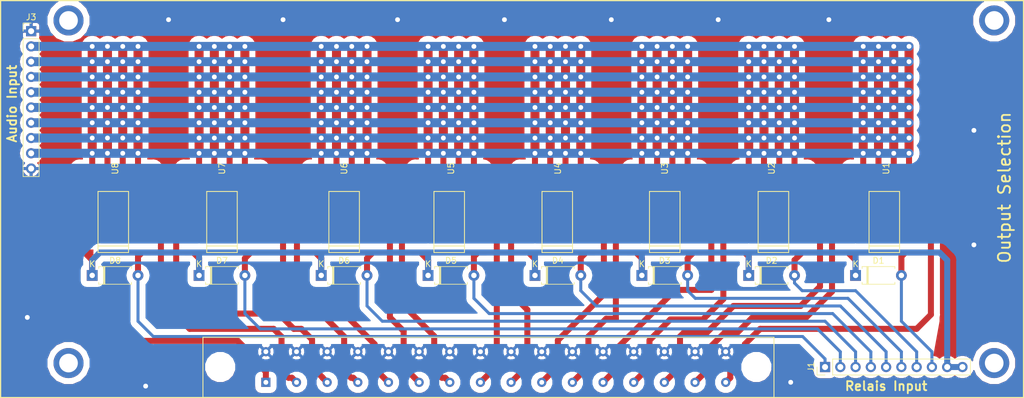
<source format=kicad_pcb>
(kicad_pcb (version 20171130) (host pcbnew 5.0.2-bee76a0~70~ubuntu16.04.1)

  (general
    (thickness 1.6)
    (drawings 7)
    (tracks 714)
    (zones 0)
    (modules 19)
    (nets 28)
  )

  (page A4)
  (layers
    (0 F.Cu signal)
    (31 B.Cu signal)
    (32 B.Adhes user)
    (33 F.Adhes user)
    (34 B.Paste user)
    (35 F.Paste user)
    (36 B.SilkS user)
    (37 F.SilkS user)
    (38 B.Mask user)
    (39 F.Mask user)
    (40 Dwgs.User user)
    (41 Cmts.User user)
    (42 Eco1.User user)
    (43 Eco2.User user)
    (44 Edge.Cuts user)
    (45 Margin user)
    (46 B.CrtYd user)
    (47 F.CrtYd user)
    (48 B.Fab user)
    (49 F.Fab user)
  )

  (setup
    (last_trace_width 1)
    (trace_clearance 1)
    (zone_clearance 0.508)
    (zone_45_only no)
    (trace_min 0.2)
    (segment_width 0.2)
    (edge_width 0.15)
    (via_size 1)
    (via_drill 0.8)
    (via_min_size 0.4)
    (via_min_drill 0.3)
    (uvia_size 0.3)
    (uvia_drill 0.1)
    (uvias_allowed no)
    (uvia_min_size 0.2)
    (uvia_min_drill 0.1)
    (pcb_text_width 0.3)
    (pcb_text_size 1.5 1.5)
    (mod_edge_width 0.15)
    (mod_text_size 1 1)
    (mod_text_width 0.15)
    (pad_size 1.524 1.524)
    (pad_drill 0.762)
    (pad_to_mask_clearance 0.051)
    (solder_mask_min_width 0.25)
    (aux_axis_origin 0 0)
    (visible_elements FFFFFF7F)
    (pcbplotparams
      (layerselection 0x010fc_ffffffff)
      (usegerberextensions false)
      (usegerberattributes false)
      (usegerberadvancedattributes false)
      (creategerberjobfile false)
      (excludeedgelayer true)
      (linewidth 0.100000)
      (plotframeref false)
      (viasonmask false)
      (mode 1)
      (useauxorigin false)
      (hpglpennumber 1)
      (hpglpenspeed 20)
      (hpglpendiameter 15.000000)
      (psnegative false)
      (psa4output false)
      (plotreference true)
      (plotvalue true)
      (plotinvisibletext false)
      (padsonsilk false)
      (subtractmaskfromsilk false)
      (outputformat 1)
      (mirror false)
      (drillshape 1)
      (scaleselection 1)
      (outputdirectory ""))
  )

  (net 0 "")
  (net 1 /relaysheet/Relais1)
  (net 2 +9V)
  (net 3 /relaysheet/Relais5)
  (net 4 /relaysheet/Relais2)
  (net 5 /relaysheet/Relais6)
  (net 6 /relaysheet/Relais3)
  (net 7 /relaysheet/Relais7)
  (net 8 /relaysheet/Relais4)
  (net 9 /relaysheet/Relais8)
  (net 10 GNDA)
  (net 11 /relaysheet/R1B_out)
  (net 12 /relaysheet/R1A_out)
  (net 13 /relaysheet/R1A_NC)
  (net 14 /relaysheet/R5B_out)
  (net 15 /relaysheet/R5A_out)
  (net 16 /relaysheet/R2B_out)
  (net 17 /relaysheet/R2A_out)
  (net 18 /relaysheet/R6A_out)
  (net 19 /relaysheet/R6B_out)
  (net 20 /relaysheet/R3A_out)
  (net 21 /relaysheet/R3B_out)
  (net 22 /relaysheet/R7B_out)
  (net 23 /relaysheet/R7A_out)
  (net 24 /relaysheet/R4A_out)
  (net 25 /relaysheet/R4B_out)
  (net 26 /relaysheet/R8A_out)
  (net 27 /relaysheet/R8B_out)

  (net_class Default "This is the default net class."
    (clearance 1)
    (trace_width 1)
    (via_dia 1)
    (via_drill 0.8)
    (uvia_dia 0.3)
    (uvia_drill 0.1)
    (add_net +9V)
    (add_net /relaysheet/R1A_NC)
    (add_net /relaysheet/R1A_out)
    (add_net /relaysheet/R1B_out)
    (add_net /relaysheet/R2A_out)
    (add_net /relaysheet/R2B_out)
    (add_net /relaysheet/R3A_out)
    (add_net /relaysheet/R3B_out)
    (add_net /relaysheet/R4A_out)
    (add_net /relaysheet/R4B_out)
    (add_net /relaysheet/R5A_out)
    (add_net /relaysheet/R5B_out)
    (add_net /relaysheet/R6A_out)
    (add_net /relaysheet/R6B_out)
    (add_net /relaysheet/R7A_out)
    (add_net /relaysheet/R7B_out)
    (add_net /relaysheet/R8A_out)
    (add_net /relaysheet/R8B_out)
    (add_net /relaysheet/Relais1)
    (add_net /relaysheet/Relais2)
    (add_net /relaysheet/Relais3)
    (add_net /relaysheet/Relais4)
    (add_net /relaysheet/Relais5)
    (add_net /relaysheet/Relais6)
    (add_net /relaysheet/Relais7)
    (add_net /relaysheet/Relais8)
    (add_net GNDA)
  )

  (module footprints:Schroff_69001-908_Female (layer F.Cu) (tedit 5CE51DC1) (tstamp 5CD47F47)
    (at 93.86 76.21)
    (path /5CD4C71E)
    (fp_text reference J4 (at -2.55 -7.65) (layer F.SilkS) hide
      (effects (font (size 1 1) (thickness 0.15)))
    )
    (fp_text value "Schroff 69001-908 Female" (at -2.55 -10.2) (layer F.Fab)
      (effects (font (size 1 1) (thickness 0.15)))
    )
    (fp_line (start -47.5 2.5) (end -47.5 -7.5) (layer F.SilkS) (width 0.15))
    (fp_line (start 47.5 2.5) (end -47.5 2.5) (layer F.SilkS) (width 0.15))
    (fp_line (start 47.5 -7.5) (end 47.5 2.5) (layer F.SilkS) (width 0.15))
    (fp_line (start -47.5 -7.5) (end 47.5 -7.5) (layer F.SilkS) (width 0.15))
    (pad "" np_thru_hole circle (at -44.63 -2.55) (size 3 3) (drill 3) (layers *.Cu *.Mask))
    (pad "" np_thru_hole circle (at 44.57 -2.55) (size 3 3) (drill 3) (layers *.Cu *.Mask))
    (pad 32 thru_hole circle (at 39.47 -5.1) (size 1.524 1.524) (drill 0.8) (layers *.Cu *.Mask)
      (net 10 GNDA))
    (pad 31 thru_hole circle (at 39.47 0) (size 1.524 1.524) (drill 0.8) (layers *.Cu *.Mask)
      (net 11 /relaysheet/R1B_out))
    (pad 30 thru_hole circle (at 34.37 -5.1) (size 1.524 1.524) (drill 0.8) (layers *.Cu *.Mask)
      (net 10 GNDA))
    (pad 29 thru_hole circle (at 34.37 0) (size 1.524 1.524) (drill 0.8) (layers *.Cu *.Mask)
      (net 12 /relaysheet/R1A_out))
    (pad 28 thru_hole circle (at 29.27 -5.1) (size 1.524 1.524) (drill 0.8) (layers *.Cu *.Mask)
      (net 10 GNDA))
    (pad 27 thru_hole circle (at 29.27 0) (size 1.524 1.524) (drill 0.8) (layers *.Cu *.Mask)
      (net 16 /relaysheet/R2B_out))
    (pad 26 thru_hole circle (at 24.17 -5.1) (size 1.524 1.524) (drill 0.8) (layers *.Cu *.Mask)
      (net 10 GNDA))
    (pad 25 thru_hole circle (at 24.17 0) (size 1.524 1.524) (drill 0.8) (layers *.Cu *.Mask)
      (net 17 /relaysheet/R2A_out))
    (pad 24 thru_hole circle (at 19.07 -5.1) (size 1.524 1.524) (drill 0.8) (layers *.Cu *.Mask)
      (net 10 GNDA))
    (pad 23 thru_hole circle (at 19.07 0) (size 1.524 1.524) (drill 0.8) (layers *.Cu *.Mask)
      (net 21 /relaysheet/R3B_out))
    (pad 22 thru_hole circle (at 13.97 -5.1) (size 1.524 1.524) (drill 0.8) (layers *.Cu *.Mask)
      (net 10 GNDA))
    (pad 21 thru_hole circle (at 13.97 0) (size 1.524 1.524) (drill 0.8) (layers *.Cu *.Mask)
      (net 20 /relaysheet/R3A_out))
    (pad 20 thru_hole circle (at 8.87 -5.1) (size 1.524 1.524) (drill 0.8) (layers *.Cu *.Mask)
      (net 10 GNDA))
    (pad 19 thru_hole circle (at 8.87 0) (size 1.524 1.524) (drill 0.8) (layers *.Cu *.Mask)
      (net 25 /relaysheet/R4B_out))
    (pad 18 thru_hole circle (at 3.77 -5.1) (size 1.524 1.524) (drill 0.8) (layers *.Cu *.Mask)
      (net 10 GNDA))
    (pad 17 thru_hole circle (at 3.77 0) (size 1.524 1.524) (drill 0.8) (layers *.Cu *.Mask)
      (net 24 /relaysheet/R4A_out))
    (pad 16 thru_hole circle (at -1.33 -5.1) (size 1.524 1.524) (drill 0.8) (layers *.Cu *.Mask)
      (net 10 GNDA))
    (pad 15 thru_hole circle (at -1.33 0) (size 1.524 1.524) (drill 0.8) (layers *.Cu *.Mask)
      (net 14 /relaysheet/R5B_out))
    (pad 14 thru_hole circle (at -6.43 -5.1) (size 1.524 1.524) (drill 0.8) (layers *.Cu *.Mask)
      (net 10 GNDA))
    (pad 13 thru_hole circle (at -6.43 0) (size 1.524 1.524) (drill 0.8) (layers *.Cu *.Mask)
      (net 15 /relaysheet/R5A_out))
    (pad 12 thru_hole circle (at -11.53 -5.1) (size 1.524 1.524) (drill 0.8) (layers *.Cu *.Mask)
      (net 10 GNDA))
    (pad 11 thru_hole circle (at -11.53 0) (size 1.524 1.524) (drill 0.8) (layers *.Cu *.Mask)
      (net 19 /relaysheet/R6B_out))
    (pad 10 thru_hole circle (at -16.63 -5.1) (size 1.524 1.524) (drill 0.8) (layers *.Cu *.Mask)
      (net 10 GNDA))
    (pad 9 thru_hole circle (at -16.63 0) (size 1.524 1.524) (drill 0.8) (layers *.Cu *.Mask)
      (net 18 /relaysheet/R6A_out))
    (pad 8 thru_hole circle (at -21.73 -5.1) (size 1.524 1.524) (drill 0.8) (layers *.Cu *.Mask)
      (net 10 GNDA))
    (pad 7 thru_hole circle (at -21.73 0) (size 1.524 1.524) (drill 0.8) (layers *.Cu *.Mask)
      (net 22 /relaysheet/R7B_out))
    (pad 6 thru_hole circle (at -26.83 -5.1) (size 1.524 1.524) (drill 0.8) (layers *.Cu *.Mask)
      (net 10 GNDA))
    (pad 5 thru_hole circle (at -26.83 0) (size 1.524 1.524) (drill 0.8) (layers *.Cu *.Mask)
      (net 23 /relaysheet/R7A_out))
    (pad 4 thru_hole circle (at -31.93 -5.1) (size 1.524 1.524) (drill 0.8) (layers *.Cu *.Mask)
      (net 10 GNDA))
    (pad 3 thru_hole circle (at -31.93 0) (size 1.524 1.524) (drill 0.8) (layers *.Cu *.Mask)
      (net 27 /relaysheet/R8B_out))
    (pad 2 thru_hole circle (at -37.03 -5.1) (size 1.524 1.524) (drill 0.8) (layers *.Cu *.Mask)
      (net 10 GNDA))
    (pad 1 thru_hole rect (at -37.03 0) (size 1.524 1.524) (drill 0.8) (layers *.Cu *.Mask)
      (net 26 /relaysheet/R8A_out))
  )

  (module footprints:NEC-EB2-12NU (layer F.Cu) (tedit 5CD1A950) (tstamp 5CD2D6D0)
    (at 159.72 49.53 90)
    (path /5CD2BD35/5CD2D6AA)
    (fp_text reference U1 (at 8.89 0.3 90) (layer F.SilkS)
      (effects (font (size 1 1) (thickness 0.15)))
    )
    (fp_text value NEC-EB2-12NU (at 0 0 90) (layer F.Fab)
      (effects (font (size 1 1) (thickness 0.15)))
    )
    (fp_line (start -7.15 -4.65) (end 7.15 -4.65) (layer F.Fab) (width 0.15))
    (fp_line (start 7.15 -4.65) (end 7.15 4.65) (layer F.Fab) (width 0.15))
    (fp_line (start 7.15 4.65) (end -7.15 4.65) (layer F.Fab) (width 0.15))
    (fp_line (start -7.15 4.65) (end -7.15 -4.65) (layer F.Fab) (width 0.15))
    (fp_line (start -6 -4.65) (end -6 4.65) (layer F.Fab) (width 0.15))
    (fp_line (start -5.08 -2.54) (end 5.08 -2.54) (layer F.SilkS) (width 0.15))
    (fp_line (start 5.08 -2.54) (end 5.08 2.54) (layer F.SilkS) (width 0.15))
    (fp_line (start 5.08 2.54) (end -5.08 2.54) (layer F.SilkS) (width 0.15))
    (fp_line (start -5.08 2.54) (end -5.08 -2.54) (layer F.SilkS) (width 0.15))
    (fp_line (start -4 -2.54) (end -4 2.54) (layer F.SilkS) (width 0.15))
    (pad 1 smd rect (at -5.08 -4.78 90) (size 1 2.94) (layers F.Cu F.Paste F.Mask)
      (net 2 +9V))
    (pad 2 smd rect (at -2.54 -4.78 90) (size 1 2.94) (layers F.Cu F.Paste F.Mask)
      (net 13 /relaysheet/R1A_NC))
    (pad 3 smd rect (at 0 -4.78 90) (size 1 2.94) (layers F.Cu F.Paste F.Mask)
      (net 12 /relaysheet/R1A_out))
    (pad 4 smd rect (at 2.54 -4.78 90) (size 1 2.94) (layers F.Cu F.Paste F.Mask)
      (net 13 /relaysheet/R1A_NC))
    (pad 5 smd rect (at 5.08 -4.78 90) (size 1 2.94) (layers F.Cu F.Paste F.Mask))
    (pad 6 smd rect (at 5.08 4.78 90) (size 1 2.94) (layers F.Cu F.Paste F.Mask))
    (pad 7 smd rect (at 2.54 4.78 90) (size 1 2.94) (layers F.Cu F.Paste F.Mask)
      (net 13 /relaysheet/R1A_NC))
    (pad 8 smd rect (at 0 4.78 90) (size 1 2.94) (layers F.Cu F.Paste F.Mask)
      (net 11 /relaysheet/R1B_out))
    (pad 9 smd rect (at -2.54 4.78 90) (size 1 2.94) (layers F.Cu F.Paste F.Mask)
      (net 13 /relaysheet/R1A_NC))
    (pad 10 smd rect (at -5.08 4.78 90) (size 1 2.94) (layers F.Cu F.Paste F.Mask)
      (net 1 /relaysheet/Relais1))
  )

  (module footprints:NEC-EB2-12NU (layer F.Cu) (tedit 5CD1A950) (tstamp 5CD2F79B)
    (at 141.27 49.53 90)
    (path /5CD2BD35/5CD30362)
    (fp_text reference U2 (at 8.89 -0.3 90) (layer F.SilkS)
      (effects (font (size 1 1) (thickness 0.15)))
    )
    (fp_text value NEC-EB2-12NU (at 0 0 90) (layer F.Fab)
      (effects (font (size 1 1) (thickness 0.15)))
    )
    (fp_line (start -7.15 -4.65) (end 7.15 -4.65) (layer F.Fab) (width 0.15))
    (fp_line (start 7.15 -4.65) (end 7.15 4.65) (layer F.Fab) (width 0.15))
    (fp_line (start 7.15 4.65) (end -7.15 4.65) (layer F.Fab) (width 0.15))
    (fp_line (start -7.15 4.65) (end -7.15 -4.65) (layer F.Fab) (width 0.15))
    (fp_line (start -6 -4.65) (end -6 4.65) (layer F.Fab) (width 0.15))
    (fp_line (start -5.08 -2.54) (end 5.08 -2.54) (layer F.SilkS) (width 0.15))
    (fp_line (start 5.08 -2.54) (end 5.08 2.54) (layer F.SilkS) (width 0.15))
    (fp_line (start 5.08 2.54) (end -5.08 2.54) (layer F.SilkS) (width 0.15))
    (fp_line (start -5.08 2.54) (end -5.08 -2.54) (layer F.SilkS) (width 0.15))
    (fp_line (start -4 -2.54) (end -4 2.54) (layer F.SilkS) (width 0.15))
    (pad 1 smd rect (at -5.08 -4.78 90) (size 1 2.94) (layers F.Cu F.Paste F.Mask)
      (net 2 +9V))
    (pad 2 smd rect (at -2.54 -4.78 90) (size 1 2.94) (layers F.Cu F.Paste F.Mask)
      (net 13 /relaysheet/R1A_NC))
    (pad 3 smd rect (at 0 -4.78 90) (size 1 2.94) (layers F.Cu F.Paste F.Mask)
      (net 17 /relaysheet/R2A_out))
    (pad 4 smd rect (at 2.54 -4.78 90) (size 1 2.94) (layers F.Cu F.Paste F.Mask)
      (net 13 /relaysheet/R1A_NC))
    (pad 5 smd rect (at 5.08 -4.78 90) (size 1 2.94) (layers F.Cu F.Paste F.Mask))
    (pad 6 smd rect (at 5.08 4.78 90) (size 1 2.94) (layers F.Cu F.Paste F.Mask))
    (pad 7 smd rect (at 2.54 4.78 90) (size 1 2.94) (layers F.Cu F.Paste F.Mask)
      (net 13 /relaysheet/R1A_NC))
    (pad 8 smd rect (at 0 4.78 90) (size 1 2.94) (layers F.Cu F.Paste F.Mask)
      (net 16 /relaysheet/R2B_out))
    (pad 9 smd rect (at -2.54 4.78 90) (size 1 2.94) (layers F.Cu F.Paste F.Mask)
      (net 13 /relaysheet/R1A_NC))
    (pad 10 smd rect (at -5.08 4.78 90) (size 1 2.94) (layers F.Cu F.Paste F.Mask)
      (net 4 /relaysheet/Relais2))
  )

  (module footprints:NEC-EB2-12NU (layer F.Cu) (tedit 5CD1A950) (tstamp 5CD2D700)
    (at 123.19 49.53 90)
    (path /5CD2BD35/5CD316D2)
    (fp_text reference U3 (at 8.89 0 90) (layer F.SilkS)
      (effects (font (size 1 1) (thickness 0.15)))
    )
    (fp_text value NEC-EB2-12NU (at 0 0 90) (layer F.Fab)
      (effects (font (size 1 1) (thickness 0.15)))
    )
    (fp_line (start -7.15 -4.65) (end 7.15 -4.65) (layer F.Fab) (width 0.15))
    (fp_line (start 7.15 -4.65) (end 7.15 4.65) (layer F.Fab) (width 0.15))
    (fp_line (start 7.15 4.65) (end -7.15 4.65) (layer F.Fab) (width 0.15))
    (fp_line (start -7.15 4.65) (end -7.15 -4.65) (layer F.Fab) (width 0.15))
    (fp_line (start -6 -4.65) (end -6 4.65) (layer F.Fab) (width 0.15))
    (fp_line (start -5.08 -2.54) (end 5.08 -2.54) (layer F.SilkS) (width 0.15))
    (fp_line (start 5.08 -2.54) (end 5.08 2.54) (layer F.SilkS) (width 0.15))
    (fp_line (start 5.08 2.54) (end -5.08 2.54) (layer F.SilkS) (width 0.15))
    (fp_line (start -5.08 2.54) (end -5.08 -2.54) (layer F.SilkS) (width 0.15))
    (fp_line (start -4 -2.54) (end -4 2.54) (layer F.SilkS) (width 0.15))
    (pad 1 smd rect (at -5.08 -4.78 90) (size 1 2.94) (layers F.Cu F.Paste F.Mask)
      (net 2 +9V))
    (pad 2 smd rect (at -2.54 -4.78 90) (size 1 2.94) (layers F.Cu F.Paste F.Mask)
      (net 13 /relaysheet/R1A_NC))
    (pad 3 smd rect (at 0 -4.78 90) (size 1 2.94) (layers F.Cu F.Paste F.Mask)
      (net 20 /relaysheet/R3A_out))
    (pad 4 smd rect (at 2.54 -4.78 90) (size 1 2.94) (layers F.Cu F.Paste F.Mask)
      (net 13 /relaysheet/R1A_NC))
    (pad 5 smd rect (at 5.08 -4.78 90) (size 1 2.94) (layers F.Cu F.Paste F.Mask))
    (pad 6 smd rect (at 5.08 4.78 90) (size 1 2.94) (layers F.Cu F.Paste F.Mask))
    (pad 7 smd rect (at 2.54 4.78 90) (size 1 2.94) (layers F.Cu F.Paste F.Mask)
      (net 13 /relaysheet/R1A_NC))
    (pad 8 smd rect (at 0 4.78 90) (size 1 2.94) (layers F.Cu F.Paste F.Mask)
      (net 21 /relaysheet/R3B_out))
    (pad 9 smd rect (at -2.54 4.78 90) (size 1 2.94) (layers F.Cu F.Paste F.Mask)
      (net 13 /relaysheet/R1A_NC))
    (pad 10 smd rect (at -5.08 4.78 90) (size 1 2.94) (layers F.Cu F.Paste F.Mask)
      (net 6 /relaysheet/Relais3))
  )

  (module footprints:NEC-EB2-12NU (layer F.Cu) (tedit 5CD1A950) (tstamp 5CD30B02)
    (at 105.31 49.53 90)
    (path /5CD2BD35/5CD31724)
    (fp_text reference U4 (at 8.89 0.1 90) (layer F.SilkS)
      (effects (font (size 1 1) (thickness 0.15)))
    )
    (fp_text value NEC-EB2-12NU (at 0 0 90) (layer F.Fab)
      (effects (font (size 1 1) (thickness 0.15)))
    )
    (fp_line (start -4 -2.54) (end -4 2.54) (layer F.SilkS) (width 0.15))
    (fp_line (start -5.08 2.54) (end -5.08 -2.54) (layer F.SilkS) (width 0.15))
    (fp_line (start 5.08 2.54) (end -5.08 2.54) (layer F.SilkS) (width 0.15))
    (fp_line (start 5.08 -2.54) (end 5.08 2.54) (layer F.SilkS) (width 0.15))
    (fp_line (start -5.08 -2.54) (end 5.08 -2.54) (layer F.SilkS) (width 0.15))
    (fp_line (start -6 -4.65) (end -6 4.65) (layer F.Fab) (width 0.15))
    (fp_line (start -7.15 4.65) (end -7.15 -4.65) (layer F.Fab) (width 0.15))
    (fp_line (start 7.15 4.65) (end -7.15 4.65) (layer F.Fab) (width 0.15))
    (fp_line (start 7.15 -4.65) (end 7.15 4.65) (layer F.Fab) (width 0.15))
    (fp_line (start -7.15 -4.65) (end 7.15 -4.65) (layer F.Fab) (width 0.15))
    (pad 10 smd rect (at -5.08 4.78 90) (size 1 2.94) (layers F.Cu F.Paste F.Mask)
      (net 8 /relaysheet/Relais4))
    (pad 9 smd rect (at -2.54 4.78 90) (size 1 2.94) (layers F.Cu F.Paste F.Mask)
      (net 13 /relaysheet/R1A_NC))
    (pad 8 smd rect (at 0 4.78 90) (size 1 2.94) (layers F.Cu F.Paste F.Mask)
      (net 25 /relaysheet/R4B_out))
    (pad 7 smd rect (at 2.54 4.78 90) (size 1 2.94) (layers F.Cu F.Paste F.Mask)
      (net 13 /relaysheet/R1A_NC))
    (pad 6 smd rect (at 5.08 4.78 90) (size 1 2.94) (layers F.Cu F.Paste F.Mask))
    (pad 5 smd rect (at 5.08 -4.78 90) (size 1 2.94) (layers F.Cu F.Paste F.Mask))
    (pad 4 smd rect (at 2.54 -4.78 90) (size 1 2.94) (layers F.Cu F.Paste F.Mask)
      (net 13 /relaysheet/R1A_NC))
    (pad 3 smd rect (at 0 -4.78 90) (size 1 2.94) (layers F.Cu F.Paste F.Mask)
      (net 24 /relaysheet/R4A_out))
    (pad 2 smd rect (at -2.54 -4.78 90) (size 1 2.94) (layers F.Cu F.Paste F.Mask)
      (net 13 /relaysheet/R1A_NC))
    (pad 1 smd rect (at -5.08 -4.78 90) (size 1 2.94) (layers F.Cu F.Paste F.Mask)
      (net 2 +9V))
  )

  (module footprints:NEC-EB2-12NU (layer F.Cu) (tedit 5CD1A950) (tstamp 5CD2D730)
    (at 87.33 49.53 90)
    (path /5CD2BD35/5CD2FCCA)
    (fp_text reference U5 (at 8.89 0.3 90) (layer F.SilkS)
      (effects (font (size 1 1) (thickness 0.15)))
    )
    (fp_text value NEC-EB2-12NU (at 0 0 90) (layer F.Fab)
      (effects (font (size 1 1) (thickness 0.15)))
    )
    (fp_line (start -4 -2.54) (end -4 2.54) (layer F.SilkS) (width 0.15))
    (fp_line (start -5.08 2.54) (end -5.08 -2.54) (layer F.SilkS) (width 0.15))
    (fp_line (start 5.08 2.54) (end -5.08 2.54) (layer F.SilkS) (width 0.15))
    (fp_line (start 5.08 -2.54) (end 5.08 2.54) (layer F.SilkS) (width 0.15))
    (fp_line (start -5.08 -2.54) (end 5.08 -2.54) (layer F.SilkS) (width 0.15))
    (fp_line (start -6 -4.65) (end -6 4.65) (layer F.Fab) (width 0.15))
    (fp_line (start -7.15 4.65) (end -7.15 -4.65) (layer F.Fab) (width 0.15))
    (fp_line (start 7.15 4.65) (end -7.15 4.65) (layer F.Fab) (width 0.15))
    (fp_line (start 7.15 -4.65) (end 7.15 4.65) (layer F.Fab) (width 0.15))
    (fp_line (start -7.15 -4.65) (end 7.15 -4.65) (layer F.Fab) (width 0.15))
    (pad 10 smd rect (at -5.08 4.78 90) (size 1 2.94) (layers F.Cu F.Paste F.Mask)
      (net 3 /relaysheet/Relais5))
    (pad 9 smd rect (at -2.54 4.78 90) (size 1 2.94) (layers F.Cu F.Paste F.Mask)
      (net 13 /relaysheet/R1A_NC))
    (pad 8 smd rect (at 0 4.78 90) (size 1 2.94) (layers F.Cu F.Paste F.Mask)
      (net 14 /relaysheet/R5B_out))
    (pad 7 smd rect (at 2.54 4.78 90) (size 1 2.94) (layers F.Cu F.Paste F.Mask)
      (net 13 /relaysheet/R1A_NC))
    (pad 6 smd rect (at 5.08 4.78 90) (size 1 2.94) (layers F.Cu F.Paste F.Mask))
    (pad 5 smd rect (at 5.08 -4.78 90) (size 1 2.94) (layers F.Cu F.Paste F.Mask))
    (pad 4 smd rect (at 2.54 -4.78 90) (size 1 2.94) (layers F.Cu F.Paste F.Mask)
      (net 13 /relaysheet/R1A_NC))
    (pad 3 smd rect (at 0 -4.78 90) (size 1 2.94) (layers F.Cu F.Paste F.Mask)
      (net 15 /relaysheet/R5A_out))
    (pad 2 smd rect (at -2.54 -4.78 90) (size 1 2.94) (layers F.Cu F.Paste F.Mask)
      (net 13 /relaysheet/R1A_NC))
    (pad 1 smd rect (at -5.08 -4.78 90) (size 1 2.94) (layers F.Cu F.Paste F.Mask)
      (net 2 +9V))
  )

  (module footprints:NEC-EB2-12NU (layer F.Cu) (tedit 5CD1A950) (tstamp 5CD2D748)
    (at 69.85 49.53 90)
    (path /5CD2BD35/5CD3038B)
    (fp_text reference U6 (at 8.89 0 90) (layer F.SilkS)
      (effects (font (size 1 1) (thickness 0.15)))
    )
    (fp_text value NEC-EB2-12NU (at 0 0 90) (layer F.Fab)
      (effects (font (size 1 1) (thickness 0.15)))
    )
    (fp_line (start -4 -2.54) (end -4 2.54) (layer F.SilkS) (width 0.15))
    (fp_line (start -5.08 2.54) (end -5.08 -2.54) (layer F.SilkS) (width 0.15))
    (fp_line (start 5.08 2.54) (end -5.08 2.54) (layer F.SilkS) (width 0.15))
    (fp_line (start 5.08 -2.54) (end 5.08 2.54) (layer F.SilkS) (width 0.15))
    (fp_line (start -5.08 -2.54) (end 5.08 -2.54) (layer F.SilkS) (width 0.15))
    (fp_line (start -6 -4.65) (end -6 4.65) (layer F.Fab) (width 0.15))
    (fp_line (start -7.15 4.65) (end -7.15 -4.65) (layer F.Fab) (width 0.15))
    (fp_line (start 7.15 4.65) (end -7.15 4.65) (layer F.Fab) (width 0.15))
    (fp_line (start 7.15 -4.65) (end 7.15 4.65) (layer F.Fab) (width 0.15))
    (fp_line (start -7.15 -4.65) (end 7.15 -4.65) (layer F.Fab) (width 0.15))
    (pad 10 smd rect (at -5.08 4.78 90) (size 1 2.94) (layers F.Cu F.Paste F.Mask)
      (net 5 /relaysheet/Relais6))
    (pad 9 smd rect (at -2.54 4.78 90) (size 1 2.94) (layers F.Cu F.Paste F.Mask)
      (net 13 /relaysheet/R1A_NC))
    (pad 8 smd rect (at 0 4.78 90) (size 1 2.94) (layers F.Cu F.Paste F.Mask)
      (net 19 /relaysheet/R6B_out))
    (pad 7 smd rect (at 2.54 4.78 90) (size 1 2.94) (layers F.Cu F.Paste F.Mask)
      (net 13 /relaysheet/R1A_NC))
    (pad 6 smd rect (at 5.08 4.78 90) (size 1 2.94) (layers F.Cu F.Paste F.Mask))
    (pad 5 smd rect (at 5.08 -4.78 90) (size 1 2.94) (layers F.Cu F.Paste F.Mask))
    (pad 4 smd rect (at 2.54 -4.78 90) (size 1 2.94) (layers F.Cu F.Paste F.Mask)
      (net 13 /relaysheet/R1A_NC))
    (pad 3 smd rect (at 0 -4.78 90) (size 1 2.94) (layers F.Cu F.Paste F.Mask)
      (net 18 /relaysheet/R6A_out))
    (pad 2 smd rect (at -2.54 -4.78 90) (size 1 2.94) (layers F.Cu F.Paste F.Mask)
      (net 13 /relaysheet/R1A_NC))
    (pad 1 smd rect (at -5.08 -4.78 90) (size 1 2.94) (layers F.Cu F.Paste F.Mask)
      (net 2 +9V))
  )

  (module footprints:NEC-EB2-12NU (layer F.Cu) (tedit 5CD1A950) (tstamp 5CD2DE4A)
    (at 49.53 49.53 90)
    (path /5CD2BD35/5CD316FB)
    (fp_text reference U7 (at 8.89 0 90) (layer F.SilkS)
      (effects (font (size 1 1) (thickness 0.15)))
    )
    (fp_text value NEC-EB2-12NU (at 0 0 90) (layer F.Fab)
      (effects (font (size 1 1) (thickness 0.15)))
    )
    (fp_line (start -4 -2.54) (end -4 2.54) (layer F.SilkS) (width 0.15))
    (fp_line (start -5.08 2.54) (end -5.08 -2.54) (layer F.SilkS) (width 0.15))
    (fp_line (start 5.08 2.54) (end -5.08 2.54) (layer F.SilkS) (width 0.15))
    (fp_line (start 5.08 -2.54) (end 5.08 2.54) (layer F.SilkS) (width 0.15))
    (fp_line (start -5.08 -2.54) (end 5.08 -2.54) (layer F.SilkS) (width 0.15))
    (fp_line (start -6 -4.65) (end -6 4.65) (layer F.Fab) (width 0.15))
    (fp_line (start -7.15 4.65) (end -7.15 -4.65) (layer F.Fab) (width 0.15))
    (fp_line (start 7.15 4.65) (end -7.15 4.65) (layer F.Fab) (width 0.15))
    (fp_line (start 7.15 -4.65) (end 7.15 4.65) (layer F.Fab) (width 0.15))
    (fp_line (start -7.15 -4.65) (end 7.15 -4.65) (layer F.Fab) (width 0.15))
    (pad 10 smd rect (at -5.08 4.78 90) (size 1 2.94) (layers F.Cu F.Paste F.Mask)
      (net 7 /relaysheet/Relais7))
    (pad 9 smd rect (at -2.54 4.78 90) (size 1 2.94) (layers F.Cu F.Paste F.Mask)
      (net 13 /relaysheet/R1A_NC))
    (pad 8 smd rect (at 0 4.78 90) (size 1 2.94) (layers F.Cu F.Paste F.Mask)
      (net 22 /relaysheet/R7B_out))
    (pad 7 smd rect (at 2.54 4.78 90) (size 1 2.94) (layers F.Cu F.Paste F.Mask)
      (net 13 /relaysheet/R1A_NC))
    (pad 6 smd rect (at 5.08 4.78 90) (size 1 2.94) (layers F.Cu F.Paste F.Mask))
    (pad 5 smd rect (at 5.08 -4.78 90) (size 1 2.94) (layers F.Cu F.Paste F.Mask))
    (pad 4 smd rect (at 2.54 -4.78 90) (size 1 2.94) (layers F.Cu F.Paste F.Mask)
      (net 13 /relaysheet/R1A_NC))
    (pad 3 smd rect (at 0 -4.78 90) (size 1 2.94) (layers F.Cu F.Paste F.Mask)
      (net 23 /relaysheet/R7A_out))
    (pad 2 smd rect (at -2.54 -4.78 90) (size 1 2.94) (layers F.Cu F.Paste F.Mask)
      (net 13 /relaysheet/R1A_NC))
    (pad 1 smd rect (at -5.08 -4.78 90) (size 1 2.94) (layers F.Cu F.Paste F.Mask)
      (net 2 +9V))
  )

  (module footprints:NEC-EB2-12NU (layer F.Cu) (tedit 5CD1A950) (tstamp 5CD30EC6)
    (at 31.45 49.53 90)
    (path /5CD2BD35/5CD3174D)
    (fp_text reference U8 (at 8.89 0.3 90) (layer F.SilkS)
      (effects (font (size 1 1) (thickness 0.15)))
    )
    (fp_text value NEC-EB2-12NU (at 0 0 90) (layer F.Fab)
      (effects (font (size 1 1) (thickness 0.15)))
    )
    (fp_line (start -4 -2.54) (end -4 2.54) (layer F.SilkS) (width 0.15))
    (fp_line (start -5.08 2.54) (end -5.08 -2.54) (layer F.SilkS) (width 0.15))
    (fp_line (start 5.08 2.54) (end -5.08 2.54) (layer F.SilkS) (width 0.15))
    (fp_line (start 5.08 -2.54) (end 5.08 2.54) (layer F.SilkS) (width 0.15))
    (fp_line (start -5.08 -2.54) (end 5.08 -2.54) (layer F.SilkS) (width 0.15))
    (fp_line (start -6 -4.65) (end -6 4.65) (layer F.Fab) (width 0.15))
    (fp_line (start -7.15 4.65) (end -7.15 -4.65) (layer F.Fab) (width 0.15))
    (fp_line (start 7.15 4.65) (end -7.15 4.65) (layer F.Fab) (width 0.15))
    (fp_line (start 7.15 -4.65) (end 7.15 4.65) (layer F.Fab) (width 0.15))
    (fp_line (start -7.15 -4.65) (end 7.15 -4.65) (layer F.Fab) (width 0.15))
    (pad 10 smd rect (at -5.08 4.78 90) (size 1 2.94) (layers F.Cu F.Paste F.Mask)
      (net 9 /relaysheet/Relais8))
    (pad 9 smd rect (at -2.54 4.78 90) (size 1 2.94) (layers F.Cu F.Paste F.Mask)
      (net 13 /relaysheet/R1A_NC))
    (pad 8 smd rect (at 0 4.78 90) (size 1 2.94) (layers F.Cu F.Paste F.Mask)
      (net 27 /relaysheet/R8B_out))
    (pad 7 smd rect (at 2.54 4.78 90) (size 1 2.94) (layers F.Cu F.Paste F.Mask)
      (net 13 /relaysheet/R1A_NC))
    (pad 6 smd rect (at 5.08 4.78 90) (size 1 2.94) (layers F.Cu F.Paste F.Mask))
    (pad 5 smd rect (at 5.08 -4.78 90) (size 1 2.94) (layers F.Cu F.Paste F.Mask))
    (pad 4 smd rect (at 2.54 -4.78 90) (size 1 2.94) (layers F.Cu F.Paste F.Mask)
      (net 13 /relaysheet/R1A_NC))
    (pad 3 smd rect (at 0 -4.78 90) (size 1 2.94) (layers F.Cu F.Paste F.Mask)
      (net 26 /relaysheet/R8A_out))
    (pad 2 smd rect (at -2.54 -4.78 90) (size 1 2.94) (layers F.Cu F.Paste F.Mask)
      (net 13 /relaysheet/R1A_NC))
    (pad 1 smd rect (at -5.08 -4.78 90) (size 1 2.94) (layers F.Cu F.Paste F.Mask)
      (net 2 +9V))
  )

  (module Diode_THT:D_A-405_P7.62mm_Horizontal (layer F.Cu) (tedit 5AE50CD5) (tstamp 5CD2F417)
    (at 154.94 58.42)
    (descr "Diode, A-405 series, Axial, Horizontal, pin pitch=7.62mm, , length*diameter=5.2*2.7mm^2, , http://www.diodes.com/_files/packages/A-405.pdf")
    (tags "Diode A-405 series Axial Horizontal pin pitch 7.62mm  length 5.2mm diameter 2.7mm")
    (path /5CD2BD35/5CD2E7CE)
    (fp_text reference D1 (at 3.81 -2.47) (layer F.SilkS)
      (effects (font (size 1 1) (thickness 0.15)))
    )
    (fp_text value D (at 3.81 2.47) (layer F.Fab)
      (effects (font (size 1 1) (thickness 0.15)))
    )
    (fp_line (start 1.21 -1.35) (end 1.21 1.35) (layer F.Fab) (width 0.1))
    (fp_line (start 1.21 1.35) (end 6.41 1.35) (layer F.Fab) (width 0.1))
    (fp_line (start 6.41 1.35) (end 6.41 -1.35) (layer F.Fab) (width 0.1))
    (fp_line (start 6.41 -1.35) (end 1.21 -1.35) (layer F.Fab) (width 0.1))
    (fp_line (start 0 0) (end 1.21 0) (layer F.Fab) (width 0.1))
    (fp_line (start 7.62 0) (end 6.41 0) (layer F.Fab) (width 0.1))
    (fp_line (start 1.99 -1.35) (end 1.99 1.35) (layer F.Fab) (width 0.1))
    (fp_line (start 2.09 -1.35) (end 2.09 1.35) (layer F.Fab) (width 0.1))
    (fp_line (start 1.89 -1.35) (end 1.89 1.35) (layer F.Fab) (width 0.1))
    (fp_line (start 1.09 -1.14) (end 1.09 -1.47) (layer F.SilkS) (width 0.12))
    (fp_line (start 1.09 -1.47) (end 6.53 -1.47) (layer F.SilkS) (width 0.12))
    (fp_line (start 6.53 -1.47) (end 6.53 -1.14) (layer F.SilkS) (width 0.12))
    (fp_line (start 1.09 1.14) (end 1.09 1.47) (layer F.SilkS) (width 0.12))
    (fp_line (start 1.09 1.47) (end 6.53 1.47) (layer F.SilkS) (width 0.12))
    (fp_line (start 6.53 1.47) (end 6.53 1.14) (layer F.SilkS) (width 0.12))
    (fp_line (start 1.99 -1.47) (end 1.99 1.47) (layer F.SilkS) (width 0.12))
    (fp_line (start 2.11 -1.47) (end 2.11 1.47) (layer F.SilkS) (width 0.12))
    (fp_line (start 1.87 -1.47) (end 1.87 1.47) (layer F.SilkS) (width 0.12))
    (fp_line (start -1.15 -1.6) (end -1.15 1.6) (layer F.CrtYd) (width 0.05))
    (fp_line (start -1.15 1.6) (end 8.77 1.6) (layer F.CrtYd) (width 0.05))
    (fp_line (start 8.77 1.6) (end 8.77 -1.6) (layer F.CrtYd) (width 0.05))
    (fp_line (start 8.77 -1.6) (end -1.15 -1.6) (layer F.CrtYd) (width 0.05))
    (fp_text user %R (at 4.2 0) (layer F.Fab)
      (effects (font (size 1 1) (thickness 0.15)))
    )
    (fp_text user K (at 0 -1.9) (layer F.Fab)
      (effects (font (size 1 1) (thickness 0.15)))
    )
    (fp_text user K (at 0 -1.9) (layer F.SilkS)
      (effects (font (size 1 1) (thickness 0.15)))
    )
    (pad 1 thru_hole rect (at 0 0) (size 1.8 1.8) (drill 0.9) (layers *.Cu *.Mask)
      (net 2 +9V))
    (pad 2 thru_hole oval (at 7.62 0) (size 1.8 1.8) (drill 0.9) (layers *.Cu *.Mask)
      (net 1 /relaysheet/Relais1))
    (model ${KISYS3DMOD}/Diode_THT.3dshapes/D_A-405_P7.62mm_Horizontal.wrl
      (at (xyz 0 0 0))
      (scale (xyz 1 1 1))
      (rotate (xyz 0 0 0))
    )
  )

  (module Diode_THT:D_A-405_P7.62mm_Horizontal (layer F.Cu) (tedit 5AE50CD5) (tstamp 5CD2F435)
    (at 137.16 58.42)
    (descr "Diode, A-405 series, Axial, Horizontal, pin pitch=7.62mm, , length*diameter=5.2*2.7mm^2, , http://www.diodes.com/_files/packages/A-405.pdf")
    (tags "Diode A-405 series Axial Horizontal pin pitch 7.62mm  length 5.2mm diameter 2.7mm")
    (path /5CD2BD35/5CD3037D)
    (fp_text reference D2 (at 3.81 -2.47) (layer F.SilkS)
      (effects (font (size 1 1) (thickness 0.15)))
    )
    (fp_text value D (at 3.81 2.47) (layer F.Fab)
      (effects (font (size 1 1) (thickness 0.15)))
    )
    (fp_text user K (at 0 -1.9) (layer F.SilkS)
      (effects (font (size 1 1) (thickness 0.15)))
    )
    (fp_text user K (at 0 -1.9) (layer F.Fab)
      (effects (font (size 1 1) (thickness 0.15)))
    )
    (fp_text user %R (at 4.2 0) (layer F.Fab)
      (effects (font (size 1 1) (thickness 0.15)))
    )
    (fp_line (start 8.77 -1.6) (end -1.15 -1.6) (layer F.CrtYd) (width 0.05))
    (fp_line (start 8.77 1.6) (end 8.77 -1.6) (layer F.CrtYd) (width 0.05))
    (fp_line (start -1.15 1.6) (end 8.77 1.6) (layer F.CrtYd) (width 0.05))
    (fp_line (start -1.15 -1.6) (end -1.15 1.6) (layer F.CrtYd) (width 0.05))
    (fp_line (start 1.87 -1.47) (end 1.87 1.47) (layer F.SilkS) (width 0.12))
    (fp_line (start 2.11 -1.47) (end 2.11 1.47) (layer F.SilkS) (width 0.12))
    (fp_line (start 1.99 -1.47) (end 1.99 1.47) (layer F.SilkS) (width 0.12))
    (fp_line (start 6.53 1.47) (end 6.53 1.14) (layer F.SilkS) (width 0.12))
    (fp_line (start 1.09 1.47) (end 6.53 1.47) (layer F.SilkS) (width 0.12))
    (fp_line (start 1.09 1.14) (end 1.09 1.47) (layer F.SilkS) (width 0.12))
    (fp_line (start 6.53 -1.47) (end 6.53 -1.14) (layer F.SilkS) (width 0.12))
    (fp_line (start 1.09 -1.47) (end 6.53 -1.47) (layer F.SilkS) (width 0.12))
    (fp_line (start 1.09 -1.14) (end 1.09 -1.47) (layer F.SilkS) (width 0.12))
    (fp_line (start 1.89 -1.35) (end 1.89 1.35) (layer F.Fab) (width 0.1))
    (fp_line (start 2.09 -1.35) (end 2.09 1.35) (layer F.Fab) (width 0.1))
    (fp_line (start 1.99 -1.35) (end 1.99 1.35) (layer F.Fab) (width 0.1))
    (fp_line (start 7.62 0) (end 6.41 0) (layer F.Fab) (width 0.1))
    (fp_line (start 0 0) (end 1.21 0) (layer F.Fab) (width 0.1))
    (fp_line (start 6.41 -1.35) (end 1.21 -1.35) (layer F.Fab) (width 0.1))
    (fp_line (start 6.41 1.35) (end 6.41 -1.35) (layer F.Fab) (width 0.1))
    (fp_line (start 1.21 1.35) (end 6.41 1.35) (layer F.Fab) (width 0.1))
    (fp_line (start 1.21 -1.35) (end 1.21 1.35) (layer F.Fab) (width 0.1))
    (pad 2 thru_hole oval (at 7.62 0) (size 1.8 1.8) (drill 0.9) (layers *.Cu *.Mask)
      (net 4 /relaysheet/Relais2))
    (pad 1 thru_hole rect (at 0 0) (size 1.8 1.8) (drill 0.9) (layers *.Cu *.Mask)
      (net 2 +9V))
    (model ${KISYS3DMOD}/Diode_THT.3dshapes/D_A-405_P7.62mm_Horizontal.wrl
      (at (xyz 0 0 0))
      (scale (xyz 1 1 1))
      (rotate (xyz 0 0 0))
    )
  )

  (module Diode_THT:D_A-405_P7.62mm_Horizontal (layer F.Cu) (tedit 5AE50CD5) (tstamp 5CD2F453)
    (at 119.38 58.42)
    (descr "Diode, A-405 series, Axial, Horizontal, pin pitch=7.62mm, , length*diameter=5.2*2.7mm^2, , http://www.diodes.com/_files/packages/A-405.pdf")
    (tags "Diode A-405 series Axial Horizontal pin pitch 7.62mm  length 5.2mm diameter 2.7mm")
    (path /5CD2BD35/5CD316ED)
    (fp_text reference D3 (at 3.81 -2.47) (layer F.SilkS)
      (effects (font (size 1 1) (thickness 0.15)))
    )
    (fp_text value D (at 3.81 2.47) (layer F.Fab)
      (effects (font (size 1 1) (thickness 0.15)))
    )
    (fp_text user K (at 0 -1.9) (layer F.SilkS)
      (effects (font (size 1 1) (thickness 0.15)))
    )
    (fp_text user K (at 0 -1.9) (layer F.Fab)
      (effects (font (size 1 1) (thickness 0.15)))
    )
    (fp_text user %R (at 4.2 0) (layer F.Fab)
      (effects (font (size 1 1) (thickness 0.15)))
    )
    (fp_line (start 8.77 -1.6) (end -1.15 -1.6) (layer F.CrtYd) (width 0.05))
    (fp_line (start 8.77 1.6) (end 8.77 -1.6) (layer F.CrtYd) (width 0.05))
    (fp_line (start -1.15 1.6) (end 8.77 1.6) (layer F.CrtYd) (width 0.05))
    (fp_line (start -1.15 -1.6) (end -1.15 1.6) (layer F.CrtYd) (width 0.05))
    (fp_line (start 1.87 -1.47) (end 1.87 1.47) (layer F.SilkS) (width 0.12))
    (fp_line (start 2.11 -1.47) (end 2.11 1.47) (layer F.SilkS) (width 0.12))
    (fp_line (start 1.99 -1.47) (end 1.99 1.47) (layer F.SilkS) (width 0.12))
    (fp_line (start 6.53 1.47) (end 6.53 1.14) (layer F.SilkS) (width 0.12))
    (fp_line (start 1.09 1.47) (end 6.53 1.47) (layer F.SilkS) (width 0.12))
    (fp_line (start 1.09 1.14) (end 1.09 1.47) (layer F.SilkS) (width 0.12))
    (fp_line (start 6.53 -1.47) (end 6.53 -1.14) (layer F.SilkS) (width 0.12))
    (fp_line (start 1.09 -1.47) (end 6.53 -1.47) (layer F.SilkS) (width 0.12))
    (fp_line (start 1.09 -1.14) (end 1.09 -1.47) (layer F.SilkS) (width 0.12))
    (fp_line (start 1.89 -1.35) (end 1.89 1.35) (layer F.Fab) (width 0.1))
    (fp_line (start 2.09 -1.35) (end 2.09 1.35) (layer F.Fab) (width 0.1))
    (fp_line (start 1.99 -1.35) (end 1.99 1.35) (layer F.Fab) (width 0.1))
    (fp_line (start 7.62 0) (end 6.41 0) (layer F.Fab) (width 0.1))
    (fp_line (start 0 0) (end 1.21 0) (layer F.Fab) (width 0.1))
    (fp_line (start 6.41 -1.35) (end 1.21 -1.35) (layer F.Fab) (width 0.1))
    (fp_line (start 6.41 1.35) (end 6.41 -1.35) (layer F.Fab) (width 0.1))
    (fp_line (start 1.21 1.35) (end 6.41 1.35) (layer F.Fab) (width 0.1))
    (fp_line (start 1.21 -1.35) (end 1.21 1.35) (layer F.Fab) (width 0.1))
    (pad 2 thru_hole oval (at 7.62 0) (size 1.8 1.8) (drill 0.9) (layers *.Cu *.Mask)
      (net 6 /relaysheet/Relais3))
    (pad 1 thru_hole rect (at 0 0) (size 1.8 1.8) (drill 0.9) (layers *.Cu *.Mask)
      (net 2 +9V))
    (model ${KISYS3DMOD}/Diode_THT.3dshapes/D_A-405_P7.62mm_Horizontal.wrl
      (at (xyz 0 0 0))
      (scale (xyz 1 1 1))
      (rotate (xyz 0 0 0))
    )
  )

  (module Diode_THT:D_A-405_P7.62mm_Horizontal (layer F.Cu) (tedit 5AE50CD5) (tstamp 5CD30AAF)
    (at 101.6 58.42)
    (descr "Diode, A-405 series, Axial, Horizontal, pin pitch=7.62mm, , length*diameter=5.2*2.7mm^2, , http://www.diodes.com/_files/packages/A-405.pdf")
    (tags "Diode A-405 series Axial Horizontal pin pitch 7.62mm  length 5.2mm diameter 2.7mm")
    (path /5CD2BD35/5CD3173F)
    (fp_text reference D4 (at 3.81 -2.47) (layer F.SilkS)
      (effects (font (size 1 1) (thickness 0.15)))
    )
    (fp_text value D (at 3.81 2.47) (layer F.Fab)
      (effects (font (size 1 1) (thickness 0.15)))
    )
    (fp_line (start 1.21 -1.35) (end 1.21 1.35) (layer F.Fab) (width 0.1))
    (fp_line (start 1.21 1.35) (end 6.41 1.35) (layer F.Fab) (width 0.1))
    (fp_line (start 6.41 1.35) (end 6.41 -1.35) (layer F.Fab) (width 0.1))
    (fp_line (start 6.41 -1.35) (end 1.21 -1.35) (layer F.Fab) (width 0.1))
    (fp_line (start 0 0) (end 1.21 0) (layer F.Fab) (width 0.1))
    (fp_line (start 7.62 0) (end 6.41 0) (layer F.Fab) (width 0.1))
    (fp_line (start 1.99 -1.35) (end 1.99 1.35) (layer F.Fab) (width 0.1))
    (fp_line (start 2.09 -1.35) (end 2.09 1.35) (layer F.Fab) (width 0.1))
    (fp_line (start 1.89 -1.35) (end 1.89 1.35) (layer F.Fab) (width 0.1))
    (fp_line (start 1.09 -1.14) (end 1.09 -1.47) (layer F.SilkS) (width 0.12))
    (fp_line (start 1.09 -1.47) (end 6.53 -1.47) (layer F.SilkS) (width 0.12))
    (fp_line (start 6.53 -1.47) (end 6.53 -1.14) (layer F.SilkS) (width 0.12))
    (fp_line (start 1.09 1.14) (end 1.09 1.47) (layer F.SilkS) (width 0.12))
    (fp_line (start 1.09 1.47) (end 6.53 1.47) (layer F.SilkS) (width 0.12))
    (fp_line (start 6.53 1.47) (end 6.53 1.14) (layer F.SilkS) (width 0.12))
    (fp_line (start 1.99 -1.47) (end 1.99 1.47) (layer F.SilkS) (width 0.12))
    (fp_line (start 2.11 -1.47) (end 2.11 1.47) (layer F.SilkS) (width 0.12))
    (fp_line (start 1.87 -1.47) (end 1.87 1.47) (layer F.SilkS) (width 0.12))
    (fp_line (start -1.15 -1.6) (end -1.15 1.6) (layer F.CrtYd) (width 0.05))
    (fp_line (start -1.15 1.6) (end 8.77 1.6) (layer F.CrtYd) (width 0.05))
    (fp_line (start 8.77 1.6) (end 8.77 -1.6) (layer F.CrtYd) (width 0.05))
    (fp_line (start 8.77 -1.6) (end -1.15 -1.6) (layer F.CrtYd) (width 0.05))
    (fp_text user %R (at 4.2 0) (layer F.Fab)
      (effects (font (size 1 1) (thickness 0.15)))
    )
    (fp_text user K (at 0 -1.9) (layer F.Fab)
      (effects (font (size 1 1) (thickness 0.15)))
    )
    (fp_text user K (at 0 -1.9) (layer F.SilkS)
      (effects (font (size 1 1) (thickness 0.15)))
    )
    (pad 1 thru_hole rect (at 0 0) (size 1.8 1.8) (drill 0.9) (layers *.Cu *.Mask)
      (net 2 +9V))
    (pad 2 thru_hole oval (at 7.62 0) (size 1.8 1.8) (drill 0.9) (layers *.Cu *.Mask)
      (net 8 /relaysheet/Relais4))
    (model ${KISYS3DMOD}/Diode_THT.3dshapes/D_A-405_P7.62mm_Horizontal.wrl
      (at (xyz 0 0 0))
      (scale (xyz 1 1 1))
      (rotate (xyz 0 0 0))
    )
  )

  (module Diode_THT:D_A-405_P7.62mm_Horizontal (layer F.Cu) (tedit 5AE50CD5) (tstamp 5CD2F48F)
    (at 83.82 58.42)
    (descr "Diode, A-405 series, Axial, Horizontal, pin pitch=7.62mm, , length*diameter=5.2*2.7mm^2, , http://www.diodes.com/_files/packages/A-405.pdf")
    (tags "Diode A-405 series Axial Horizontal pin pitch 7.62mm  length 5.2mm diameter 2.7mm")
    (path /5CD2BD35/5CD2FCE5)
    (fp_text reference D5 (at 3.81 -2.47) (layer F.SilkS)
      (effects (font (size 1 1) (thickness 0.15)))
    )
    (fp_text value D (at 3.81 2.47) (layer F.Fab)
      (effects (font (size 1 1) (thickness 0.15)))
    )
    (fp_text user K (at 0 -1.9) (layer F.SilkS)
      (effects (font (size 1 1) (thickness 0.15)))
    )
    (fp_text user K (at 0 -1.9) (layer F.Fab)
      (effects (font (size 1 1) (thickness 0.15)))
    )
    (fp_text user %R (at 4.2 0) (layer F.Fab)
      (effects (font (size 1 1) (thickness 0.15)))
    )
    (fp_line (start 8.77 -1.6) (end -1.15 -1.6) (layer F.CrtYd) (width 0.05))
    (fp_line (start 8.77 1.6) (end 8.77 -1.6) (layer F.CrtYd) (width 0.05))
    (fp_line (start -1.15 1.6) (end 8.77 1.6) (layer F.CrtYd) (width 0.05))
    (fp_line (start -1.15 -1.6) (end -1.15 1.6) (layer F.CrtYd) (width 0.05))
    (fp_line (start 1.87 -1.47) (end 1.87 1.47) (layer F.SilkS) (width 0.12))
    (fp_line (start 2.11 -1.47) (end 2.11 1.47) (layer F.SilkS) (width 0.12))
    (fp_line (start 1.99 -1.47) (end 1.99 1.47) (layer F.SilkS) (width 0.12))
    (fp_line (start 6.53 1.47) (end 6.53 1.14) (layer F.SilkS) (width 0.12))
    (fp_line (start 1.09 1.47) (end 6.53 1.47) (layer F.SilkS) (width 0.12))
    (fp_line (start 1.09 1.14) (end 1.09 1.47) (layer F.SilkS) (width 0.12))
    (fp_line (start 6.53 -1.47) (end 6.53 -1.14) (layer F.SilkS) (width 0.12))
    (fp_line (start 1.09 -1.47) (end 6.53 -1.47) (layer F.SilkS) (width 0.12))
    (fp_line (start 1.09 -1.14) (end 1.09 -1.47) (layer F.SilkS) (width 0.12))
    (fp_line (start 1.89 -1.35) (end 1.89 1.35) (layer F.Fab) (width 0.1))
    (fp_line (start 2.09 -1.35) (end 2.09 1.35) (layer F.Fab) (width 0.1))
    (fp_line (start 1.99 -1.35) (end 1.99 1.35) (layer F.Fab) (width 0.1))
    (fp_line (start 7.62 0) (end 6.41 0) (layer F.Fab) (width 0.1))
    (fp_line (start 0 0) (end 1.21 0) (layer F.Fab) (width 0.1))
    (fp_line (start 6.41 -1.35) (end 1.21 -1.35) (layer F.Fab) (width 0.1))
    (fp_line (start 6.41 1.35) (end 6.41 -1.35) (layer F.Fab) (width 0.1))
    (fp_line (start 1.21 1.35) (end 6.41 1.35) (layer F.Fab) (width 0.1))
    (fp_line (start 1.21 -1.35) (end 1.21 1.35) (layer F.Fab) (width 0.1))
    (pad 2 thru_hole oval (at 7.62 0) (size 1.8 1.8) (drill 0.9) (layers *.Cu *.Mask)
      (net 3 /relaysheet/Relais5))
    (pad 1 thru_hole rect (at 0 0) (size 1.8 1.8) (drill 0.9) (layers *.Cu *.Mask)
      (net 2 +9V))
    (model ${KISYS3DMOD}/Diode_THT.3dshapes/D_A-405_P7.62mm_Horizontal.wrl
      (at (xyz 0 0 0))
      (scale (xyz 1 1 1))
      (rotate (xyz 0 0 0))
    )
  )

  (module Diode_THT:D_A-405_P7.62mm_Horizontal (layer F.Cu) (tedit 5AE50CD5) (tstamp 5CD2F4AD)
    (at 66.04 58.42)
    (descr "Diode, A-405 series, Axial, Horizontal, pin pitch=7.62mm, , length*diameter=5.2*2.7mm^2, , http://www.diodes.com/_files/packages/A-405.pdf")
    (tags "Diode A-405 series Axial Horizontal pin pitch 7.62mm  length 5.2mm diameter 2.7mm")
    (path /5CD2BD35/5CD303A6)
    (fp_text reference D6 (at 3.81 -2.47) (layer F.SilkS)
      (effects (font (size 1 1) (thickness 0.15)))
    )
    (fp_text value D (at 3.81 2.47) (layer F.Fab)
      (effects (font (size 1 1) (thickness 0.15)))
    )
    (fp_text user K (at 0 -1.9) (layer F.SilkS)
      (effects (font (size 1 1) (thickness 0.15)))
    )
    (fp_text user K (at 0 -1.9) (layer F.Fab)
      (effects (font (size 1 1) (thickness 0.15)))
    )
    (fp_text user %R (at 4.2 0) (layer F.Fab)
      (effects (font (size 1 1) (thickness 0.15)))
    )
    (fp_line (start 8.77 -1.6) (end -1.15 -1.6) (layer F.CrtYd) (width 0.05))
    (fp_line (start 8.77 1.6) (end 8.77 -1.6) (layer F.CrtYd) (width 0.05))
    (fp_line (start -1.15 1.6) (end 8.77 1.6) (layer F.CrtYd) (width 0.05))
    (fp_line (start -1.15 -1.6) (end -1.15 1.6) (layer F.CrtYd) (width 0.05))
    (fp_line (start 1.87 -1.47) (end 1.87 1.47) (layer F.SilkS) (width 0.12))
    (fp_line (start 2.11 -1.47) (end 2.11 1.47) (layer F.SilkS) (width 0.12))
    (fp_line (start 1.99 -1.47) (end 1.99 1.47) (layer F.SilkS) (width 0.12))
    (fp_line (start 6.53 1.47) (end 6.53 1.14) (layer F.SilkS) (width 0.12))
    (fp_line (start 1.09 1.47) (end 6.53 1.47) (layer F.SilkS) (width 0.12))
    (fp_line (start 1.09 1.14) (end 1.09 1.47) (layer F.SilkS) (width 0.12))
    (fp_line (start 6.53 -1.47) (end 6.53 -1.14) (layer F.SilkS) (width 0.12))
    (fp_line (start 1.09 -1.47) (end 6.53 -1.47) (layer F.SilkS) (width 0.12))
    (fp_line (start 1.09 -1.14) (end 1.09 -1.47) (layer F.SilkS) (width 0.12))
    (fp_line (start 1.89 -1.35) (end 1.89 1.35) (layer F.Fab) (width 0.1))
    (fp_line (start 2.09 -1.35) (end 2.09 1.35) (layer F.Fab) (width 0.1))
    (fp_line (start 1.99 -1.35) (end 1.99 1.35) (layer F.Fab) (width 0.1))
    (fp_line (start 7.62 0) (end 6.41 0) (layer F.Fab) (width 0.1))
    (fp_line (start 0 0) (end 1.21 0) (layer F.Fab) (width 0.1))
    (fp_line (start 6.41 -1.35) (end 1.21 -1.35) (layer F.Fab) (width 0.1))
    (fp_line (start 6.41 1.35) (end 6.41 -1.35) (layer F.Fab) (width 0.1))
    (fp_line (start 1.21 1.35) (end 6.41 1.35) (layer F.Fab) (width 0.1))
    (fp_line (start 1.21 -1.35) (end 1.21 1.35) (layer F.Fab) (width 0.1))
    (pad 2 thru_hole oval (at 7.62 0) (size 1.8 1.8) (drill 0.9) (layers *.Cu *.Mask)
      (net 5 /relaysheet/Relais6))
    (pad 1 thru_hole rect (at 0 0) (size 1.8 1.8) (drill 0.9) (layers *.Cu *.Mask)
      (net 2 +9V))
    (model ${KISYS3DMOD}/Diode_THT.3dshapes/D_A-405_P7.62mm_Horizontal.wrl
      (at (xyz 0 0 0))
      (scale (xyz 1 1 1))
      (rotate (xyz 0 0 0))
    )
  )

  (module Diode_THT:D_A-405_P7.62mm_Horizontal (layer F.Cu) (tedit 5AE50CD5) (tstamp 5CD2F4CB)
    (at 45.72 58.42)
    (descr "Diode, A-405 series, Axial, Horizontal, pin pitch=7.62mm, , length*diameter=5.2*2.7mm^2, , http://www.diodes.com/_files/packages/A-405.pdf")
    (tags "Diode A-405 series Axial Horizontal pin pitch 7.62mm  length 5.2mm diameter 2.7mm")
    (path /5CD2BD35/5CD31716)
    (fp_text reference D7 (at 3.81 -2.47) (layer F.SilkS)
      (effects (font (size 1 1) (thickness 0.15)))
    )
    (fp_text value D (at 3.81 2.47) (layer F.Fab)
      (effects (font (size 1 1) (thickness 0.15)))
    )
    (fp_text user K (at 0 -1.9) (layer F.SilkS)
      (effects (font (size 1 1) (thickness 0.15)))
    )
    (fp_text user K (at 0 -1.9) (layer F.Fab)
      (effects (font (size 1 1) (thickness 0.15)))
    )
    (fp_text user %R (at 4.2 0) (layer F.Fab)
      (effects (font (size 1 1) (thickness 0.15)))
    )
    (fp_line (start 8.77 -1.6) (end -1.15 -1.6) (layer F.CrtYd) (width 0.05))
    (fp_line (start 8.77 1.6) (end 8.77 -1.6) (layer F.CrtYd) (width 0.05))
    (fp_line (start -1.15 1.6) (end 8.77 1.6) (layer F.CrtYd) (width 0.05))
    (fp_line (start -1.15 -1.6) (end -1.15 1.6) (layer F.CrtYd) (width 0.05))
    (fp_line (start 1.87 -1.47) (end 1.87 1.47) (layer F.SilkS) (width 0.12))
    (fp_line (start 2.11 -1.47) (end 2.11 1.47) (layer F.SilkS) (width 0.12))
    (fp_line (start 1.99 -1.47) (end 1.99 1.47) (layer F.SilkS) (width 0.12))
    (fp_line (start 6.53 1.47) (end 6.53 1.14) (layer F.SilkS) (width 0.12))
    (fp_line (start 1.09 1.47) (end 6.53 1.47) (layer F.SilkS) (width 0.12))
    (fp_line (start 1.09 1.14) (end 1.09 1.47) (layer F.SilkS) (width 0.12))
    (fp_line (start 6.53 -1.47) (end 6.53 -1.14) (layer F.SilkS) (width 0.12))
    (fp_line (start 1.09 -1.47) (end 6.53 -1.47) (layer F.SilkS) (width 0.12))
    (fp_line (start 1.09 -1.14) (end 1.09 -1.47) (layer F.SilkS) (width 0.12))
    (fp_line (start 1.89 -1.35) (end 1.89 1.35) (layer F.Fab) (width 0.1))
    (fp_line (start 2.09 -1.35) (end 2.09 1.35) (layer F.Fab) (width 0.1))
    (fp_line (start 1.99 -1.35) (end 1.99 1.35) (layer F.Fab) (width 0.1))
    (fp_line (start 7.62 0) (end 6.41 0) (layer F.Fab) (width 0.1))
    (fp_line (start 0 0) (end 1.21 0) (layer F.Fab) (width 0.1))
    (fp_line (start 6.41 -1.35) (end 1.21 -1.35) (layer F.Fab) (width 0.1))
    (fp_line (start 6.41 1.35) (end 6.41 -1.35) (layer F.Fab) (width 0.1))
    (fp_line (start 1.21 1.35) (end 6.41 1.35) (layer F.Fab) (width 0.1))
    (fp_line (start 1.21 -1.35) (end 1.21 1.35) (layer F.Fab) (width 0.1))
    (pad 2 thru_hole oval (at 7.62 0) (size 1.8 1.8) (drill 0.9) (layers *.Cu *.Mask)
      (net 7 /relaysheet/Relais7))
    (pad 1 thru_hole rect (at 0 0) (size 1.8 1.8) (drill 0.9) (layers *.Cu *.Mask)
      (net 2 +9V))
    (model ${KISYS3DMOD}/Diode_THT.3dshapes/D_A-405_P7.62mm_Horizontal.wrl
      (at (xyz 0 0 0))
      (scale (xyz 1 1 1))
      (rotate (xyz 0 0 0))
    )
  )

  (module Diode_THT:D_A-405_P7.62mm_Horizontal (layer F.Cu) (tedit 5AE50CD5) (tstamp 5CD30E70)
    (at 27.94 58.42)
    (descr "Diode, A-405 series, Axial, Horizontal, pin pitch=7.62mm, , length*diameter=5.2*2.7mm^2, , http://www.diodes.com/_files/packages/A-405.pdf")
    (tags "Diode A-405 series Axial Horizontal pin pitch 7.62mm  length 5.2mm diameter 2.7mm")
    (path /5CD2BD35/5CD31768)
    (fp_text reference D8 (at 3.81 -2.47) (layer F.SilkS)
      (effects (font (size 1 1) (thickness 0.15)))
    )
    (fp_text value D (at 3.81 2.47) (layer F.Fab)
      (effects (font (size 1 1) (thickness 0.15)))
    )
    (fp_line (start 1.21 -1.35) (end 1.21 1.35) (layer F.Fab) (width 0.1))
    (fp_line (start 1.21 1.35) (end 6.41 1.35) (layer F.Fab) (width 0.1))
    (fp_line (start 6.41 1.35) (end 6.41 -1.35) (layer F.Fab) (width 0.1))
    (fp_line (start 6.41 -1.35) (end 1.21 -1.35) (layer F.Fab) (width 0.1))
    (fp_line (start 0 0) (end 1.21 0) (layer F.Fab) (width 0.1))
    (fp_line (start 7.62 0) (end 6.41 0) (layer F.Fab) (width 0.1))
    (fp_line (start 1.99 -1.35) (end 1.99 1.35) (layer F.Fab) (width 0.1))
    (fp_line (start 2.09 -1.35) (end 2.09 1.35) (layer F.Fab) (width 0.1))
    (fp_line (start 1.89 -1.35) (end 1.89 1.35) (layer F.Fab) (width 0.1))
    (fp_line (start 1.09 -1.14) (end 1.09 -1.47) (layer F.SilkS) (width 0.12))
    (fp_line (start 1.09 -1.47) (end 6.53 -1.47) (layer F.SilkS) (width 0.12))
    (fp_line (start 6.53 -1.47) (end 6.53 -1.14) (layer F.SilkS) (width 0.12))
    (fp_line (start 1.09 1.14) (end 1.09 1.47) (layer F.SilkS) (width 0.12))
    (fp_line (start 1.09 1.47) (end 6.53 1.47) (layer F.SilkS) (width 0.12))
    (fp_line (start 6.53 1.47) (end 6.53 1.14) (layer F.SilkS) (width 0.12))
    (fp_line (start 1.99 -1.47) (end 1.99 1.47) (layer F.SilkS) (width 0.12))
    (fp_line (start 2.11 -1.47) (end 2.11 1.47) (layer F.SilkS) (width 0.12))
    (fp_line (start 1.87 -1.47) (end 1.87 1.47) (layer F.SilkS) (width 0.12))
    (fp_line (start -1.15 -1.6) (end -1.15 1.6) (layer F.CrtYd) (width 0.05))
    (fp_line (start -1.15 1.6) (end 8.77 1.6) (layer F.CrtYd) (width 0.05))
    (fp_line (start 8.77 1.6) (end 8.77 -1.6) (layer F.CrtYd) (width 0.05))
    (fp_line (start 8.77 -1.6) (end -1.15 -1.6) (layer F.CrtYd) (width 0.05))
    (fp_text user %R (at 4.2 0) (layer F.Fab)
      (effects (font (size 1 1) (thickness 0.15)))
    )
    (fp_text user K (at 0 -1.9) (layer F.Fab)
      (effects (font (size 1 1) (thickness 0.15)))
    )
    (fp_text user K (at 0 -1.9) (layer F.SilkS)
      (effects (font (size 1 1) (thickness 0.15)))
    )
    (pad 1 thru_hole rect (at 0 0) (size 1.8 1.8) (drill 0.9) (layers *.Cu *.Mask)
      (net 2 +9V))
    (pad 2 thru_hole oval (at 7.62 0) (size 1.8 1.8) (drill 0.9) (layers *.Cu *.Mask)
      (net 9 /relaysheet/Relais8))
    (model ${KISYS3DMOD}/Diode_THT.3dshapes/D_A-405_P7.62mm_Horizontal.wrl
      (at (xyz 0 0 0))
      (scale (xyz 1 1 1))
      (rotate (xyz 0 0 0))
    )
  )

  (module Connector_PinHeader_2.54mm:PinHeader_1x10_P2.54mm_Vertical (layer F.Cu) (tedit 59FED5CC) (tstamp 5CD31892)
    (at 17.78 17.78)
    (descr "Through hole straight pin header, 1x10, 2.54mm pitch, single row")
    (tags "Through hole pin header THT 1x10 2.54mm single row")
    (path /5CE859BA)
    (fp_text reference J3 (at 0 -2.33) (layer F.SilkS)
      (effects (font (size 1 1) (thickness 0.15)))
    )
    (fp_text value Conn_01x10 (at 0 25.19) (layer F.Fab)
      (effects (font (size 1 1) (thickness 0.15)))
    )
    (fp_line (start -0.635 -1.27) (end 1.27 -1.27) (layer F.Fab) (width 0.1))
    (fp_line (start 1.27 -1.27) (end 1.27 24.13) (layer F.Fab) (width 0.1))
    (fp_line (start 1.27 24.13) (end -1.27 24.13) (layer F.Fab) (width 0.1))
    (fp_line (start -1.27 24.13) (end -1.27 -0.635) (layer F.Fab) (width 0.1))
    (fp_line (start -1.27 -0.635) (end -0.635 -1.27) (layer F.Fab) (width 0.1))
    (fp_line (start -1.33 24.19) (end 1.33 24.19) (layer F.SilkS) (width 0.12))
    (fp_line (start -1.33 1.27) (end -1.33 24.19) (layer F.SilkS) (width 0.12))
    (fp_line (start 1.33 1.27) (end 1.33 24.19) (layer F.SilkS) (width 0.12))
    (fp_line (start -1.33 1.27) (end 1.33 1.27) (layer F.SilkS) (width 0.12))
    (fp_line (start -1.33 0) (end -1.33 -1.33) (layer F.SilkS) (width 0.12))
    (fp_line (start -1.33 -1.33) (end 0 -1.33) (layer F.SilkS) (width 0.12))
    (fp_line (start -1.8 -1.8) (end -1.8 24.65) (layer F.CrtYd) (width 0.05))
    (fp_line (start -1.8 24.65) (end 1.8 24.65) (layer F.CrtYd) (width 0.05))
    (fp_line (start 1.8 24.65) (end 1.8 -1.8) (layer F.CrtYd) (width 0.05))
    (fp_line (start 1.8 -1.8) (end -1.8 -1.8) (layer F.CrtYd) (width 0.05))
    (fp_text user %R (at 0 11.43 90) (layer F.Fab)
      (effects (font (size 1 1) (thickness 0.15)))
    )
    (pad 1 thru_hole rect (at 0 0) (size 1.7 1.7) (drill 1) (layers *.Cu *.Mask)
      (net 10 GNDA))
    (pad 2 thru_hole oval (at 0 2.54) (size 1.7 1.7) (drill 1) (layers *.Cu *.Mask)
      (net 13 /relaysheet/R1A_NC))
    (pad 3 thru_hole oval (at 0 5.08) (size 1.7 1.7) (drill 1) (layers *.Cu *.Mask)
      (net 13 /relaysheet/R1A_NC))
    (pad 4 thru_hole oval (at 0 7.62) (size 1.7 1.7) (drill 1) (layers *.Cu *.Mask)
      (net 13 /relaysheet/R1A_NC))
    (pad 5 thru_hole oval (at 0 10.16) (size 1.7 1.7) (drill 1) (layers *.Cu *.Mask)
      (net 13 /relaysheet/R1A_NC))
    (pad 6 thru_hole oval (at 0 12.7) (size 1.7 1.7) (drill 1) (layers *.Cu *.Mask)
      (net 13 /relaysheet/R1A_NC))
    (pad 7 thru_hole oval (at 0 15.24) (size 1.7 1.7) (drill 1) (layers *.Cu *.Mask)
      (net 13 /relaysheet/R1A_NC))
    (pad 8 thru_hole oval (at 0 17.78) (size 1.7 1.7) (drill 1) (layers *.Cu *.Mask)
      (net 13 /relaysheet/R1A_NC))
    (pad 9 thru_hole oval (at 0 20.32) (size 1.7 1.7) (drill 1) (layers *.Cu *.Mask)
      (net 13 /relaysheet/R1A_NC))
    (pad 10 thru_hole oval (at 0 22.86) (size 1.7 1.7) (drill 1) (layers *.Cu *.Mask)
      (net 10 GNDA))
    (model ${KISYS3DMOD}/Connector_PinHeader_2.54mm.3dshapes/PinHeader_1x10_P2.54mm_Vertical.wrl
      (at (xyz 0 0 0))
      (scale (xyz 1 1 1))
      (rotate (xyz 0 0 0))
    )
  )

  (module Connector_PinHeader_2.54mm:PinHeader_1x10_P2.54mm_Vertical (layer F.Cu) (tedit 59FED5CC) (tstamp 5CE3F03A)
    (at 149.86 73.66 90)
    (descr "Through hole straight pin header, 1x10, 2.54mm pitch, single row")
    (tags "Through hole pin header THT 1x10 2.54mm single row")
    (path /5CE9FC06)
    (fp_text reference J1 (at 0 -2.33 90) (layer F.SilkS)
      (effects (font (size 1 1) (thickness 0.15)))
    )
    (fp_text value Conn_01x10 (at 0 25.19 90) (layer F.Fab)
      (effects (font (size 1 1) (thickness 0.15)))
    )
    (fp_line (start -0.635 -1.27) (end 1.27 -1.27) (layer F.Fab) (width 0.1))
    (fp_line (start 1.27 -1.27) (end 1.27 24.13) (layer F.Fab) (width 0.1))
    (fp_line (start 1.27 24.13) (end -1.27 24.13) (layer F.Fab) (width 0.1))
    (fp_line (start -1.27 24.13) (end -1.27 -0.635) (layer F.Fab) (width 0.1))
    (fp_line (start -1.27 -0.635) (end -0.635 -1.27) (layer F.Fab) (width 0.1))
    (fp_line (start -1.33 24.19) (end 1.33 24.19) (layer F.SilkS) (width 0.12))
    (fp_line (start -1.33 1.27) (end -1.33 24.19) (layer F.SilkS) (width 0.12))
    (fp_line (start 1.33 1.27) (end 1.33 24.19) (layer F.SilkS) (width 0.12))
    (fp_line (start -1.33 1.27) (end 1.33 1.27) (layer F.SilkS) (width 0.12))
    (fp_line (start -1.33 0) (end -1.33 -1.33) (layer F.SilkS) (width 0.12))
    (fp_line (start -1.33 -1.33) (end 0 -1.33) (layer F.SilkS) (width 0.12))
    (fp_line (start -1.8 -1.8) (end -1.8 24.65) (layer F.CrtYd) (width 0.05))
    (fp_line (start -1.8 24.65) (end 1.8 24.65) (layer F.CrtYd) (width 0.05))
    (fp_line (start 1.8 24.65) (end 1.8 -1.8) (layer F.CrtYd) (width 0.05))
    (fp_line (start 1.8 -1.8) (end -1.8 -1.8) (layer F.CrtYd) (width 0.05))
    (fp_text user %R (at 0 11.43 180) (layer F.Fab)
      (effects (font (size 1 1) (thickness 0.15)))
    )
    (pad 1 thru_hole rect (at 0 0 90) (size 1.7 1.7) (drill 1) (layers *.Cu *.Mask)
      (net 9 /relaysheet/Relais8))
    (pad 2 thru_hole oval (at 0 2.54 90) (size 1.7 1.7) (drill 1) (layers *.Cu *.Mask)
      (net 7 /relaysheet/Relais7))
    (pad 3 thru_hole oval (at 0 5.08 90) (size 1.7 1.7) (drill 1) (layers *.Cu *.Mask)
      (net 5 /relaysheet/Relais6))
    (pad 4 thru_hole oval (at 0 7.62 90) (size 1.7 1.7) (drill 1) (layers *.Cu *.Mask)
      (net 3 /relaysheet/Relais5))
    (pad 5 thru_hole oval (at 0 10.16 90) (size 1.7 1.7) (drill 1) (layers *.Cu *.Mask)
      (net 8 /relaysheet/Relais4))
    (pad 6 thru_hole oval (at 0 12.7 90) (size 1.7 1.7) (drill 1) (layers *.Cu *.Mask)
      (net 6 /relaysheet/Relais3))
    (pad 7 thru_hole oval (at 0 15.24 90) (size 1.7 1.7) (drill 1) (layers *.Cu *.Mask)
      (net 4 /relaysheet/Relais2))
    (pad 8 thru_hole oval (at 0 17.78 90) (size 1.7 1.7) (drill 1) (layers *.Cu *.Mask)
      (net 1 /relaysheet/Relais1))
    (pad 9 thru_hole oval (at 0 20.32 90) (size 1.7 1.7) (drill 1) (layers *.Cu *.Mask)
      (net 2 +9V))
    (pad 10 thru_hole oval (at 0 22.86 90) (size 1.7 1.7) (drill 1) (layers *.Cu *.Mask)
      (net 2 +9V))
    (model ${KISYS3DMOD}/Connector_PinHeader_2.54mm.3dshapes/PinHeader_1x10_P2.54mm_Vertical.wrl
      (at (xyz 0 0 0))
      (scale (xyz 1 1 1))
      (rotate (xyz 0 0 0))
    )
  )

  (gr_text "Output Selection" (at 179.705 43.815 90) (layer F.SilkS)
    (effects (font (size 2 2) (thickness 0.3)))
  )
  (gr_text "Relais Input" (at 160.02 76.835) (layer F.SilkS)
    (effects (font (size 1.5 1.5) (thickness 0.3)))
  )
  (gr_text "Audio Input" (at 14.605 29.845 90) (layer F.SilkS)
    (effects (font (size 1.5 1.5) (thickness 0.3)))
  )
  (gr_line (start 12.7 78.74) (end 12.7 12.7) (layer F.SilkS) (width 0.2))
  (gr_line (start 182.88 78.74) (end 12.7 78.74) (layer F.SilkS) (width 0.2))
  (gr_line (start 182.88 12.7) (end 182.88 78.74) (layer F.SilkS) (width 0.2))
  (gr_line (start 12.7 12.7) (end 182.88 12.7) (layer F.SilkS) (width 0.2) (tstamp 5CD2E5DF))

  (via (at 24 73) (size 5) (drill 3.1) (layers F.Cu B.Cu) (net 0))
  (via (at 178 73) (size 5) (drill 3.1) (layers F.Cu B.Cu) (net 0) (tstamp 5CE42310))
  (via (at 178 16) (size 5) (drill 3.1) (layers F.Cu B.Cu) (net 0) (tstamp 5CE42329))
  (via (at 24 16) (size 5) (drill 3.1) (layers F.Cu B.Cu) (net 0) (tstamp 5CE4234A))
  (segment (start 162.56 55.28) (end 163.23 54.61) (width 1) (layer F.Cu) (net 1) (status 20))
  (segment (start 162.56 58.42) (end 162.56 55.28) (width 1) (layer F.Cu) (net 1) (status 10))
  (segment (start 167.64 73.66) (end 167.64 71.12) (width 0.5) (layer B.Cu) (net 1) (status 10))
  (segment (start 167.64 71.12) (end 162.56 66.04) (width 0.5) (layer B.Cu) (net 1))
  (segment (start 162.56 66.04) (end 162.56 58.42) (width 0.5) (layer B.Cu) (net 1) (status 20))
  (segment (start 27.94 55.88) (end 26.67 54.61) (width 1) (layer F.Cu) (net 2) (status 20))
  (segment (start 27.94 58.42) (end 27.94 55.88) (width 1) (layer F.Cu) (net 2) (status 10))
  (segment (start 45.72 55.58) (end 44.75 54.61) (width 1) (layer F.Cu) (net 2) (status 20))
  (segment (start 45.72 58.42) (end 45.72 55.58) (width 1) (layer F.Cu) (net 2) (status 10))
  (segment (start 66.04 55.58) (end 65.07 54.61) (width 1) (layer F.Cu) (net 2) (status 20))
  (segment (start 66.04 58.42) (end 66.04 55.58) (width 1) (layer F.Cu) (net 2) (status 10))
  (segment (start 83.82 55.88) (end 82.55 54.61) (width 1) (layer F.Cu) (net 2) (status 20))
  (segment (start 83.82 58.42) (end 83.82 55.88) (width 1) (layer F.Cu) (net 2) (status 10))
  (segment (start 101.6 55.68) (end 100.53 54.61) (width 1) (layer F.Cu) (net 2) (status 20))
  (segment (start 101.6 58.42) (end 101.6 55.68) (width 1) (layer F.Cu) (net 2) (status 10))
  (segment (start 119.38 55.58) (end 118.41 54.61) (width 1) (layer F.Cu) (net 2) (status 20))
  (segment (start 119.38 58.42) (end 119.38 55.58) (width 1) (layer F.Cu) (net 2) (status 10))
  (segment (start 154.94 55.88) (end 153.67 54.61) (width 1) (layer F.Cu) (net 2) (status 20))
  (segment (start 154.94 58.42) (end 154.94 55.88) (width 1) (layer F.Cu) (net 2) (status 10))
  (segment (start 170.18 73.66) (end 170.18 55.88) (width 1) (layer B.Cu) (net 2) (status 10))
  (segment (start 27.94 55.88) (end 27.94 58.42) (width 1) (layer B.Cu) (net 2) (status 20))
  (segment (start 29.21 54.61) (end 27.94 55.88) (width 1) (layer B.Cu) (net 2))
  (segment (start 45.72 58.42) (end 45.72 54.61) (width 1) (layer B.Cu) (net 2) (status 10))
  (segment (start 45.72 54.61) (end 29.21 54.61) (width 1) (layer B.Cu) (net 2))
  (segment (start 66.04 58.42) (end 66.04 54.61) (width 1) (layer B.Cu) (net 2) (status 10))
  (segment (start 66.04 54.61) (end 45.72 54.61) (width 1) (layer B.Cu) (net 2))
  (segment (start 83.82 58.42) (end 83.82 54.61) (width 1) (layer B.Cu) (net 2) (status 10))
  (segment (start 83.82 54.61) (end 66.04 54.61) (width 1) (layer B.Cu) (net 2))
  (segment (start 101.6 58.42) (end 101.6 54.61) (width 1) (layer B.Cu) (net 2) (status 10))
  (segment (start 101.6 54.61) (end 83.82 54.61) (width 1) (layer B.Cu) (net 2))
  (segment (start 119.38 58.42) (end 119.38 54.61) (width 1) (layer B.Cu) (net 2) (status 10))
  (segment (start 119.38 54.61) (end 101.6 54.61) (width 1) (layer B.Cu) (net 2))
  (segment (start 137.16 58.42) (end 137.16 54.61) (width 1) (layer B.Cu) (net 2) (status 10))
  (segment (start 137.16 54.61) (end 119.38 54.61) (width 1) (layer B.Cu) (net 2))
  (segment (start 167.64 54.61) (end 137.16 54.61) (width 1) (layer B.Cu) (net 2))
  (segment (start 154.94 56.52) (end 154.94 54.61) (width 1) (layer B.Cu) (net 2))
  (segment (start 154.94 58.42) (end 154.94 56.52) (width 1) (layer B.Cu) (net 2) (status 10))
  (segment (start 170.18 55.88) (end 168.91 54.61) (width 1) (layer B.Cu) (net 2))
  (segment (start 168.91 54.61) (end 167.64 54.61) (width 1) (layer B.Cu) (net 2))
  (segment (start 137.16 55.28) (end 136.49 54.61) (width 1) (layer F.Cu) (net 2) (status 20))
  (segment (start 137.16 58.42) (end 137.16 55.28) (width 1) (layer F.Cu) (net 2) (status 10))
  (segment (start 172.72 73.66) (end 170.18 73.66) (width 1) (layer B.Cu) (net 2))
  (segment (start 91.44 55.28) (end 92.11 54.61) (width 1) (layer F.Cu) (net 3) (status 20))
  (segment (start 91.44 58.42) (end 91.44 55.28) (width 1) (layer F.Cu) (net 3) (status 10))
  (segment (start 157.48 71.12) (end 157.48 73.66) (width 0.5) (layer B.Cu) (net 3) (status 20))
  (segment (start 91.44 62.23) (end 93.98 64.77) (width 0.5) (layer B.Cu) (net 3))
  (segment (start 93.98 64.77) (end 151.13 64.77) (width 0.5) (layer B.Cu) (net 3))
  (segment (start 151.13 64.77) (end 157.48 71.12) (width 0.5) (layer B.Cu) (net 3))
  (segment (start 91.44 62.23) (end 91.44 58.42) (width 0.5) (layer B.Cu) (net 3) (status 20))
  (segment (start 165.1 71.12) (end 165.1 73.66) (width 0.5) (layer B.Cu) (net 4) (status 20))
  (segment (start 144.78 59.69) (end 146.05 60.96) (width 0.5) (layer B.Cu) (net 4))
  (segment (start 146.05 60.96) (end 154.94 60.96) (width 0.5) (layer B.Cu) (net 4))
  (segment (start 154.94 60.96) (end 165.1 71.12) (width 0.5) (layer B.Cu) (net 4))
  (segment (start 144.78 59.69) (end 144.78 58.42) (width 0.5) (layer B.Cu) (net 4) (status 20))
  (segment (start 144.78 55.88) (end 146.05 54.61) (width 1) (layer F.Cu) (net 4) (status 20))
  (segment (start 144.78 58.42) (end 144.78 55.88) (width 1) (layer F.Cu) (net 4) (status 10))
  (segment (start 73.66 55.58) (end 74.63 54.61) (width 1) (layer F.Cu) (net 5) (status 20))
  (segment (start 73.66 58.42) (end 73.66 55.58) (width 1) (layer F.Cu) (net 5) (status 10))
  (segment (start 73.66 63.5) (end 76.2 66.04) (width 0.5) (layer B.Cu) (net 5))
  (segment (start 154.94 71.12) (end 154.94 73.66) (width 0.5) (layer B.Cu) (net 5) (status 20))
  (segment (start 76.2 66.04) (end 149.86 66.04) (width 0.5) (layer B.Cu) (net 5))
  (segment (start 149.86 66.04) (end 154.94 71.12) (width 0.5) (layer B.Cu) (net 5))
  (segment (start 73.66 63.5) (end 73.66 58.42) (width 0.5) (layer B.Cu) (net 5) (status 20))
  (segment (start 127 55.58) (end 127.97 54.61) (width 1) (layer F.Cu) (net 6) (status 20))
  (segment (start 127 58.42) (end 127 55.58) (width 1) (layer F.Cu) (net 6) (status 10))
  (segment (start 162.56 71.12) (end 162.56 73.66) (width 0.5) (layer B.Cu) (net 6) (status 20))
  (segment (start 128.27 62.23) (end 153.67 62.23) (width 0.5) (layer B.Cu) (net 6))
  (segment (start 153.67 62.23) (end 162.56 71.12) (width 0.5) (layer B.Cu) (net 6))
  (segment (start 128.27 62.23) (end 127 60.96) (width 0.5) (layer B.Cu) (net 6))
  (segment (start 127 60.96) (end 127 58.42) (width 0.5) (layer B.Cu) (net 6) (status 20))
  (segment (start 53.34 55.58) (end 54.31 54.61) (width 1) (layer F.Cu) (net 7) (status 20))
  (segment (start 53.34 58.42) (end 53.34 55.58) (width 1) (layer F.Cu) (net 7) (status 10))
  (segment (start 152.4 71.12) (end 152.4 73.66) (width 0.5) (layer B.Cu) (net 7) (status 20))
  (segment (start 53.34 64.77) (end 55.88 67.31) (width 0.5) (layer B.Cu) (net 7))
  (segment (start 148.59 67.31) (end 152.4 71.12) (width 0.5) (layer B.Cu) (net 7))
  (segment (start 55.88 67.31) (end 148.59 67.31) (width 0.5) (layer B.Cu) (net 7))
  (segment (start 53.34 64.77) (end 53.34 58.42) (width 0.5) (layer B.Cu) (net 7) (status 20))
  (segment (start 109.22 55.48) (end 110.09 54.61) (width 1) (layer F.Cu) (net 8) (status 20))
  (segment (start 109.22 58.42) (end 109.22 55.48) (width 1) (layer F.Cu) (net 8) (status 10))
  (segment (start 160.02 71.12) (end 160.02 73.66) (width 0.5) (layer B.Cu) (net 8) (status 20))
  (segment (start 109.22 60.96) (end 111.76 63.5) (width 0.5) (layer B.Cu) (net 8))
  (segment (start 111.76 63.5) (end 152.4 63.5) (width 0.5) (layer B.Cu) (net 8))
  (segment (start 152.4 63.5) (end 160.02 71.12) (width 0.5) (layer B.Cu) (net 8))
  (segment (start 109.22 60.96) (end 109.22 58.42) (width 0.5) (layer B.Cu) (net 8) (status 20))
  (segment (start 35.56 55.28) (end 36.23 54.61) (width 1) (layer F.Cu) (net 9) (status 20))
  (segment (start 35.56 58.42) (end 35.56 55.28) (width 1) (layer F.Cu) (net 9) (status 10))
  (segment (start 149.86 72.31) (end 146.13 68.58) (width 0.5) (layer B.Cu) (net 9))
  (segment (start 149.86 73.66) (end 149.86 72.31) (width 0.5) (layer B.Cu) (net 9) (status 10))
  (segment (start 146.13 68.58) (end 38.1 68.58) (width 0.5) (layer B.Cu) (net 9))
  (segment (start 38.1 68.58) (end 35.56 66.04) (width 0.5) (layer B.Cu) (net 9))
  (segment (start 35.56 66.04) (end 35.56 58.42) (width 0.5) (layer B.Cu) (net 9) (status 20))
  (via (at 174.625 34.29) (size 1) (drill 0.8) (layers F.Cu B.Cu) (net 10))
  (via (at 174.625 53.34) (size 1) (drill 0.8) (layers F.Cu B.Cu) (net 10))
  (via (at 40.64 15.875) (size 1) (drill 0.8) (layers F.Cu B.Cu) (net 10))
  (via (at 59.69 15.875) (size 1) (drill 0.8) (layers F.Cu B.Cu) (net 10))
  (via (at 78.74 15.875) (size 1) (drill 0.8) (layers F.Cu B.Cu) (net 10))
  (via (at 96.52 15.875) (size 1) (drill 0.8) (layers F.Cu B.Cu) (net 10))
  (via (at 114.3 15.875) (size 1) (drill 0.8) (layers F.Cu B.Cu) (net 10))
  (via (at 132.08 15.875) (size 1) (drill 0.8) (layers F.Cu B.Cu) (net 10))
  (via (at 150.495 15.875) (size 1) (drill 0.8) (layers F.Cu B.Cu) (net 10))
  (via (at 144.145 76.2) (size 1) (drill 0.8) (layers F.Cu B.Cu) (net 10))
  (via (at 36.83 76.835) (size 1) (drill 0.8) (layers F.Cu B.Cu) (net 10))
  (via (at 17.145 65.405) (size 1) (drill 0.8) (layers F.Cu B.Cu) (net 10))
  (segment (start 166.97 49.53) (end 164.5 49.53) (width 1) (layer F.Cu) (net 11) (status 20))
  (segment (start 167.470001 50.030001) (end 166.97 49.53) (width 1) (layer F.Cu) (net 11))
  (segment (start 165.1 67.31) (end 167.470001 64.939999) (width 1) (layer F.Cu) (net 11))
  (segment (start 167.470001 50.030001) (end 167.470001 64.939999) (width 1) (layer F.Cu) (net 11))
  (segment (start 165.1 67.31) (end 139.065 67.31) (width 1) (layer F.Cu) (net 11))
  (segment (start 134.091999 75.448001) (end 134.091999 73.553001) (width 1) (layer F.Cu) (net 11))
  (segment (start 133.33 76.21) (end 134.091999 75.448001) (width 1) (layer F.Cu) (net 11) (status 10))
  (segment (start 134.091999 73.553001) (end 136.525 71.12) (width 1) (layer F.Cu) (net 11))
  (segment (start 136.525 69.85) (end 139.065 67.31) (width 1) (layer F.Cu) (net 11))
  (segment (start 136.525 71.12) (end 136.525 69.85) (width 1) (layer F.Cu) (net 11))
  (segment (start 152.47 49.53) (end 154.94 49.53) (width 1) (layer F.Cu) (net 12) (status 20))
  (segment (start 151.020011 50.979989) (end 152.47 49.53) (width 1) (layer F.Cu) (net 12))
  (segment (start 128.23 76.21) (end 130.81 73.63) (width 1) (layer F.Cu) (net 12) (status 10))
  (segment (start 146.620433 65.50001) (end 151.020011 61.100431) (width 1) (layer F.Cu) (net 12))
  (segment (start 151.020011 61.100431) (end 151.020011 50.979989) (width 1) (layer F.Cu) (net 12))
  (segment (start 146.620433 65.50001) (end 137.69999 65.50001) (width 1) (layer F.Cu) (net 12))
  (segment (start 137.69999 65.50001) (end 135.255 67.945) (width 1) (layer F.Cu) (net 12))
  (segment (start 130.81 70.282238) (end 130.81 73.63) (width 1) (layer F.Cu) (net 12))
  (segment (start 133.147238 67.945) (end 130.81 70.282238) (width 1) (layer F.Cu) (net 12))
  (segment (start 135.255 67.945) (end 133.147238 67.945) (width 1) (layer F.Cu) (net 12))
  (segment (start 26.67 46.99) (end 25.7 46.99) (width 1) (layer F.Cu) (net 13) (tstamp 5CD30EAD) (status 30))
  (segment (start 17.78 20.32) (end 30.48 20.32) (width 1.5) (layer B.Cu) (net 13) (status 10))
  (segment (start 17.78 22.86) (end 163.83 22.86) (width 1.5) (layer B.Cu) (net 13) (status 10))
  (segment (start 17.78 25.4) (end 30.48 25.4) (width 1.5) (layer B.Cu) (net 13) (status 10))
  (segment (start 17.78 27.94) (end 30.48 27.94) (width 1.5) (layer B.Cu) (net 13) (status 10))
  (segment (start 17.78 30.48) (end 30.48 30.48) (width 1.5) (layer B.Cu) (net 13) (status 10))
  (segment (start 17.78 33.02) (end 30.48 33.02) (width 1.5) (layer B.Cu) (net 13) (status 10))
  (segment (start 17.78 35.56) (end 30.48 35.56) (width 1.5) (layer B.Cu) (net 13) (status 10))
  (segment (start 17.78 38.1) (end 163.83 38.1) (width 1.5) (layer B.Cu) (net 13) (status 10))
  (via (at 27.94 20.32) (size 1) (drill 0.8) (layers F.Cu B.Cu) (net 13))
  (segment (start 27.94 22.86) (end 27.94 20.32) (width 1.5) (layer F.Cu) (net 13) (tstamp 5CD498B8))
  (via (at 27.94 22.86) (size 1) (drill 0.8) (layers F.Cu B.Cu) (net 13))
  (segment (start 30.48 22.86) (end 30.48 20.32) (width 1.5) (layer F.Cu) (net 13) (tstamp 5CD498BA))
  (via (at 30.48 22.86) (size 1) (drill 0.8) (layers F.Cu B.Cu) (net 13))
  (segment (start 30.48 20.32) (end 163.83 20.32) (width 1.5) (layer B.Cu) (net 13) (tstamp 5CD498BC))
  (via (at 30.48 20.32) (size 1) (drill 0.8) (layers F.Cu B.Cu) (net 13))
  (via (at 33.02 20.32) (size 1) (drill 0.8) (layers F.Cu B.Cu) (net 13))
  (via (at 35.56 20.32) (size 1) (drill 0.8) (layers F.Cu B.Cu) (net 13))
  (segment (start 35.56 22.86) (end 35.56 20.32) (width 1.5) (layer F.Cu) (net 13) (tstamp 5CD498C2))
  (via (at 35.56 22.86) (size 1) (drill 0.8) (layers F.Cu B.Cu) (net 13))
  (segment (start 33.02 22.86) (end 33.02 20.32) (width 1.5) (layer F.Cu) (net 13) (tstamp 5CD498C4))
  (via (at 33.02 22.86) (size 1) (drill 0.8) (layers F.Cu B.Cu) (net 13))
  (segment (start 27.94 25.4) (end 27.94 22.86) (width 1.5) (layer F.Cu) (net 13) (tstamp 5CD498CB))
  (via (at 27.94 25.4) (size 1) (drill 0.8) (layers F.Cu B.Cu) (net 13))
  (segment (start 27.94 27.94) (end 27.94 25.4) (width 1.5) (layer F.Cu) (net 13) (tstamp 5CD498CD))
  (via (at 27.94 27.94) (size 1) (drill 0.8) (layers F.Cu B.Cu) (net 13))
  (segment (start 27.94 30.48) (end 27.94 27.94) (width 1.5) (layer F.Cu) (net 13) (tstamp 5CD498CF))
  (via (at 27.94 30.48) (size 1) (drill 0.8) (layers F.Cu B.Cu) (net 13))
  (segment (start 27.94 33.02) (end 27.94 30.48) (width 1.5) (layer F.Cu) (net 13) (tstamp 5CD498D1))
  (via (at 27.94 33.02) (size 1) (drill 0.8) (layers F.Cu B.Cu) (net 13))
  (segment (start 27.94 35.56) (end 27.94 33.02) (width 1.5) (layer F.Cu) (net 13) (tstamp 5CD498D3))
  (via (at 27.94 35.56) (size 1) (drill 0.8) (layers F.Cu B.Cu) (net 13))
  (segment (start 27.94 38.1) (end 27.94 35.56) (width 1.5) (layer F.Cu) (net 13) (tstamp 5CD498D5))
  (via (at 27.94 38.1) (size 1) (drill 0.8) (layers F.Cu B.Cu) (net 13))
  (segment (start 30.48 38.1) (end 30.48 22.86) (width 1.5) (layer F.Cu) (net 13) (tstamp 5CD498D7))
  (via (at 30.48 38.1) (size 1) (drill 0.8) (layers F.Cu B.Cu) (net 13))
  (segment (start 30.48 35.56) (end 33.02 35.56) (width 1.5) (layer B.Cu) (net 13) (tstamp 5CD498D9))
  (via (at 30.48 35.56) (size 1) (drill 0.8) (layers F.Cu B.Cu) (net 13))
  (segment (start 30.48 33.02) (end 33.02 33.02) (width 1.5) (layer B.Cu) (net 13) (tstamp 5CD498DB))
  (via (at 30.48 33.02) (size 1) (drill 0.8) (layers F.Cu B.Cu) (net 13))
  (segment (start 30.48 30.48) (end 163.83 30.48) (width 1.5) (layer B.Cu) (net 13) (tstamp 5CD498DD))
  (via (at 30.48 30.48) (size 1) (drill 0.8) (layers F.Cu B.Cu) (net 13))
  (segment (start 33.02 30.48) (end 33.02 25.4) (width 1.5) (layer F.Cu) (net 13) (tstamp 5CD498DF))
  (via (at 33.02 30.48) (size 1) (drill 0.8) (layers F.Cu B.Cu) (net 13))
  (segment (start 33.02 27.94) (end 163.83 27.94) (width 1.5) (layer B.Cu) (net 13) (tstamp 5CD498E1))
  (via (at 33.02 27.94) (size 1) (drill 0.8) (layers F.Cu B.Cu) (net 13))
  (segment (start 30.48 27.94) (end 33.02 27.94) (width 1.5) (layer B.Cu) (net 13) (tstamp 5CD498E3))
  (via (at 30.48 27.94) (size 1) (drill 0.8) (layers F.Cu B.Cu) (net 13))
  (segment (start 30.48 25.4) (end 163.83 25.4) (width 1.5) (layer B.Cu) (net 13) (tstamp 5CD498E5))
  (via (at 30.48 25.4) (size 1) (drill 0.8) (layers F.Cu B.Cu) (net 13))
  (segment (start 33.02 25.4) (end 33.02 22.86) (width 1.5) (layer F.Cu) (net 13) (tstamp 5CD498E7))
  (via (at 33.02 25.4) (size 1) (drill 0.8) (layers F.Cu B.Cu) (net 13))
  (segment (start 35.56 25.4) (end 35.56 22.86) (width 1.5) (layer F.Cu) (net 13) (tstamp 5CD498E9))
  (via (at 35.56 25.4) (size 1) (drill 0.8) (layers F.Cu B.Cu) (net 13))
  (segment (start 35.56 27.94) (end 35.56 25.4) (width 1.5) (layer F.Cu) (net 13) (tstamp 5CD498EB))
  (via (at 35.56 27.94) (size 1) (drill 0.8) (layers F.Cu B.Cu) (net 13))
  (segment (start 35.56 30.48) (end 35.56 27.94) (width 1.5) (layer F.Cu) (net 13) (tstamp 5CD498ED))
  (via (at 35.56 30.48) (size 1) (drill 0.8) (layers F.Cu B.Cu) (net 13))
  (segment (start 35.56 33.02) (end 35.56 30.48) (width 1.5) (layer F.Cu) (net 13) (tstamp 5CD498EF))
  (via (at 35.56 33.02) (size 1) (drill 0.8) (layers F.Cu B.Cu) (net 13))
  (segment (start 35.56 35.56) (end 35.56 33.02) (width 1.5) (layer F.Cu) (net 13) (tstamp 5CD498F1))
  (via (at 35.56 35.56) (size 1) (drill 0.8) (layers F.Cu B.Cu) (net 13))
  (segment (start 35.56 38.1) (end 35.56 35.56) (width 1.5) (layer F.Cu) (net 13) (tstamp 5CD498F3))
  (via (at 35.56 38.1) (size 1) (drill 0.8) (layers F.Cu B.Cu) (net 13))
  (segment (start 33.02 38.1) (end 33.02 30.48) (width 1.5) (layer F.Cu) (net 13) (tstamp 5CD498F5))
  (via (at 33.02 38.1) (size 1) (drill 0.8) (layers F.Cu B.Cu) (net 13))
  (segment (start 33.02 35.56) (end 163.83 35.56) (width 1.5) (layer B.Cu) (net 13) (tstamp 5CD498F7))
  (via (at 33.02 35.56) (size 1) (drill 0.8) (layers F.Cu B.Cu) (net 13))
  (segment (start 33.02 33.02) (end 163.83 33.02) (width 1.5) (layer B.Cu) (net 13) (tstamp 5CD498F9))
  (via (at 33.02 33.02) (size 1) (drill 0.8) (layers F.Cu B.Cu) (net 13))
  (via (at 48.26 22.86) (size 1) (drill 0.8) (layers F.Cu B.Cu) (net 13) (tstamp 5CD499E4))
  (via (at 45.72 20.32) (size 1) (drill 0.8) (layers F.Cu B.Cu) (net 13) (tstamp 5CD499E5))
  (via (at 53.34 22.86) (size 1) (drill 0.8) (layers F.Cu B.Cu) (net 13) (tstamp 5CD499E6))
  (via (at 53.34 38.1) (size 1) (drill 0.8) (layers F.Cu B.Cu) (net 13) (tstamp 5CD499E8))
  (via (at 50.8 30.48) (size 1) (drill 0.8) (layers F.Cu B.Cu) (net 13) (tstamp 5CD499EA))
  (via (at 53.34 35.56) (size 1) (drill 0.8) (layers F.Cu B.Cu) (net 13) (tstamp 5CD499ED))
  (via (at 45.72 33.02) (size 1) (drill 0.8) (layers F.Cu B.Cu) (net 13) (tstamp 5CD499F1))
  (via (at 48.26 38.1) (size 1) (drill 0.8) (layers F.Cu B.Cu) (net 13) (tstamp 5CD499F2))
  (via (at 48.26 25.4) (size 1) (drill 0.8) (layers F.Cu B.Cu) (net 13) (tstamp 5CD499F3))
  (via (at 45.72 38.1) (size 1) (drill 0.8) (layers F.Cu B.Cu) (net 13) (tstamp 5CD499F4))
  (via (at 45.72 35.56) (size 1) (drill 0.8) (layers F.Cu B.Cu) (net 13) (tstamp 5CD499F5))
  (via (at 48.26 35.56) (size 1) (drill 0.8) (layers F.Cu B.Cu) (net 13) (tstamp 5CD499FA))
  (via (at 50.8 20.32) (size 1) (drill 0.8) (layers F.Cu B.Cu) (net 13) (tstamp 5CD499FB))
  (via (at 53.34 20.32) (size 1) (drill 0.8) (layers F.Cu B.Cu) (net 13) (tstamp 5CD499FC))
  (via (at 50.8 22.86) (size 1) (drill 0.8) (layers F.Cu B.Cu) (net 13) (tstamp 5CD499FF))
  (via (at 48.26 20.32) (size 1) (drill 0.8) (layers F.Cu B.Cu) (net 13) (tstamp 5CD49A00))
  (via (at 45.72 30.48) (size 1) (drill 0.8) (layers F.Cu B.Cu) (net 13) (tstamp 5CD49A01))
  (via (at 53.34 33.02) (size 1) (drill 0.8) (layers F.Cu B.Cu) (net 13) (tstamp 5CD49A02))
  (via (at 45.72 27.94) (size 1) (drill 0.8) (layers F.Cu B.Cu) (net 13) (tstamp 5CD49A03))
  (via (at 45.72 22.86) (size 1) (drill 0.8) (layers F.Cu B.Cu) (net 13) (tstamp 5CD49A05))
  (via (at 48.26 27.94) (size 1) (drill 0.8) (layers F.Cu B.Cu) (net 13) (tstamp 5CD49A06))
  (via (at 50.8 38.1) (size 1) (drill 0.8) (layers F.Cu B.Cu) (net 13) (tstamp 5CD49A0A))
  (via (at 53.34 25.4) (size 1) (drill 0.8) (layers F.Cu B.Cu) (net 13) (tstamp 5CD49A0B))
  (via (at 48.26 33.02) (size 1) (drill 0.8) (layers F.Cu B.Cu) (net 13) (tstamp 5CD49A0C))
  (via (at 53.34 27.94) (size 1) (drill 0.8) (layers F.Cu B.Cu) (net 13) (tstamp 5CD49A0D))
  (via (at 50.8 25.4) (size 1) (drill 0.8) (layers F.Cu B.Cu) (net 13) (tstamp 5CD49A0E))
  (via (at 48.26 30.48) (size 1) (drill 0.8) (layers F.Cu B.Cu) (net 13) (tstamp 5CD49A13))
  (via (at 45.72 25.4) (size 1) (drill 0.8) (layers F.Cu B.Cu) (net 13) (tstamp 5CD49A14))
  (via (at 53.34 30.48) (size 1) (drill 0.8) (layers F.Cu B.Cu) (net 13) (tstamp 5CD49A15))
  (via (at 50.8 27.94) (size 1) (drill 0.8) (layers F.Cu B.Cu) (net 13) (tstamp 5CD49A16))
  (via (at 50.8 35.56) (size 1) (drill 0.8) (layers F.Cu B.Cu) (net 13) (tstamp 5CD49A18))
  (via (at 50.8 33.02) (size 1) (drill 0.8) (layers F.Cu B.Cu) (net 13) (tstamp 5CD49A1C))
  (via (at 66.04 22.86) (size 1) (drill 0.8) (layers F.Cu B.Cu) (net 13) (tstamp 5CD49A92))
  (via (at 68.58 27.94) (size 1) (drill 0.8) (layers F.Cu B.Cu) (net 13) (tstamp 5CD49A93))
  (via (at 66.04 33.02) (size 1) (drill 0.8) (layers F.Cu B.Cu) (net 13) (tstamp 5CD49A94))
  (via (at 68.58 38.1) (size 1) (drill 0.8) (layers F.Cu B.Cu) (net 13) (tstamp 5CD49A95))
  (via (at 73.66 27.94) (size 1) (drill 0.8) (layers F.Cu B.Cu) (net 13) (tstamp 5CD49A96))
  (via (at 71.12 25.4) (size 1) (drill 0.8) (layers F.Cu B.Cu) (net 13) (tstamp 5CD49A97))
  (via (at 66.04 30.48) (size 1) (drill 0.8) (layers F.Cu B.Cu) (net 13) (tstamp 5CD49A98))
  (via (at 73.66 33.02) (size 1) (drill 0.8) (layers F.Cu B.Cu) (net 13) (tstamp 5CD49A99))
  (via (at 68.58 30.48) (size 1) (drill 0.8) (layers F.Cu B.Cu) (net 13) (tstamp 5CD49A9A))
  (via (at 66.04 25.4) (size 1) (drill 0.8) (layers F.Cu B.Cu) (net 13) (tstamp 5CD49A9B))
  (via (at 73.66 25.4) (size 1) (drill 0.8) (layers F.Cu B.Cu) (net 13) (tstamp 5CD49A9C))
  (via (at 68.58 33.02) (size 1) (drill 0.8) (layers F.Cu B.Cu) (net 13) (tstamp 5CD49A9D))
  (via (at 71.12 20.32) (size 1) (drill 0.8) (layers F.Cu B.Cu) (net 13) (tstamp 5CD49A9E))
  (via (at 73.66 20.32) (size 1) (drill 0.8) (layers F.Cu B.Cu) (net 13) (tstamp 5CD49A9F))
  (via (at 73.66 30.48) (size 1) (drill 0.8) (layers F.Cu B.Cu) (net 13) (tstamp 5CD49AA0))
  (via (at 71.12 27.94) (size 1) (drill 0.8) (layers F.Cu B.Cu) (net 13) (tstamp 5CD49AA1))
  (via (at 71.12 22.86) (size 1) (drill 0.8) (layers F.Cu B.Cu) (net 13) (tstamp 5CD49AA2))
  (via (at 68.58 20.32) (size 1) (drill 0.8) (layers F.Cu B.Cu) (net 13) (tstamp 5CD49AA3))
  (via (at 73.66 35.56) (size 1) (drill 0.8) (layers F.Cu B.Cu) (net 13) (tstamp 5CD49AA4))
  (via (at 71.12 38.1) (size 1) (drill 0.8) (layers F.Cu B.Cu) (net 13) (tstamp 5CD49AA6))
  (via (at 68.58 35.56) (size 1) (drill 0.8) (layers F.Cu B.Cu) (net 13) (tstamp 5CD49AA7))
  (via (at 66.04 27.94) (size 1) (drill 0.8) (layers F.Cu B.Cu) (net 13) (tstamp 5CD49AA8))
  (via (at 68.58 25.4) (size 1) (drill 0.8) (layers F.Cu B.Cu) (net 13) (tstamp 5CD49AA9))
  (via (at 66.04 38.1) (size 1) (drill 0.8) (layers F.Cu B.Cu) (net 13) (tstamp 5CD49AAA))
  (via (at 66.04 35.56) (size 1) (drill 0.8) (layers F.Cu B.Cu) (net 13) (tstamp 5CD49AAB))
  (via (at 68.58 22.86) (size 1) (drill 0.8) (layers F.Cu B.Cu) (net 13) (tstamp 5CD49AAC))
  (via (at 66.04 20.32) (size 1) (drill 0.8) (layers F.Cu B.Cu) (net 13) (tstamp 5CD49AAD))
  (via (at 73.66 22.86) (size 1) (drill 0.8) (layers F.Cu B.Cu) (net 13) (tstamp 5CD49AAE))
  (via (at 73.66 38.1) (size 1) (drill 0.8) (layers F.Cu B.Cu) (net 13) (tstamp 5CD49AAF))
  (via (at 71.12 30.48) (size 1) (drill 0.8) (layers F.Cu B.Cu) (net 13) (tstamp 5CD49AB0))
  (via (at 71.12 35.56) (size 1) (drill 0.8) (layers F.Cu B.Cu) (net 13) (tstamp 5CD49AB2))
  (via (at 71.12 33.02) (size 1) (drill 0.8) (layers F.Cu B.Cu) (net 13) (tstamp 5CD49AB4))
  (via (at 83.82 27.94) (size 1) (drill 0.8) (layers F.Cu B.Cu) (net 13) (tstamp 5CD49AD8))
  (via (at 86.36 25.4) (size 1) (drill 0.8) (layers F.Cu B.Cu) (net 13) (tstamp 5CD49AD9))
  (via (at 91.44 25.4) (size 1) (drill 0.8) (layers F.Cu B.Cu) (net 13) (tstamp 5CD49ADA))
  (via (at 86.36 33.02) (size 1) (drill 0.8) (layers F.Cu B.Cu) (net 13) (tstamp 5CD49ADB))
  (via (at 88.9 30.48) (size 1) (drill 0.8) (layers F.Cu B.Cu) (net 13) (tstamp 5CD49ADC))
  (via (at 83.82 30.48) (size 1) (drill 0.8) (layers F.Cu B.Cu) (net 13) (tstamp 5CD49ADE))
  (via (at 91.44 33.02) (size 1) (drill 0.8) (layers F.Cu B.Cu) (net 13) (tstamp 5CD49ADF))
  (via (at 86.36 30.48) (size 1) (drill 0.8) (layers F.Cu B.Cu) (net 13) (tstamp 5CD49AE0))
  (via (at 83.82 25.4) (size 1) (drill 0.8) (layers F.Cu B.Cu) (net 13) (tstamp 5CD49AE1))
  (via (at 91.44 27.94) (size 1) (drill 0.8) (layers F.Cu B.Cu) (net 13) (tstamp 5CD49AE2))
  (via (at 88.9 25.4) (size 1) (drill 0.8) (layers F.Cu B.Cu) (net 13) (tstamp 5CD49AE3))
  (via (at 91.44 30.48) (size 1) (drill 0.8) (layers F.Cu B.Cu) (net 13) (tstamp 5CD49AE4))
  (via (at 88.9 27.94) (size 1) (drill 0.8) (layers F.Cu B.Cu) (net 13) (tstamp 5CD49AE5))
  (via (at 88.9 35.56) (size 1) (drill 0.8) (layers F.Cu B.Cu) (net 13) (tstamp 5CD49AE6))
  (via (at 88.9 33.02) (size 1) (drill 0.8) (layers F.Cu B.Cu) (net 13) (tstamp 5CD49AE8))
  (via (at 83.82 38.1) (size 1) (drill 0.8) (layers F.Cu B.Cu) (net 13) (tstamp 5CD49AE9))
  (via (at 83.82 35.56) (size 1) (drill 0.8) (layers F.Cu B.Cu) (net 13) (tstamp 5CD49AEA))
  (via (at 91.44 35.56) (size 1) (drill 0.8) (layers F.Cu B.Cu) (net 13) (tstamp 5CD49AEB))
  (via (at 88.9 20.32) (size 1) (drill 0.8) (layers F.Cu B.Cu) (net 13) (tstamp 5CD49AED))
  (via (at 91.44 20.32) (size 1) (drill 0.8) (layers F.Cu B.Cu) (net 13) (tstamp 5CD49AEE))
  (via (at 88.9 38.1) (size 1) (drill 0.8) (layers F.Cu B.Cu) (net 13) (tstamp 5CD49AEF))
  (via (at 86.36 35.56) (size 1) (drill 0.8) (layers F.Cu B.Cu) (net 13) (tstamp 5CD49AF0))
  (via (at 83.82 33.02) (size 1) (drill 0.8) (layers F.Cu B.Cu) (net 13) (tstamp 5CD49AF1))
  (via (at 83.82 22.86) (size 1) (drill 0.8) (layers F.Cu B.Cu) (net 13) (tstamp 5CD49AF2))
  (via (at 86.36 27.94) (size 1) (drill 0.8) (layers F.Cu B.Cu) (net 13) (tstamp 5CD49AF3))
  (via (at 88.9 22.86) (size 1) (drill 0.8) (layers F.Cu B.Cu) (net 13) (tstamp 5CD49AF4))
  (via (at 86.36 20.32) (size 1) (drill 0.8) (layers F.Cu B.Cu) (net 13) (tstamp 5CD49AF5))
  (via (at 91.44 22.86) (size 1) (drill 0.8) (layers F.Cu B.Cu) (net 13) (tstamp 5CD49AF6))
  (via (at 91.44 38.1) (size 1) (drill 0.8) (layers F.Cu B.Cu) (net 13) (tstamp 5CD49AF7))
  (via (at 86.36 38.1) (size 1) (drill 0.8) (layers F.Cu B.Cu) (net 13) (tstamp 5CD49AF8))
  (via (at 86.36 22.86) (size 1) (drill 0.8) (layers F.Cu B.Cu) (net 13) (tstamp 5CD49AF9))
  (via (at 83.82 20.32) (size 1) (drill 0.8) (layers F.Cu B.Cu) (net 13) (tstamp 5CD49AFA))
  (via (at 101.6 38.1) (size 1) (drill 0.8) (layers F.Cu B.Cu) (net 13) (tstamp 5CD49B1E))
  (via (at 101.6 35.56) (size 1) (drill 0.8) (layers F.Cu B.Cu) (net 13) (tstamp 5CD49B1F))
  (via (at 106.68 20.32) (size 1) (drill 0.8) (layers F.Cu B.Cu) (net 13) (tstamp 5CD49B20))
  (via (at 109.22 20.32) (size 1) (drill 0.8) (layers F.Cu B.Cu) (net 13) (tstamp 5CD49B21))
  (via (at 101.6 25.4) (size 1) (drill 0.8) (layers F.Cu B.Cu) (net 13) (tstamp 5CD49B22))
  (via (at 109.22 27.94) (size 1) (drill 0.8) (layers F.Cu B.Cu) (net 13) (tstamp 5CD49B23))
  (via (at 101.6 27.94) (size 1) (drill 0.8) (layers F.Cu B.Cu) (net 13) (tstamp 5CD49B24))
  (via (at 101.6 30.48) (size 1) (drill 0.8) (layers F.Cu B.Cu) (net 13) (tstamp 5CD49B26))
  (via (at 104.14 22.86) (size 1) (drill 0.8) (layers F.Cu B.Cu) (net 13) (tstamp 5CD49B27))
  (via (at 101.6 20.32) (size 1) (drill 0.8) (layers F.Cu B.Cu) (net 13) (tstamp 5CD49B28))
  (via (at 106.68 38.1) (size 1) (drill 0.8) (layers F.Cu B.Cu) (net 13) (tstamp 5CD49B29))
  (via (at 104.14 35.56) (size 1) (drill 0.8) (layers F.Cu B.Cu) (net 13) (tstamp 5CD49B2A))
  (via (at 101.6 33.02) (size 1) (drill 0.8) (layers F.Cu B.Cu) (net 13) (tstamp 5CD49B2B))
  (via (at 101.6 22.86) (size 1) (drill 0.8) (layers F.Cu B.Cu) (net 13) (tstamp 5CD49B2C))
  (via (at 104.14 20.32) (size 1) (drill 0.8) (layers F.Cu B.Cu) (net 13) (tstamp 5CD49B2D))
  (via (at 109.22 22.86) (size 1) (drill 0.8) (layers F.Cu B.Cu) (net 13) (tstamp 5CD49B2E))
  (via (at 109.22 35.56) (size 1) (drill 0.8) (layers F.Cu B.Cu) (net 13) (tstamp 5CD49B2F))
  (via (at 109.22 33.02) (size 1) (drill 0.8) (layers F.Cu B.Cu) (net 13) (tstamp 5CD49B31))
  (via (at 104.14 30.48) (size 1) (drill 0.8) (layers F.Cu B.Cu) (net 13) (tstamp 5CD49B32))
  (via (at 106.68 25.4) (size 1) (drill 0.8) (layers F.Cu B.Cu) (net 13) (tstamp 5CD49B33))
  (via (at 109.22 30.48) (size 1) (drill 0.8) (layers F.Cu B.Cu) (net 13) (tstamp 5CD49B34))
  (via (at 109.22 38.1) (size 1) (drill 0.8) (layers F.Cu B.Cu) (net 13) (tstamp 5CD49B35))
  (via (at 104.14 38.1) (size 1) (drill 0.8) (layers F.Cu B.Cu) (net 13) (tstamp 5CD49B36))
  (via (at 106.68 33.02) (size 1) (drill 0.8) (layers F.Cu B.Cu) (net 13) (tstamp 5CD49B38))
  (via (at 104.14 25.4) (size 1) (drill 0.8) (layers F.Cu B.Cu) (net 13) (tstamp 5CD49B39))
  (via (at 109.22 25.4) (size 1) (drill 0.8) (layers F.Cu B.Cu) (net 13) (tstamp 5CD49B3A))
  (via (at 104.14 33.02) (size 1) (drill 0.8) (layers F.Cu B.Cu) (net 13) (tstamp 5CD49B3B))
  (via (at 106.68 30.48) (size 1) (drill 0.8) (layers F.Cu B.Cu) (net 13) (tstamp 5CD49B3C))
  (via (at 104.14 27.94) (size 1) (drill 0.8) (layers F.Cu B.Cu) (net 13) (tstamp 5CD49B3D))
  (via (at 106.68 22.86) (size 1) (drill 0.8) (layers F.Cu B.Cu) (net 13) (tstamp 5CD49B3E))
  (via (at 106.68 27.94) (size 1) (drill 0.8) (layers F.Cu B.Cu) (net 13) (tstamp 5CD49B3F))
  (via (at 106.68 35.56) (size 1) (drill 0.8) (layers F.Cu B.Cu) (net 13) (tstamp 5CD49B40))
  (via (at 127 30.48) (size 1) (drill 0.8) (layers F.Cu B.Cu) (net 13) (tstamp 5CD49B64))
  (via (at 127 38.1) (size 1) (drill 0.8) (layers F.Cu B.Cu) (net 13) (tstamp 5CD49B65))
  (via (at 127 27.94) (size 1) (drill 0.8) (layers F.Cu B.Cu) (net 13) (tstamp 5CD49B66))
  (via (at 121.92 38.1) (size 1) (drill 0.8) (layers F.Cu B.Cu) (net 13) (tstamp 5CD49B67))
  (via (at 119.38 38.1) (size 1) (drill 0.8) (layers F.Cu B.Cu) (net 13) (tstamp 5CD49B69))
  (via (at 124.46 33.02) (size 1) (drill 0.8) (layers F.Cu B.Cu) (net 13) (tstamp 5CD49B6A))
  (via (at 121.92 25.4) (size 1) (drill 0.8) (layers F.Cu B.Cu) (net 13) (tstamp 5CD49B6B))
  (via (at 124.46 30.48) (size 1) (drill 0.8) (layers F.Cu B.Cu) (net 13) (tstamp 5CD49B6C))
  (via (at 121.92 27.94) (size 1) (drill 0.8) (layers F.Cu B.Cu) (net 13) (tstamp 5CD49B6D))
  (via (at 121.92 30.48) (size 1) (drill 0.8) (layers F.Cu B.Cu) (net 13) (tstamp 5CD49B6E))
  (via (at 124.46 25.4) (size 1) (drill 0.8) (layers F.Cu B.Cu) (net 13) (tstamp 5CD49B6F))
  (via (at 121.92 35.56) (size 1) (drill 0.8) (layers F.Cu B.Cu) (net 13) (tstamp 5CD49B70))
  (via (at 119.38 33.02) (size 1) (drill 0.8) (layers F.Cu B.Cu) (net 13) (tstamp 5CD49B71))
  (via (at 127 25.4) (size 1) (drill 0.8) (layers F.Cu B.Cu) (net 13) (tstamp 5CD49B72))
  (via (at 121.92 33.02) (size 1) (drill 0.8) (layers F.Cu B.Cu) (net 13) (tstamp 5CD49B73))
  (via (at 127 22.86) (size 1) (drill 0.8) (layers F.Cu B.Cu) (net 13) (tstamp 5CD49B74))
  (via (at 127 35.56) (size 1) (drill 0.8) (layers F.Cu B.Cu) (net 13) (tstamp 5CD49B75))
  (via (at 127 20.32) (size 1) (drill 0.8) (layers F.Cu B.Cu) (net 13) (tstamp 5CD49B76))
  (via (at 124.46 35.56) (size 1) (drill 0.8) (layers F.Cu B.Cu) (net 13) (tstamp 5CD49B77))
  (via (at 119.38 22.86) (size 1) (drill 0.8) (layers F.Cu B.Cu) (net 13) (tstamp 5CD49B78))
  (via (at 121.92 20.32) (size 1) (drill 0.8) (layers F.Cu B.Cu) (net 13) (tstamp 5CD49B79))
  (via (at 119.38 27.94) (size 1) (drill 0.8) (layers F.Cu B.Cu) (net 13) (tstamp 5CD49B7A))
  (via (at 119.38 30.48) (size 1) (drill 0.8) (layers F.Cu B.Cu) (net 13) (tstamp 5CD49B7B))
  (via (at 121.92 22.86) (size 1) (drill 0.8) (layers F.Cu B.Cu) (net 13) (tstamp 5CD49B7C))
  (via (at 119.38 25.4) (size 1) (drill 0.8) (layers F.Cu B.Cu) (net 13) (tstamp 5CD49B7E))
  (via (at 119.38 35.56) (size 1) (drill 0.8) (layers F.Cu B.Cu) (net 13) (tstamp 5CD49B7F))
  (via (at 124.46 20.32) (size 1) (drill 0.8) (layers F.Cu B.Cu) (net 13) (tstamp 5CD49B80))
  (via (at 127 33.02) (size 1) (drill 0.8) (layers F.Cu B.Cu) (net 13) (tstamp 5CD49B82))
  (via (at 119.38 20.32) (size 1) (drill 0.8) (layers F.Cu B.Cu) (net 13) (tstamp 5CD49B83))
  (via (at 124.46 38.1) (size 1) (drill 0.8) (layers F.Cu B.Cu) (net 13) (tstamp 5CD49B84))
  (via (at 124.46 22.86) (size 1) (drill 0.8) (layers F.Cu B.Cu) (net 13) (tstamp 5CD49B85))
  (via (at 124.46 27.94) (size 1) (drill 0.8) (layers F.Cu B.Cu) (net 13) (tstamp 5CD49B86))
  (via (at 139.7 30.48) (size 1) (drill 0.8) (layers F.Cu B.Cu) (net 13) (tstamp 5CD49BAA))
  (via (at 142.24 25.4) (size 1) (drill 0.8) (layers F.Cu B.Cu) (net 13) (tstamp 5CD49BAB))
  (via (at 137.16 25.4) (size 1) (drill 0.8) (layers F.Cu B.Cu) (net 13) (tstamp 5CD49BAC))
  (via (at 137.16 35.56) (size 1) (drill 0.8) (layers F.Cu B.Cu) (net 13) (tstamp 5CD49BAD))
  (via (at 139.7 22.86) (size 1) (drill 0.8) (layers F.Cu B.Cu) (net 13) (tstamp 5CD49BAE))
  (via (at 144.78 27.94) (size 1) (drill 0.8) (layers F.Cu B.Cu) (net 13) (tstamp 5CD49BB0))
  (via (at 142.24 30.48) (size 1) (drill 0.8) (layers F.Cu B.Cu) (net 13) (tstamp 5CD49BB1))
  (via (at 139.7 27.94) (size 1) (drill 0.8) (layers F.Cu B.Cu) (net 13) (tstamp 5CD49BB2))
  (via (at 144.78 38.1) (size 1) (drill 0.8) (layers F.Cu B.Cu) (net 13) (tstamp 5CD49BB3))
  (via (at 139.7 38.1) (size 1) (drill 0.8) (layers F.Cu B.Cu) (net 13) (tstamp 5CD49BB4))
  (via (at 142.24 33.02) (size 1) (drill 0.8) (layers F.Cu B.Cu) (net 13) (tstamp 5CD49BB5))
  (via (at 139.7 25.4) (size 1) (drill 0.8) (layers F.Cu B.Cu) (net 13) (tstamp 5CD49BB6))
  (via (at 137.16 38.1) (size 1) (drill 0.8) (layers F.Cu B.Cu) (net 13) (tstamp 5CD49BB7))
  (via (at 144.78 30.48) (size 1) (drill 0.8) (layers F.Cu B.Cu) (net 13) (tstamp 5CD49BB8))
  (via (at 142.24 38.1) (size 1) (drill 0.8) (layers F.Cu B.Cu) (net 13) (tstamp 5CD49BBA))
  (via (at 142.24 22.86) (size 1) (drill 0.8) (layers F.Cu B.Cu) (net 13) (tstamp 5CD49BBB))
  (via (at 139.7 35.56) (size 1) (drill 0.8) (layers F.Cu B.Cu) (net 13) (tstamp 5CD49BBC))
  (via (at 137.16 33.02) (size 1) (drill 0.8) (layers F.Cu B.Cu) (net 13) (tstamp 5CD49BBD))
  (via (at 144.78 33.02) (size 1) (drill 0.8) (layers F.Cu B.Cu) (net 13) (tstamp 5CD49BBE))
  (via (at 137.16 20.32) (size 1) (drill 0.8) (layers F.Cu B.Cu) (net 13) (tstamp 5CD49BBF))
  (via (at 144.78 20.32) (size 1) (drill 0.8) (layers F.Cu B.Cu) (net 13) (tstamp 5CD49BC0))
  (via (at 142.24 35.56) (size 1) (drill 0.8) (layers F.Cu B.Cu) (net 13) (tstamp 5CD49BC1))
  (via (at 142.24 27.94) (size 1) (drill 0.8) (layers F.Cu B.Cu) (net 13) (tstamp 5CD49BC2))
  (via (at 137.16 22.86) (size 1) (drill 0.8) (layers F.Cu B.Cu) (net 13) (tstamp 5CD49BC3))
  (via (at 139.7 20.32) (size 1) (drill 0.8) (layers F.Cu B.Cu) (net 13) (tstamp 5CD49BC4))
  (via (at 144.78 25.4) (size 1) (drill 0.8) (layers F.Cu B.Cu) (net 13) (tstamp 5CD49BC5))
  (via (at 139.7 33.02) (size 1) (drill 0.8) (layers F.Cu B.Cu) (net 13) (tstamp 5CD49BC6))
  (via (at 142.24 20.32) (size 1) (drill 0.8) (layers F.Cu B.Cu) (net 13) (tstamp 5CD49BC7))
  (via (at 137.16 27.94) (size 1) (drill 0.8) (layers F.Cu B.Cu) (net 13) (tstamp 5CD49BC9))
  (via (at 137.16 30.48) (size 1) (drill 0.8) (layers F.Cu B.Cu) (net 13) (tstamp 5CD49BCA))
  (via (at 144.78 22.86) (size 1) (drill 0.8) (layers F.Cu B.Cu) (net 13) (tstamp 5CD49BCB))
  (via (at 144.78 35.56) (size 1) (drill 0.8) (layers F.Cu B.Cu) (net 13) (tstamp 5CD49BCC))
  (via (at 158.75 35.56) (size 1) (drill 0.8) (layers F.Cu B.Cu) (net 13) (tstamp 5CD49BF1))
  (via (at 156.21 33.02) (size 1) (drill 0.8) (layers F.Cu B.Cu) (net 13) (tstamp 5CD49BF2))
  (via (at 161.29 38.1) (size 1) (drill 0.8) (layers F.Cu B.Cu) (net 13) (tstamp 5CD49BF3))
  (via (at 161.29 22.86) (size 1) (drill 0.8) (layers F.Cu B.Cu) (net 13) (tstamp 5CD49BF4))
  (via (at 163.83 33.02) (size 1) (drill 0.8) (layers F.Cu B.Cu) (net 13) (tstamp 5CD49BF5))
  (via (at 156.21 20.32) (size 1) (drill 0.8) (layers F.Cu B.Cu) (net 13) (tstamp 5CD49BF6))
  (via (at 158.75 33.02) (size 1) (drill 0.8) (layers F.Cu B.Cu) (net 13) (tstamp 5CD49BF7))
  (via (at 161.29 20.32) (size 1) (drill 0.8) (layers F.Cu B.Cu) (net 13) (tstamp 5CD49BF8))
  (via (at 163.83 30.48) (size 1) (drill 0.8) (layers F.Cu B.Cu) (net 13) (tstamp 5CD49BF9))
  (via (at 158.75 27.94) (size 1) (drill 0.8) (layers F.Cu B.Cu) (net 13) (tstamp 5CD49BFB))
  (via (at 163.83 38.1) (size 1) (drill 0.8) (layers F.Cu B.Cu) (net 13) (tstamp 5CD49BFC))
  (via (at 156.21 30.48) (size 1) (drill 0.8) (layers F.Cu B.Cu) (net 13) (tstamp 5CD49BFD))
  (via (at 163.83 22.86) (size 1) (drill 0.8) (layers F.Cu B.Cu) (net 13) (tstamp 5CD49BFE))
  (via (at 161.29 27.94) (size 1) (drill 0.8) (layers F.Cu B.Cu) (net 13) (tstamp 5CD49BFF))
  (via (at 156.21 22.86) (size 1) (drill 0.8) (layers F.Cu B.Cu) (net 13) (tstamp 5CD49C00))
  (via (at 158.75 38.1) (size 1) (drill 0.8) (layers F.Cu B.Cu) (net 13) (tstamp 5CD49C01))
  (via (at 161.29 33.02) (size 1) (drill 0.8) (layers F.Cu B.Cu) (net 13) (tstamp 5CD49C02))
  (via (at 156.21 27.94) (size 1) (drill 0.8) (layers F.Cu B.Cu) (net 13) (tstamp 5CD49C04))
  (via (at 163.83 20.32) (size 1) (drill 0.8) (layers F.Cu B.Cu) (net 13) (tstamp 5CD49C05))
  (via (at 161.29 35.56) (size 1) (drill 0.8) (layers F.Cu B.Cu) (net 13) (tstamp 5CD49C06))
  (via (at 156.21 35.56) (size 1) (drill 0.8) (layers F.Cu B.Cu) (net 13) (tstamp 5CD49C07))
  (via (at 163.83 27.94) (size 1) (drill 0.8) (layers F.Cu B.Cu) (net 13) (tstamp 5CD49C08))
  (via (at 161.29 30.48) (size 1) (drill 0.8) (layers F.Cu B.Cu) (net 13) (tstamp 5CD49C09))
  (via (at 158.75 30.48) (size 1) (drill 0.8) (layers F.Cu B.Cu) (net 13) (tstamp 5CD49C0A))
  (via (at 156.21 25.4) (size 1) (drill 0.8) (layers F.Cu B.Cu) (net 13) (tstamp 5CD49C0B))
  (via (at 161.29 25.4) (size 1) (drill 0.8) (layers F.Cu B.Cu) (net 13) (tstamp 5CD49C0C))
  (via (at 158.75 22.86) (size 1) (drill 0.8) (layers F.Cu B.Cu) (net 13) (tstamp 5CD49C0D))
  (via (at 158.75 25.4) (size 1) (drill 0.8) (layers F.Cu B.Cu) (net 13) (tstamp 5CD49C0E))
  (via (at 156.21 38.1) (size 1) (drill 0.8) (layers F.Cu B.Cu) (net 13) (tstamp 5CD49C0F))
  (via (at 163.83 35.56) (size 1) (drill 0.8) (layers F.Cu B.Cu) (net 13) (tstamp 5CD49C10))
  (via (at 158.75 20.32) (size 1) (drill 0.8) (layers F.Cu B.Cu) (net 13) (tstamp 5CD49C11))
  (via (at 163.83 25.4) (size 1) (drill 0.8) (layers F.Cu B.Cu) (net 13) (tstamp 5CD49C12))
  (segment (start 25.809998 40.64) (end 27.94 40.64) (width 1) (layer F.Cu) (net 13))
  (segment (start 26.67 46.99) (end 24.2 46.99) (width 1) (layer F.Cu) (net 13) (status 10))
  (segment (start 27.94 40.64) (end 27.94 38.1) (width 1) (layer F.Cu) (net 13))
  (segment (start 24.2 46.99) (end 23.699999 46.489999) (width 1) (layer F.Cu) (net 13))
  (segment (start 23.699999 46.489999) (end 23.699999 42.749999) (width 1) (layer F.Cu) (net 13))
  (segment (start 23.699999 42.749999) (end 25.809998 40.64) (width 1) (layer F.Cu) (net 13))
  (segment (start 30.48 50.73) (end 30.48 38.1) (width 1) (layer F.Cu) (net 13))
  (segment (start 29.14 52.07) (end 30.48 50.73) (width 1) (layer F.Cu) (net 13))
  (segment (start 26.67 52.07) (end 29.14 52.07) (width 1) (layer F.Cu) (net 13) (status 10))
  (segment (start 33.76 52.07) (end 33.02 51.33) (width 1) (layer F.Cu) (net 13))
  (segment (start 33.02 51.33) (end 33.02 38.1) (width 1) (layer F.Cu) (net 13))
  (segment (start 36.23 52.07) (end 33.76 52.07) (width 1) (layer F.Cu) (net 13) (status 10))
  (segment (start 38.1 40.64) (end 35.56 40.64) (width 1) (layer F.Cu) (net 13))
  (segment (start 36.23 46.99) (end 38.7 46.99) (width 1) (layer F.Cu) (net 13) (status 10))
  (segment (start 35.56 40.64) (end 35.56 38.1) (width 1) (layer F.Cu) (net 13))
  (segment (start 38.7 46.99) (end 39.200001 46.489999) (width 1) (layer F.Cu) (net 13))
  (segment (start 39.200001 46.489999) (end 39.200001 41.740001) (width 1) (layer F.Cu) (net 13))
  (segment (start 39.200001 41.740001) (end 38.1 40.64) (width 1) (layer F.Cu) (net 13))
  (segment (start 43.18 40.64) (end 45.72 40.64) (width 1) (layer F.Cu) (net 13))
  (segment (start 44.75 46.99) (end 42.28 46.99) (width 1) (layer F.Cu) (net 13) (status 10))
  (segment (start 42.28 46.99) (end 41.779999 46.489999) (width 1) (layer F.Cu) (net 13))
  (segment (start 41.779999 46.489999) (end 41.779999 42.040001) (width 1) (layer F.Cu) (net 13))
  (segment (start 41.779999 42.040001) (end 43.18 40.64) (width 1) (layer F.Cu) (net 13))
  (segment (start 47.22 52.07) (end 48.26 51.03) (width 1) (layer F.Cu) (net 13))
  (segment (start 44.75 52.07) (end 47.22 52.07) (width 1) (layer F.Cu) (net 13) (status 10))
  (segment (start 51.84 52.07) (end 50.8 51.03) (width 1) (layer F.Cu) (net 13))
  (segment (start 54.31 52.07) (end 51.84 52.07) (width 1) (layer F.Cu) (net 13) (status 10))
  (segment (start 55.88 40.64) (end 53.34 40.64) (width 1) (layer F.Cu) (net 13))
  (segment (start 54.31 46.99) (end 56.440002 46.99) (width 1) (layer F.Cu) (net 13) (status 10))
  (segment (start 56.440002 46.99) (end 57.280001 46.150001) (width 1) (layer F.Cu) (net 13))
  (segment (start 57.280001 42.040001) (end 55.88 40.64) (width 1) (layer F.Cu) (net 13))
  (segment (start 57.280001 46.150001) (end 57.280001 42.040001) (width 1) (layer F.Cu) (net 13))
  (segment (start 64.209998 40.64) (end 66.04 40.64) (width 1) (layer F.Cu) (net 13))
  (segment (start 65.07 46.99) (end 62.6 46.99) (width 1) (layer F.Cu) (net 13) (status 10))
  (segment (start 62.099999 42.749999) (end 64.209998 40.64) (width 1) (layer F.Cu) (net 13))
  (segment (start 62.099999 46.489999) (end 62.099999 42.749999) (width 1) (layer F.Cu) (net 13))
  (segment (start 62.6 46.99) (end 62.099999 46.489999) (width 1) (layer F.Cu) (net 13))
  (segment (start 67.54 52.07) (end 68.58 51.03) (width 1) (layer F.Cu) (net 13))
  (segment (start 65.07 52.07) (end 67.54 52.07) (width 1) (layer F.Cu) (net 13) (status 10))
  (segment (start 72.499998 52.07) (end 71.12 50.690002) (width 1) (layer F.Cu) (net 13))
  (segment (start 74.63 52.07) (end 72.499998 52.07) (width 1) (layer F.Cu) (net 13) (status 10))
  (segment (start 75.490002 40.64) (end 73.66 40.64) (width 1) (layer F.Cu) (net 13))
  (segment (start 74.63 46.99) (end 77.1 46.99) (width 1) (layer F.Cu) (net 13) (status 10))
  (segment (start 77.1 46.99) (end 77.600001 46.489999) (width 1) (layer F.Cu) (net 13))
  (segment (start 77.600001 46.489999) (end 77.600001 42.749999) (width 1) (layer F.Cu) (net 13))
  (segment (start 77.600001 42.749999) (end 75.490002 40.64) (width 1) (layer F.Cu) (net 13))
  (segment (start 82.55 46.99) (end 80.08 46.99) (width 1) (layer F.Cu) (net 13) (status 10))
  (segment (start 80.08 46.99) (end 79.579999 46.489999) (width 1) (layer F.Cu) (net 13))
  (segment (start 79.579999 46.489999) (end 79.579999 42.749999) (width 1) (layer F.Cu) (net 13))
  (segment (start 81.689998 40.64) (end 83.82 40.64) (width 1) (layer F.Cu) (net 13))
  (segment (start 79.579999 42.749999) (end 81.689998 40.64) (width 1) (layer F.Cu) (net 13))
  (segment (start 85.02 52.07) (end 86.36 50.73) (width 1) (layer F.Cu) (net 13))
  (segment (start 82.55 52.07) (end 85.02 52.07) (width 1) (layer F.Cu) (net 13) (status 10))
  (segment (start 89.979998 52.07) (end 88.9 50.990002) (width 1) (layer F.Cu) (net 13))
  (segment (start 92.11 52.07) (end 89.979998 52.07) (width 1) (layer F.Cu) (net 13) (status 10))
  (segment (start 92.970002 40.64) (end 91.44 40.64) (width 1) (layer F.Cu) (net 13))
  (segment (start 92.11 46.99) (end 94.58 46.99) (width 1) (layer F.Cu) (net 13) (status 10))
  (segment (start 94.58 46.99) (end 95.080001 46.489999) (width 1) (layer F.Cu) (net 13))
  (segment (start 95.080001 46.489999) (end 95.080001 42.749999) (width 1) (layer F.Cu) (net 13))
  (segment (start 95.080001 42.749999) (end 92.970002 40.64) (width 1) (layer F.Cu) (net 13))
  (segment (start 100.53 46.99) (end 98.399998 46.99) (width 1) (layer F.Cu) (net 13) (status 10))
  (segment (start 98.399998 46.99) (end 97.559999 46.150001) (width 1) (layer F.Cu) (net 13))
  (segment (start 99.06 40.64) (end 101.6 40.64) (width 1) (layer F.Cu) (net 13))
  (segment (start 97.559999 46.150001) (end 97.559999 42.140001) (width 1) (layer F.Cu) (net 13))
  (segment (start 97.559999 42.140001) (end 99.06 40.64) (width 1) (layer F.Cu) (net 13))
  (segment (start 103 52.07) (end 104.14 50.93) (width 1) (layer F.Cu) (net 13))
  (segment (start 100.53 52.07) (end 103 52.07) (width 1) (layer F.Cu) (net 13) (status 10))
  (segment (start 107.959998 52.07) (end 106.68 50.790002) (width 1) (layer F.Cu) (net 13))
  (segment (start 110.09 52.07) (end 107.959998 52.07) (width 1) (layer F.Cu) (net 13) (status 10))
  (segment (start 110.950002 40.64) (end 109.22 40.64) (width 1) (layer F.Cu) (net 13))
  (segment (start 110.09 46.99) (end 112.56 46.99) (width 1) (layer F.Cu) (net 13) (status 10))
  (segment (start 112.56 46.99) (end 113.060001 46.489999) (width 1) (layer F.Cu) (net 13))
  (segment (start 113.060001 46.489999) (end 113.060001 42.749999) (width 1) (layer F.Cu) (net 13))
  (segment (start 113.060001 42.749999) (end 110.950002 40.64) (width 1) (layer F.Cu) (net 13))
  (segment (start 118.41 46.99) (end 115.94 46.99) (width 1) (layer F.Cu) (net 13) (status 10))
  (segment (start 117.549998 40.64) (end 119.38 40.64) (width 1) (layer F.Cu) (net 13))
  (segment (start 115.439999 42.749999) (end 117.549998 40.64) (width 1) (layer F.Cu) (net 13))
  (segment (start 115.439999 46.489999) (end 115.439999 42.749999) (width 1) (layer F.Cu) (net 13))
  (segment (start 115.94 46.99) (end 115.439999 46.489999) (width 1) (layer F.Cu) (net 13))
  (segment (start 120.88 52.07) (end 121.92 51.03) (width 1) (layer F.Cu) (net 13))
  (segment (start 118.41 52.07) (end 120.88 52.07) (width 1) (layer F.Cu) (net 13) (status 10))
  (segment (start 125.5 52.07) (end 124.46 51.03) (width 1) (layer F.Cu) (net 13))
  (segment (start 127.97 52.07) (end 125.5 52.07) (width 1) (layer F.Cu) (net 13) (status 10))
  (segment (start 127.97 46.99) (end 130.100002 46.99) (width 1) (layer F.Cu) (net 13) (status 10))
  (segment (start 130.100002 46.99) (end 130.940001 46.150001) (width 1) (layer F.Cu) (net 13))
  (segment (start 128.830002 40.64) (end 127 40.64) (width 1) (layer F.Cu) (net 13))
  (segment (start 130.940001 46.150001) (end 130.940001 42.749999) (width 1) (layer F.Cu) (net 13))
  (segment (start 130.940001 42.749999) (end 128.830002 40.64) (width 1) (layer F.Cu) (net 13))
  (segment (start 135.629998 40.64) (end 137.16 40.64) (width 1) (layer F.Cu) (net 13))
  (segment (start 136.49 46.99) (end 134.02 46.99) (width 1) (layer F.Cu) (net 13) (status 10))
  (segment (start 134.02 46.99) (end 133.519999 46.489999) (width 1) (layer F.Cu) (net 13))
  (segment (start 133.519999 46.489999) (end 133.519999 42.749999) (width 1) (layer F.Cu) (net 13))
  (segment (start 133.519999 42.749999) (end 135.629998 40.64) (width 1) (layer F.Cu) (net 13))
  (segment (start 138.96 52.07) (end 139.7 51.33) (width 1) (layer F.Cu) (net 13))
  (segment (start 136.49 52.07) (end 138.96 52.07) (width 1) (layer F.Cu) (net 13) (status 10))
  (segment (start 143.58 52.07) (end 142.24 50.73) (width 1) (layer F.Cu) (net 13))
  (segment (start 146.05 52.07) (end 143.58 52.07) (width 1) (layer F.Cu) (net 13) (status 10))
  (segment (start 146.05 46.99) (end 148.52 46.99) (width 1) (layer F.Cu) (net 13) (status 10))
  (segment (start 148.52 46.99) (end 149.020001 46.489999) (width 1) (layer F.Cu) (net 13))
  (segment (start 146.910002 40.64) (end 144.78 40.64) (width 1) (layer F.Cu) (net 13))
  (segment (start 149.020001 46.489999) (end 149.020001 42.749999) (width 1) (layer F.Cu) (net 13))
  (segment (start 149.020001 42.749999) (end 146.910002 40.64) (width 1) (layer F.Cu) (net 13))
  (segment (start 154.079998 40.64) (end 156.21 40.64) (width 1) (layer F.Cu) (net 13))
  (segment (start 154.94 46.99) (end 152.47 46.99) (width 1) (layer F.Cu) (net 13) (status 10))
  (segment (start 152.47 46.99) (end 151.969999 46.489999) (width 1) (layer F.Cu) (net 13))
  (segment (start 151.969999 46.489999) (end 151.969999 42.749999) (width 1) (layer F.Cu) (net 13))
  (segment (start 151.969999 42.749999) (end 154.079998 40.64) (width 1) (layer F.Cu) (net 13))
  (segment (start 157.41 52.07) (end 158.75 50.73) (width 1) (layer F.Cu) (net 13))
  (segment (start 154.94 52.07) (end 157.41 52.07) (width 1) (layer F.Cu) (net 13) (status 10))
  (segment (start 162.03 52.07) (end 161.29 51.33) (width 1) (layer F.Cu) (net 13))
  (segment (start 164.5 52.07) (end 162.03 52.07) (width 1) (layer F.Cu) (net 13) (status 10))
  (segment (start 165.360002 40.64) (end 163.83 40.64) (width 1) (layer F.Cu) (net 13))
  (segment (start 164.5 46.99) (end 166.97 46.99) (width 1) (layer F.Cu) (net 13) (status 10))
  (segment (start 166.97 46.99) (end 167.470001 46.489999) (width 1) (layer F.Cu) (net 13))
  (segment (start 167.470001 46.489999) (end 167.470001 42.749999) (width 1) (layer F.Cu) (net 13))
  (segment (start 167.470001 42.749999) (end 165.360002 40.64) (width 1) (layer F.Cu) (net 13))
  (segment (start 45.72 40.64) (end 45.72 38.1) (width 1) (layer F.Cu) (net 13))
  (segment (start 45.72 38.1) (end 45.72 20.32) (width 1.5) (layer F.Cu) (net 13))
  (segment (start 53.34 40.64) (end 53.34 38.1) (width 1) (layer F.Cu) (net 13))
  (segment (start 53.34 38.1) (end 53.34 20.32) (width 1.5) (layer F.Cu) (net 13))
  (segment (start 48.26 51.03) (end 48.26 38.1) (width 1) (layer F.Cu) (net 13))
  (segment (start 48.26 38.1) (end 48.26 20.32) (width 1.5) (layer F.Cu) (net 13))
  (segment (start 50.8 51.03) (end 50.8 38.1) (width 1) (layer F.Cu) (net 13))
  (segment (start 50.8 38.1) (end 50.8 20.32) (width 1.5) (layer F.Cu) (net 13))
  (segment (start 66.04 40.64) (end 66.04 38.1) (width 1) (layer F.Cu) (net 13))
  (segment (start 66.04 38.1) (end 66.04 20.32) (width 1.5) (layer F.Cu) (net 13))
  (segment (start 68.58 51.03) (end 68.58 38.1) (width 1) (layer F.Cu) (net 13))
  (segment (start 68.58 38.1) (end 68.58 20.32) (width 1.5) (layer F.Cu) (net 13))
  (segment (start 71.12 50.690002) (end 71.12 38.1) (width 1) (layer F.Cu) (net 13))
  (segment (start 71.12 27.94) (end 71.12 20.32) (width 1.5) (layer F.Cu) (net 13))
  (segment (start 71.12 38.1) (end 71.12 27.94) (width 1.5) (layer F.Cu) (net 13))
  (segment (start 73.66 40.64) (end 73.66 38.1) (width 1) (layer F.Cu) (net 13))
  (segment (start 73.66 38.1) (end 73.66 20.32) (width 1.5) (layer F.Cu) (net 13))
  (segment (start 83.82 40.64) (end 83.82 38.1) (width 1) (layer F.Cu) (net 13))
  (segment (start 83.82 38.1) (end 83.82 20.32) (width 1.5) (layer F.Cu) (net 13))
  (segment (start 86.36 50.73) (end 86.36 38.1) (width 1) (layer F.Cu) (net 13))
  (segment (start 86.36 38.1) (end 86.36 20.32) (width 1.5) (layer F.Cu) (net 13))
  (segment (start 88.9 50.990002) (end 88.9 38.1) (width 1) (layer F.Cu) (net 13))
  (segment (start 88.9 27.94) (end 88.9 20.32) (width 1.5) (layer F.Cu) (net 13))
  (segment (start 88.9 38.1) (end 88.9 27.94) (width 1.5) (layer F.Cu) (net 13))
  (segment (start 91.44 40.64) (end 91.44 38.1) (width 1) (layer F.Cu) (net 13))
  (segment (start 91.44 38.1) (end 91.44 20.32) (width 1.5) (layer F.Cu) (net 13))
  (segment (start 101.6 40.64) (end 101.6 38.1) (width 1) (layer F.Cu) (net 13))
  (segment (start 101.6 38.1) (end 101.6 20.32) (width 1.5) (layer F.Cu) (net 13))
  (segment (start 104.14 50.93) (end 104.14 38.1) (width 1) (layer F.Cu) (net 13))
  (segment (start 104.14 38.1) (end 104.14 20.32) (width 1.5) (layer F.Cu) (net 13))
  (segment (start 106.68 50.790002) (end 106.68 38.1) (width 1) (layer F.Cu) (net 13))
  (segment (start 106.68 30.48) (end 106.68 20.32) (width 1.5) (layer F.Cu) (net 13))
  (segment (start 106.68 38.1) (end 106.68 30.48) (width 1.5) (layer F.Cu) (net 13))
  (segment (start 109.22 40.64) (end 109.22 38.1) (width 1) (layer F.Cu) (net 13))
  (segment (start 109.22 38.1) (end 109.22 20.32) (width 1.5) (layer F.Cu) (net 13))
  (segment (start 119.38 40.64) (end 119.38 38.1) (width 1) (layer F.Cu) (net 13))
  (segment (start 121.92 40.64) (end 121.92 38.1) (width 1) (layer F.Cu) (net 13))
  (segment (start 121.92 51.03) (end 121.92 40.64) (width 1) (layer F.Cu) (net 13))
  (segment (start 124.46 51.03) (end 124.46 38.1) (width 1) (layer F.Cu) (net 13))
  (segment (start 127 40.64) (end 127 38.1) (width 1) (layer F.Cu) (net 13))
  (segment (start 119.38 27.94) (end 119.38 20.32) (width 1.5) (layer F.Cu) (net 13))
  (segment (start 119.38 38.1) (end 119.38 27.94) (width 1.5) (layer F.Cu) (net 13))
  (segment (start 121.92 38.1) (end 121.92 20.32) (width 1.5) (layer F.Cu) (net 13))
  (segment (start 124.46 38.1) (end 124.46 20.32) (width 1.5) (layer F.Cu) (net 13))
  (segment (start 127 38.1) (end 127 20.32) (width 1.5) (layer F.Cu) (net 13))
  (segment (start 137.16 40.64) (end 137.16 38.1) (width 1) (layer F.Cu) (net 13))
  (segment (start 137.16 30.48) (end 137.16 20.32) (width 1.5) (layer F.Cu) (net 13))
  (segment (start 137.16 38.1) (end 137.16 30.48) (width 1.5) (layer F.Cu) (net 13))
  (segment (start 139.7 51.33) (end 139.7 38.1) (width 1) (layer F.Cu) (net 13))
  (segment (start 139.7 38.1) (end 139.7 20.32) (width 1.5) (layer F.Cu) (net 13))
  (segment (start 142.24 50.73) (end 142.24 38.1) (width 1) (layer F.Cu) (net 13))
  (segment (start 142.24 38.1) (end 142.24 20.32) (width 1.5) (layer F.Cu) (net 13))
  (segment (start 144.78 40.64) (end 144.78 38.1) (width 1) (layer F.Cu) (net 13))
  (segment (start 144.78 38.1) (end 144.78 20.32) (width 1.5) (layer F.Cu) (net 13))
  (segment (start 156.21 40.64) (end 156.21 38.1) (width 1) (layer F.Cu) (net 13))
  (segment (start 156.21 38.1) (end 156.21 20.32) (width 1.5) (layer F.Cu) (net 13))
  (segment (start 163.83 40.64) (end 163.83 38.1) (width 1) (layer F.Cu) (net 13))
  (segment (start 163.83 38.1) (end 163.83 20.32) (width 1.5) (layer F.Cu) (net 13))
  (segment (start 158.75 50.73) (end 158.75 38.1) (width 1) (layer F.Cu) (net 13))
  (segment (start 161.29 51.33) (end 161.29 38.1) (width 1) (layer F.Cu) (net 13))
  (segment (start 161.29 38.1) (end 161.29 20.32) (width 1.5) (layer F.Cu) (net 13))
  (segment (start 158.75 38.1) (end 158.75 20.32) (width 1.5) (layer F.Cu) (net 13))
  (segment (start 94.58 49.53) (end 92.11 49.53) (width 1) (layer F.Cu) (net 14) (status 20))
  (segment (start 95.080001 50.030001) (end 94.58 49.53) (width 1) (layer F.Cu) (net 14))
  (segment (start 95.06 50.050002) (end 95.080001 50.030001) (width 1) (layer F.Cu) (net 14))
  (segment (start 92.53 76.21) (end 95.25 73.49) (width 1) (layer F.Cu) (net 14) (status 10))
  (segment (start 95.25 50.2) (end 95.080001 50.030001) (width 1) (layer F.Cu) (net 14))
  (segment (start 95.25 73.49) (end 95.25 50.2) (width 1) (layer F.Cu) (net 14))
  (segment (start 80.08 49.53) (end 82.55 49.53) (width 1) (layer F.Cu) (net 15) (status 20))
  (segment (start 79.47001 50.13999) (end 80.08 49.53) (width 1) (layer F.Cu) (net 15))
  (segment (start 87.43 76.21) (end 86.668001 75.448001) (width 1) (layer F.Cu) (net 15) (status 10))
  (segment (start 84.836 68.516) (end 79.47001 63.15001) (width 1) (layer F.Cu) (net 15))
  (segment (start 86.116001 75.448001) (end 84.836 74.168) (width 1) (layer F.Cu) (net 15))
  (segment (start 86.668001 75.448001) (end 86.116001 75.448001) (width 1) (layer F.Cu) (net 15))
  (segment (start 79.47001 63.15001) (end 79.47001 50.13999) (width 1) (layer F.Cu) (net 15))
  (segment (start 84.836 74.168) (end 84.836 68.516) (width 1) (layer F.Cu) (net 15))
  (segment (start 149.020001 50.030001) (end 148.52 49.53) (width 1) (layer F.Cu) (net 16))
  (segment (start 149.020001 60.272001) (end 149.020001 50.030001) (width 1) (layer F.Cu) (net 16))
  (segment (start 145.792002 63.5) (end 149.020001 60.272001) (width 1) (layer F.Cu) (net 16))
  (segment (start 125.73 73.61) (end 125.73 68.58) (width 1) (layer F.Cu) (net 16))
  (segment (start 148.52 49.53) (end 146.05 49.53) (width 1) (layer F.Cu) (net 16) (status 20))
  (segment (start 123.13 76.21) (end 125.73 73.61) (width 1) (layer F.Cu) (net 16) (status 10))
  (segment (start 145.792002 63.5) (end 134.62 63.5) (width 1) (layer F.Cu) (net 16))
  (segment (start 134.62 63.5) (end 130.175 67.945) (width 1) (layer F.Cu) (net 16))
  (segment (start 126.365 67.945) (end 125.73 68.58) (width 1) (layer F.Cu) (net 16))
  (segment (start 130.175 67.945) (end 126.365 67.945) (width 1) (layer F.Cu) (net 16))
  (segment (start 129.54 65.751559) (end 124.113441 65.751559) (width 1) (layer F.Cu) (net 17))
  (segment (start 136.49 49.53) (end 134.02 49.53) (width 1) (layer F.Cu) (net 17) (status 10))
  (segment (start 124.113441 65.751559) (end 120.65 69.215) (width 1) (layer F.Cu) (net 17))
  (segment (start 134.02 49.53) (end 132.940011 50.609989) (width 1) (layer F.Cu) (net 17))
  (segment (start 120.65 69.215) (end 120.65 73.59) (width 1) (layer F.Cu) (net 17))
  (segment (start 132.940011 50.609989) (end 132.940011 62.351548) (width 1) (layer F.Cu) (net 17))
  (segment (start 120.65 73.59) (end 118.03 76.21) (width 1) (layer F.Cu) (net 17) (status 20))
  (segment (start 132.940011 62.351548) (end 129.54 65.751559) (width 1) (layer F.Cu) (net 17))
  (segment (start 65.07 49.53) (end 62.6 49.53) (width 1) (layer F.Cu) (net 18) (status 10))
  (segment (start 62.6 49.53) (end 61.999999 50.130001) (width 1) (layer F.Cu) (net 18))
  (segment (start 61.999999 61.992237) (end 63.507762 63.5) (width 1) (layer F.Cu) (net 18))
  (segment (start 61.999999 50.130001) (end 61.999999 61.992237) (width 1) (layer F.Cu) (net 18))
  (segment (start 63.507762 63.5) (end 68.58 63.5) (width 1) (layer F.Cu) (net 18))
  (segment (start 68.58 63.5) (end 74.93 69.85) (width 1) (layer F.Cu) (net 18))
  (segment (start 74.93 73.91) (end 77.23 76.21) (width 1) (layer F.Cu) (net 18) (status 20))
  (segment (start 74.93 69.85) (end 74.93 73.91) (width 1) (layer F.Cu) (net 18))
  (segment (start 77.1 49.53) (end 74.63 49.53) (width 1) (layer F.Cu) (net 19) (status 20))
  (segment (start 77.47 65.405) (end 77.47 49.9) (width 1) (layer F.Cu) (net 19))
  (segment (start 79.756 67.691) (end 77.47 65.405) (width 1) (layer F.Cu) (net 19))
  (segment (start 82.33 76.21) (end 80.067999 73.947999) (width 1) (layer F.Cu) (net 19) (status 10))
  (segment (start 77.47 49.9) (end 77.1 49.53) (width 1) (layer F.Cu) (net 19))
  (segment (start 80.067999 73.947999) (end 80.043999 73.947999) (width 1) (layer F.Cu) (net 19))
  (segment (start 80.043999 73.947999) (end 79.756 73.66) (width 1) (layer F.Cu) (net 19))
  (segment (start 79.756 73.66) (end 79.756 67.691) (width 1) (layer F.Cu) (net 19))
  (segment (start 115.94 49.53) (end 118.41 49.53) (width 1) (layer F.Cu) (net 20) (status 20))
  (segment (start 115.060011 50.409989) (end 115.94 49.53) (width 1) (layer F.Cu) (net 20))
  (segment (start 115.060011 50.409989) (end 115.060011 65.632227) (width 1) (layer F.Cu) (net 20))
  (segment (start 115.060011 65.632227) (end 113.437773 65.632227) (width 1) (layer F.Cu) (net 20))
  (segment (start 113.437773 65.632227) (end 110.49 68.58) (width 1) (layer F.Cu) (net 20))
  (segment (start 110.49 73.55) (end 107.83 76.21) (width 1) (layer F.Cu) (net 20) (status 20))
  (segment (start 110.49 68.58) (end 110.49 73.55) (width 1) (layer F.Cu) (net 20))
  (segment (start 130.940001 50.030001) (end 130.44 49.53) (width 1) (layer F.Cu) (net 21))
  (segment (start 130.44 49.53) (end 127.97 49.53) (width 1) (layer F.Cu) (net 21) (status 20))
  (segment (start 130.940001 50.030001) (end 130.940001 60.829999) (width 1) (layer F.Cu) (net 21))
  (segment (start 124.962239 60.829999) (end 115.57 70.222238) (width 1) (layer F.Cu) (net 21))
  (segment (start 130.940001 60.829999) (end 124.962239 60.829999) (width 1) (layer F.Cu) (net 21))
  (segment (start 115.57 73.57) (end 112.93 76.21) (width 1) (layer F.Cu) (net 21) (status 20))
  (segment (start 115.57 70.222238) (end 115.57 73.57) (width 1) (layer F.Cu) (net 21))
  (segment (start 71.368001 75.448001) (end 72.13 76.21) (width 1) (layer F.Cu) (net 22) (status 20))
  (segment (start 71.003001 75.448001) (end 71.368001 75.448001) (width 1) (layer F.Cu) (net 22))
  (segment (start 69.85 74.295) (end 71.003001 75.448001) (width 1) (layer F.Cu) (net 22))
  (segment (start 62.679331 65.50001) (end 66.77001 65.50001) (width 1) (layer F.Cu) (net 22))
  (segment (start 54.31 49.53) (end 56.78 49.53) (width 1) (layer F.Cu) (net 22) (status 10))
  (segment (start 66.77001 65.50001) (end 69.85 68.58) (width 1) (layer F.Cu) (net 22))
  (segment (start 56.78 49.53) (end 59.69 52.44) (width 1) (layer F.Cu) (net 22))
  (segment (start 69.85 68.58) (end 69.85 74.295) (width 1) (layer F.Cu) (net 22))
  (segment (start 59.69 52.44) (end 59.69 62.510678) (width 1) (layer F.Cu) (net 22))
  (segment (start 59.69 62.510678) (end 62.679331 65.50001) (width 1) (layer F.Cu) (net 22))
  (segment (start 42.28 49.53) (end 44.75 49.53) (width 1) (layer F.Cu) (net 23) (status 20))
  (segment (start 41.91 49.9) (end 42.28 49.53) (width 1) (layer F.Cu) (net 23))
  (segment (start 44.45 64.77) (end 41.91 62.23) (width 1) (layer F.Cu) (net 23))
  (segment (start 58.937762 64.77) (end 44.45 64.77) (width 1) (layer F.Cu) (net 23))
  (segment (start 61.477762 67.31) (end 58.937762 64.77) (width 1) (layer F.Cu) (net 23))
  (segment (start 41.91 49.9) (end 41.91 62.23) (width 1) (layer F.Cu) (net 23))
  (segment (start 66.268001 75.448001) (end 66.268001 75.412001) (width 1) (layer F.Cu) (net 23))
  (segment (start 67.03 76.21) (end 66.268001 75.448001) (width 1) (layer F.Cu) (net 23) (status 10))
  (segment (start 66.268001 75.412001) (end 64.516 73.66) (width 1) (layer F.Cu) (net 23))
  (segment (start 64.516 73.66) (end 64.516 69.088) (width 1) (layer F.Cu) (net 23))
  (segment (start 62.738 67.31) (end 64.516 69.088) (width 1) (layer F.Cu) (net 23))
  (segment (start 61.477762 67.31) (end 62.738 67.31) (width 1) (layer F.Cu) (net 23))
  (segment (start 98.06 49.53) (end 100.53 49.53) (width 1) (layer F.Cu) (net 24) (status 20))
  (segment (start 97.63 49.96) (end 98.06 49.53) (width 1) (layer F.Cu) (net 24))
  (segment (start 97.63 76.21) (end 100.33 73.51) (width 1) (layer F.Cu) (net 24) (status 10))
  (segment (start 100.33 73.51) (end 100.33 64.135) (width 1) (layer F.Cu) (net 24))
  (segment (start 100.33 64.135) (end 97.63 61.435) (width 1) (layer F.Cu) (net 24))
  (segment (start 97.63 61.435) (end 97.63 49.96) (width 1) (layer F.Cu) (net 24))
  (segment (start 112.56 49.53) (end 110.09 49.53) (width 1) (layer F.Cu) (net 25) (status 20))
  (segment (start 113.060001 50.030001) (end 112.56 49.53) (width 1) (layer F.Cu) (net 25))
  (segment (start 113.060001 50.030001) (end 113.060001 61.564999) (width 1) (layer F.Cu) (net 25))
  (segment (start 113.060001 61.564999) (end 105.41 69.215) (width 1) (layer F.Cu) (net 25))
  (segment (start 105.41 73.53) (end 102.73 76.21) (width 1) (layer F.Cu) (net 25) (status 20))
  (segment (start 105.41 69.215) (end 105.41 73.53) (width 1) (layer F.Cu) (net 25))
  (segment (start 22.86 49.53) (end 26.67 49.53) (width 1) (layer F.Cu) (net 26) (status 20))
  (segment (start 21.59 50.8) (end 22.86 49.53) (width 1) (layer F.Cu) (net 26))
  (segment (start 21.59 59.69) (end 21.59 50.8) (width 1) (layer F.Cu) (net 26))
  (segment (start 31.21001 69.31001) (end 21.59 59.69) (width 1) (layer F.Cu) (net 26))
  (segment (start 52.16501 69.31001) (end 31.21001 69.31001) (width 1) (layer F.Cu) (net 26))
  (segment (start 56.83 74.448) (end 53.975 71.593) (width 1) (layer F.Cu) (net 26))
  (segment (start 53.975 71.12) (end 52.16501 69.31001) (width 1) (layer F.Cu) (net 26))
  (segment (start 56.83 76.21) (end 56.83 74.448) (width 1) (layer F.Cu) (net 26) (status 10))
  (segment (start 53.975 71.593) (end 53.975 71.12) (width 1) (layer F.Cu) (net 26))
  (segment (start 38.988441 49.53) (end 36.23 49.53) (width 1) (layer F.Cu) (net 27) (status 20))
  (segment (start 59.436 74.295) (end 59.436 68.616) (width 1) (layer F.Cu) (net 27))
  (segment (start 39.37 62.51844) (end 39.37 49.911559) (width 1) (layer F.Cu) (net 27))
  (segment (start 59.436 68.616) (end 58.13 67.31) (width 1) (layer F.Cu) (net 27))
  (segment (start 39.37 49.911559) (end 38.988441 49.53) (width 1) (layer F.Cu) (net 27))
  (segment (start 58.13 67.31) (end 44.16156 67.31) (width 1) (layer F.Cu) (net 27))
  (segment (start 44.16156 67.31) (end 39.37 62.51844) (width 1) (layer F.Cu) (net 27))
  (segment (start 60.589001 75.448001) (end 59.436 74.295) (width 1) (layer F.Cu) (net 27))
  (segment (start 61.168001 75.448001) (end 60.589001 75.448001) (width 1) (layer F.Cu) (net 27))
  (segment (start 61.93 76.21) (end 61.168001 75.448001) (width 1) (layer F.Cu) (net 27) (status 10))

  (zone (net 10) (net_name GNDA) (layer F.Cu) (tstamp 5CE3E6FF) (hatch edge 0.508)
    (connect_pads (clearance 0.508))
    (min_thickness 0.254)
    (fill yes (arc_segments 16) (thermal_gap 0.508) (thermal_bridge_width 0.508))
    (polygon
      (pts
        (xy 12.7 12.7) (xy 182.88 12.7) (xy 182.88 78.74) (xy 12.7 78.74)
      )
    )
    (filled_polygon
      (pts
        (xy 21.94547 12.925178) (xy 20.925178 13.94547) (xy 20.373 15.278545) (xy 20.373 16.721455) (xy 20.925178 18.05453)
        (xy 21.94547 19.074822) (xy 23.278545 19.627) (xy 24.721455 19.627) (xy 26.05453 19.074822) (xy 27.074822 18.05453)
        (xy 27.627 16.721455) (xy 27.627 15.278545) (xy 27.074822 13.94547) (xy 26.05453 12.925178) (xy 25.817507 12.827)
        (xy 176.182493 12.827) (xy 175.94547 12.925178) (xy 174.925178 13.94547) (xy 174.373 15.278545) (xy 174.373 16.721455)
        (xy 174.925178 18.05453) (xy 175.94547 19.074822) (xy 177.278545 19.627) (xy 178.721455 19.627) (xy 180.05453 19.074822)
        (xy 181.074822 18.05453) (xy 181.627 16.721455) (xy 181.627 15.278545) (xy 181.074822 13.94547) (xy 180.05453 12.925178)
        (xy 179.817507 12.827) (xy 182.753 12.827) (xy 182.753 78.613) (xy 12.827 78.613) (xy 12.827 50.8)
        (xy 19.931127 50.8) (xy 19.963001 50.960243) (xy 19.963 59.529762) (xy 19.931127 59.69) (xy 19.963 59.850238)
        (xy 19.963 59.850241) (xy 20.0574 60.324823) (xy 20.416999 60.863001) (xy 20.55285 60.953774) (xy 24.484184 64.885109)
        (xy 26.37676 70.247408) (xy 26.05453 69.925178) (xy 24.721455 69.373) (xy 23.278545 69.373) (xy 21.94547 69.925178)
        (xy 20.925178 70.94547) (xy 20.373 72.278545) (xy 20.373 73.721455) (xy 20.925178 75.05453) (xy 21.94547 76.074822)
        (xy 23.278545 76.627) (xy 24.721455 76.627) (xy 26.05453 76.074822) (xy 27.074822 75.05453) (xy 27.613984 73.752877)
        (xy 27.82024 74.337268) (xy 27.850197 74.384803) (xy 27.891399 74.412333) (xy 27.94 74.422) (xy 46.702186 74.422)
        (xy 47.002937 75.148076) (xy 47.741924 75.887063) (xy 48.707457 76.287) (xy 49.752543 76.287) (xy 50.718076 75.887063)
        (xy 51.457063 75.148076) (xy 51.757814 74.422) (xy 52.02402 74.422) (xy 54.918921 76.834417) (xy 54.918921 76.972)
        (xy 55.006389 77.411733) (xy 55.255478 77.784522) (xy 55.628267 78.033611) (xy 56.068 78.121079) (xy 57.592 78.121079)
        (xy 58.031733 78.033611) (xy 58.404522 77.784522) (xy 58.52982 77.597) (xy 60.64555 77.597) (xy 60.859967 77.811417)
        (xy 61.554254 78.099) (xy 62.305746 78.099) (xy 63.000033 77.811417) (xy 63.21445 77.597) (xy 65.74555 77.597)
        (xy 65.959967 77.811417) (xy 66.654254 78.099) (xy 67.405746 78.099) (xy 68.100033 77.811417) (xy 68.31445 77.597)
        (xy 70.84555 77.597) (xy 71.059967 77.811417) (xy 71.754254 78.099) (xy 72.505746 78.099) (xy 73.200033 77.811417)
        (xy 73.41445 77.597) (xy 75.94555 77.597) (xy 76.159967 77.811417) (xy 76.854254 78.099) (xy 77.605746 78.099)
        (xy 78.300033 77.811417) (xy 78.51445 77.597) (xy 81.04555 77.597) (xy 81.259967 77.811417) (xy 81.954254 78.099)
        (xy 82.705746 78.099) (xy 83.400033 77.811417) (xy 83.61445 77.597) (xy 86.14555 77.597) (xy 86.359967 77.811417)
        (xy 87.054254 78.099) (xy 87.805746 78.099) (xy 88.500033 77.811417) (xy 88.71445 77.597) (xy 91.24555 77.597)
        (xy 91.459967 77.811417) (xy 92.154254 78.099) (xy 92.905746 78.099) (xy 93.600033 77.811417) (xy 93.81445 77.597)
        (xy 96.34555 77.597) (xy 96.559967 77.811417) (xy 97.254254 78.099) (xy 98.005746 78.099) (xy 98.700033 77.811417)
        (xy 98.91445 77.597) (xy 101.44555 77.597) (xy 101.659967 77.811417) (xy 102.354254 78.099) (xy 103.105746 78.099)
        (xy 103.800033 77.811417) (xy 104.01445 77.597) (xy 106.54555 77.597) (xy 106.759967 77.811417) (xy 107.454254 78.099)
        (xy 108.205746 78.099) (xy 108.900033 77.811417) (xy 109.11445 77.597) (xy 111.64555 77.597) (xy 111.859967 77.811417)
        (xy 112.554254 78.099) (xy 113.305746 78.099) (xy 114.000033 77.811417) (xy 114.21445 77.597) (xy 116.74555 77.597)
        (xy 116.959967 77.811417) (xy 117.654254 78.099) (xy 118.405746 78.099) (xy 119.100033 77.811417) (xy 119.31445 77.597)
        (xy 121.84555 77.597) (xy 122.059967 77.811417) (xy 122.754254 78.099) (xy 123.505746 78.099) (xy 124.200033 77.811417)
        (xy 124.41445 77.597) (xy 126.94555 77.597) (xy 127.159967 77.811417) (xy 127.854254 78.099) (xy 128.605746 78.099)
        (xy 129.300033 77.811417) (xy 129.51445 77.597) (xy 132.04555 77.597) (xy 132.259967 77.811417) (xy 132.954254 78.099)
        (xy 133.705746 78.099) (xy 134.400033 77.811417) (xy 134.61445 77.597) (xy 134.62 77.597) (xy 134.668601 77.587333)
        (xy 134.709803 77.559803) (xy 136.662234 75.607373) (xy 136.941924 75.887063) (xy 137.907457 76.287) (xy 138.952543 76.287)
        (xy 139.918076 75.887063) (xy 140.657063 75.148076) (xy 141.057 74.182543) (xy 141.057 73.729922) (xy 147.860921 73.58201)
        (xy 147.860921 74.51) (xy 147.948389 74.949733) (xy 148.197478 75.322522) (xy 148.570267 75.571611) (xy 149.01 75.659079)
        (xy 150.71 75.659079) (xy 151.149733 75.571611) (xy 151.426078 75.386963) (xy 151.628613 75.522293) (xy 152.205286 75.637)
        (xy 152.594714 75.637) (xy 153.171387 75.522293) (xy 153.67 75.18913) (xy 154.168613 75.522293) (xy 154.745286 75.637)
        (xy 155.134714 75.637) (xy 155.711387 75.522293) (xy 156.21 75.18913) (xy 156.708613 75.522293) (xy 157.285286 75.637)
        (xy 157.674714 75.637) (xy 158.251387 75.522293) (xy 158.75 75.18913) (xy 159.248613 75.522293) (xy 159.825286 75.637)
        (xy 160.214714 75.637) (xy 160.791387 75.522293) (xy 161.29 75.18913) (xy 161.788613 75.522293) (xy 162.365286 75.637)
        (xy 162.754714 75.637) (xy 163.331387 75.522293) (xy 163.83 75.18913) (xy 164.328613 75.522293) (xy 164.905286 75.637)
        (xy 165.294714 75.637) (xy 165.871387 75.522293) (xy 166.37 75.18913) (xy 166.868613 75.522293) (xy 167.445286 75.637)
        (xy 167.834714 75.637) (xy 168.411387 75.522293) (xy 168.91 75.18913) (xy 169.408613 75.522293) (xy 169.985286 75.637)
        (xy 170.374714 75.637) (xy 170.951387 75.522293) (xy 171.45 75.18913) (xy 171.948613 75.522293) (xy 172.525286 75.637)
        (xy 172.914714 75.637) (xy 173.491387 75.522293) (xy 174.145337 75.085337) (xy 174.582293 74.431387) (xy 174.609795 74.293127)
        (xy 174.925178 75.05453) (xy 175.94547 76.074822) (xy 177.278545 76.627) (xy 178.721455 76.627) (xy 180.05453 76.074822)
        (xy 181.074822 75.05453) (xy 181.627 73.721455) (xy 181.627 72.278545) (xy 181.074822 70.94547) (xy 180.05453 69.925178)
        (xy 178.721455 69.373) (xy 177.278545 69.373) (xy 175.94547 69.925178) (xy 174.925178 70.94547) (xy 174.373 72.278545)
        (xy 174.373 72.575384) (xy 174.145337 72.234663) (xy 173.491387 71.797707) (xy 172.914714 71.683) (xy 172.525286 71.683)
        (xy 171.948613 71.797707) (xy 171.45 72.13087) (xy 170.951387 71.797707) (xy 170.374714 71.683) (xy 169.985286 71.683)
        (xy 169.408613 71.797707) (xy 168.91 72.13087) (xy 168.411387 71.797707) (xy 168.006856 71.717241) (xy 169.034951 66.062718)
        (xy 169.037 66.04) (xy 169.037 65.401887) (xy 169.128875 64.939999) (xy 169.097001 64.779757) (xy 169.097001 50.190238)
        (xy 169.128874 50.03) (xy 169.097001 49.86976) (xy 169.097001 49.869759) (xy 169.037 49.568113) (xy 169.037 46.951887)
        (xy 169.097001 46.650241) (xy 169.097001 46.650238) (xy 169.128874 46.49) (xy 169.097001 46.329762) (xy 169.097001 42.910236)
        (xy 169.128874 42.749998) (xy 169.097001 42.58976) (xy 169.097001 42.589757) (xy 169.002601 42.115175) (xy 168.643002 41.576998)
        (xy 168.507154 41.486227) (xy 166.623775 39.602849) (xy 166.533003 39.466999) (xy 165.994826 39.1074) (xy 165.520244 39.013)
        (xy 165.52024 39.013) (xy 165.482427 39.005479) (xy 165.598095 38.832369) (xy 165.707 38.284866) (xy 165.707 20.135134)
        (xy 165.598095 19.587631) (xy 165.183241 18.966759) (xy 164.562369 18.551905) (xy 163.83 18.406228) (xy 163.097632 18.551905)
        (xy 162.560001 18.911139) (xy 162.022369 18.551905) (xy 161.29 18.406228) (xy 160.557632 18.551905) (xy 160.020001 18.911139)
        (xy 159.482369 18.551905) (xy 158.75 18.406228) (xy 158.017632 18.551905) (xy 157.480001 18.911139) (xy 156.942369 18.551905)
        (xy 156.21 18.406228) (xy 155.477632 18.551905) (xy 154.85676 18.966759) (xy 154.441906 19.587631) (xy 154.333001 20.135134)
        (xy 154.333 38.284865) (xy 154.441905 38.832368) (xy 154.562599 39.013) (xy 154.240235 39.013) (xy 154.079997 38.981127)
        (xy 153.919759 39.013) (xy 153.919756 39.013) (xy 153.445174 39.1074) (xy 152.906997 39.466999) (xy 152.816226 39.602847)
        (xy 151.906073 40.513) (xy 149.083926 40.513) (xy 148.173775 39.602849) (xy 148.083003 39.466999) (xy 147.544826 39.1074)
        (xy 147.070244 39.013) (xy 147.07024 39.013) (xy 146.910002 38.981127) (xy 146.749764 39.013) (xy 146.427401 39.013)
        (xy 146.548095 38.832369) (xy 146.657 38.284866) (xy 146.657 20.135134) (xy 146.548095 19.587631) (xy 146.133241 18.966759)
        (xy 145.512369 18.551905) (xy 144.78 18.406228) (xy 144.047632 18.551905) (xy 143.510001 18.911139) (xy 142.972369 18.551905)
        (xy 142.24 18.406228) (xy 141.507632 18.551905) (xy 140.970001 18.911139) (xy 140.432369 18.551905) (xy 139.7 18.406228)
        (xy 138.967632 18.551905) (xy 138.430001 18.911139) (xy 137.892369 18.551905) (xy 137.16 18.406228) (xy 136.427632 18.551905)
        (xy 135.80676 18.966759) (xy 135.391906 19.587631) (xy 135.283001 20.135134) (xy 135.283 30.664865) (xy 135.283001 30.66487)
        (xy 135.283 38.284865) (xy 135.391905 38.832368) (xy 135.507574 39.005478) (xy 135.469759 39.013) (xy 135.469756 39.013)
        (xy 134.995174 39.1074) (xy 134.456997 39.466999) (xy 134.366226 39.602847) (xy 133.456073 40.513) (xy 131.003926 40.513)
        (xy 130.093775 39.602849) (xy 130.003003 39.466999) (xy 129.464826 39.1074) (xy 128.990244 39.013) (xy 128.99024 39.013)
        (xy 128.830002 38.981127) (xy 128.669764 39.013) (xy 128.647401 39.013) (xy 128.768095 38.832369) (xy 128.877 38.284866)
        (xy 128.877 20.135134) (xy 128.768095 19.587631) (xy 128.353241 18.966759) (xy 127.732369 18.551905) (xy 127 18.406228)
        (xy 126.267632 18.551905) (xy 125.730001 18.911139) (xy 125.192369 18.551905) (xy 124.46 18.406228) (xy 123.727632 18.551905)
        (xy 123.190001 18.911139) (xy 122.652369 18.551905) (xy 121.92 18.406228) (xy 121.187632 18.551905) (xy 120.650001 18.911139)
        (xy 120.112369 18.551905) (xy 119.38 18.406228) (xy 118.647632 18.551905) (xy 118.02676 18.966759) (xy 117.611906 19.587631)
        (xy 117.503001 20.135134) (xy 117.503 28.124865) (xy 117.503001 28.12487) (xy 117.503 38.284865) (xy 117.611905 38.832368)
        (xy 117.732599 39.013) (xy 117.710235 39.013) (xy 117.549997 38.981127) (xy 117.389759 39.013) (xy 117.389756 39.013)
        (xy 116.915174 39.1074) (xy 116.376997 39.466999) (xy 116.286226 39.602847) (xy 115.376073 40.513) (xy 113.123926 40.513)
        (xy 112.213775 39.602849) (xy 112.123003 39.466999) (xy 111.584826 39.1074) (xy 111.110244 39.013) (xy 111.11024 39.013)
        (xy 110.950002 38.981127) (xy 110.879301 38.99519) (xy 110.988095 38.832369) (xy 111.097 38.284866) (xy 111.097 20.135134)
        (xy 110.988095 19.587631) (xy 110.573241 18.966759) (xy 109.952369 18.551905) (xy 109.22 18.406228) (xy 108.487632 18.551905)
        (xy 107.950001 18.911139) (xy 107.412369 18.551905) (xy 106.68 18.406228) (xy 105.947632 18.551905) (xy 105.410001 18.911139)
        (xy 104.872369 18.551905) (xy 104.14 18.406228) (xy 103.407632 18.551905) (xy 102.870001 18.911139) (xy 102.332369 18.551905)
        (xy 101.6 18.406228) (xy 100.867632 18.551905) (xy 100.24676 18.966759) (xy 99.831906 19.587631) (xy 99.723001 20.135134)
        (xy 99.723 38.284865) (xy 99.831905 38.832368) (xy 99.952599 39.013) (xy 99.220242 39.013) (xy 99.06 38.981126)
        (xy 98.425176 39.1074) (xy 98.022845 39.376229) (xy 98.022844 39.37623) (xy 97.886999 39.466999) (xy 97.79623 39.602844)
        (xy 96.886075 40.513) (xy 95.143926 40.513) (xy 94.233775 39.602849) (xy 94.143003 39.466999) (xy 93.604826 39.1074)
        (xy 93.130244 39.013) (xy 93.13024 39.013) (xy 93.092427 39.005479) (xy 93.208095 38.832369) (xy 93.317 38.284866)
        (xy 93.317 20.135134) (xy 93.208095 19.587631) (xy 92.793241 18.966759) (xy 92.172369 18.551905) (xy 91.44 18.406228)
        (xy 90.707632 18.551905) (xy 90.170001 18.911139) (xy 89.632369 18.551905) (xy 88.9 18.406228) (xy 88.167632 18.551905)
        (xy 87.630001 18.911139) (xy 87.092369 18.551905) (xy 86.36 18.406228) (xy 85.627632 18.551905) (xy 85.090001 18.911139)
        (xy 84.552369 18.551905) (xy 83.82 18.406228) (xy 83.087632 18.551905) (xy 82.46676 18.966759) (xy 82.051906 19.587631)
        (xy 81.943001 20.135134) (xy 81.943 38.284865) (xy 82.051905 38.832368) (xy 82.172599 39.013) (xy 81.850235 39.013)
        (xy 81.689997 38.981127) (xy 81.529759 39.013) (xy 81.529756 39.013) (xy 81.055174 39.1074) (xy 80.516997 39.466999)
        (xy 80.426226 39.602847) (xy 79.516073 40.513) (xy 77.663926 40.513) (xy 76.753775 39.602849) (xy 76.663003 39.466999)
        (xy 76.124826 39.1074) (xy 75.650244 39.013) (xy 75.65024 39.013) (xy 75.490002 38.981127) (xy 75.329764 39.013)
        (xy 75.307401 39.013) (xy 75.428095 38.832369) (xy 75.537 38.284866) (xy 75.537 20.135134) (xy 75.428095 19.587631)
        (xy 75.013241 18.966759) (xy 74.392369 18.551905) (xy 73.66 18.406228) (xy 72.927632 18.551905) (xy 72.390001 18.911139)
        (xy 71.852369 18.551905) (xy 71.12 18.406228) (xy 70.387632 18.551905) (xy 69.850001 18.911139) (xy 69.312369 18.551905)
        (xy 68.58 18.406228) (xy 67.847632 18.551905) (xy 67.310001 18.911139) (xy 66.772369 18.551905) (xy 66.04 18.406228)
        (xy 65.307632 18.551905) (xy 64.68676 18.966759) (xy 64.271906 19.587631) (xy 64.163001 20.135134) (xy 64.163 38.284865)
        (xy 64.271905 38.832368) (xy 64.392599 39.013) (xy 64.370235 39.013) (xy 64.209997 38.981127) (xy 64.049759 39.013)
        (xy 64.049756 39.013) (xy 63.575174 39.1074) (xy 63.036997 39.466999) (xy 62.946226 39.602847) (xy 62.036073 40.513)
        (xy 58.053925 40.513) (xy 57.143773 39.602849) (xy 57.053001 39.466999) (xy 56.514824 39.1074) (xy 56.040242 39.013)
        (xy 56.040238 39.013) (xy 55.88 38.981127) (xy 55.719762 39.013) (xy 54.987401 39.013) (xy 55.108095 38.832369)
        (xy 55.217 38.284866) (xy 55.217 20.135134) (xy 55.108095 19.587631) (xy 54.693241 18.966759) (xy 54.072369 18.551905)
        (xy 53.34 18.406228) (xy 52.607632 18.551905) (xy 52.070001 18.911139) (xy 51.532369 18.551905) (xy 50.8 18.406228)
        (xy 50.067632 18.551905) (xy 49.530001 18.911139) (xy 48.992369 18.551905) (xy 48.26 18.406228) (xy 47.527632 18.551905)
        (xy 46.990001 18.911139) (xy 46.452369 18.551905) (xy 45.72 18.406228) (xy 44.987632 18.551905) (xy 44.36676 18.966759)
        (xy 43.951906 19.587631) (xy 43.843001 20.135134) (xy 43.843 38.284865) (xy 43.951905 38.832368) (xy 44.072599 39.013)
        (xy 43.340236 39.013) (xy 43.179999 38.981127) (xy 43.019762 39.013) (xy 43.019758 39.013) (xy 42.545176 39.1074)
        (xy 42.006999 39.466999) (xy 41.916228 39.602847) (xy 41.006076 40.513) (xy 40.292185 40.513) (xy 40.237154 40.476229)
        (xy 39.363773 39.602849) (xy 39.273001 39.466999) (xy 38.734824 39.1074) (xy 38.260242 39.013) (xy 38.260238 39.013)
        (xy 38.1 38.981127) (xy 37.939762 39.013) (xy 37.207401 39.013) (xy 37.328095 38.832369) (xy 37.437 38.284866)
        (xy 37.437 20.135134) (xy 37.328095 19.587631) (xy 36.913241 18.966759) (xy 36.292369 18.551905) (xy 35.56 18.406228)
        (xy 34.827632 18.551905) (xy 34.290001 18.911139) (xy 33.752369 18.551905) (xy 33.02 18.406228) (xy 32.287632 18.551905)
        (xy 31.75 18.911139) (xy 31.212369 18.551905) (xy 30.48 18.406228) (xy 29.747632 18.551905) (xy 29.21 18.911139)
        (xy 28.672369 18.551905) (xy 27.94 18.406228) (xy 27.207632 18.551905) (xy 26.58676 18.966759) (xy 26.171906 19.587631)
        (xy 26.063001 20.135134) (xy 26.063 23.044865) (xy 26.063001 23.044869) (xy 26.063 25.584865) (xy 26.063001 25.584869)
        (xy 26.063 28.124865) (xy 26.063001 28.124869) (xy 26.063 30.664865) (xy 26.063001 30.664869) (xy 26.063 33.204865)
        (xy 26.063001 33.204869) (xy 26.063 35.744865) (xy 26.063001 35.744869) (xy 26.063 38.284865) (xy 26.171905 38.832368)
        (xy 26.292599 39.013) (xy 25.970235 39.013) (xy 25.809997 38.981127) (xy 25.649759 39.013) (xy 25.649756 39.013)
        (xy 25.175174 39.1074) (xy 24.636997 39.466999) (xy 24.546226 39.602847) (xy 22.662846 41.486228) (xy 22.526999 41.576998)
        (xy 22.369307 41.813001) (xy 22.167399 42.115176) (xy 22.041126 42.749999) (xy 22.073 42.910241) (xy 22.072999 46.329761)
        (xy 22.041126 46.489999) (xy 22.072999 46.650237) (xy 22.072999 46.65024) (xy 22.167399 47.124822) (xy 22.526998 47.663)
        (xy 22.662849 47.753773) (xy 22.793442 47.884366) (xy 22.699761 47.903) (xy 22.699758 47.903) (xy 22.225176 47.9974)
        (xy 21.686999 48.356999) (xy 21.596228 48.492847) (xy 20.552847 49.536229) (xy 20.417 49.626999) (xy 20.301566 49.799758)
        (xy 20.0574 50.165177) (xy 19.931127 50.8) (xy 12.827 50.8) (xy 12.827 40.99689) (xy 16.338524 40.99689)
        (xy 16.508355 41.406924) (xy 16.898642 41.835183) (xy 17.423108 42.081486) (xy 17.653 41.960819) (xy 17.653 40.767)
        (xy 17.907 40.767) (xy 17.907 41.960819) (xy 18.136892 42.081486) (xy 18.661358 41.835183) (xy 19.051645 41.406924)
        (xy 19.221476 40.99689) (xy 19.100155 40.767) (xy 17.907 40.767) (xy 17.653 40.767) (xy 16.459845 40.767)
        (xy 16.338524 40.99689) (xy 12.827 40.99689) (xy 12.827 20.32) (xy 15.764269 20.32) (xy 15.917707 21.091387)
        (xy 16.25087 21.59) (xy 15.917707 22.088613) (xy 15.764269 22.86) (xy 15.917707 23.631387) (xy 16.25087 24.13)
        (xy 15.917707 24.628613) (xy 15.764269 25.4) (xy 15.917707 26.171387) (xy 16.25087 26.67) (xy 15.917707 27.168613)
        (xy 15.764269 27.94) (xy 15.917707 28.711387) (xy 16.25087 29.21) (xy 15.917707 29.708613) (xy 15.764269 30.48)
        (xy 15.917707 31.251387) (xy 16.25087 31.75) (xy 15.917707 32.248613) (xy 15.764269 33.02) (xy 15.917707 33.791387)
        (xy 16.25087 34.29) (xy 15.917707 34.788613) (xy 15.764269 35.56) (xy 15.917707 36.331387) (xy 16.25087 36.83)
        (xy 15.917707 37.328613) (xy 15.764269 38.1) (xy 15.917707 38.871387) (xy 16.354663 39.525337) (xy 16.647154 39.720773)
        (xy 16.508355 39.873076) (xy 16.338524 40.28311) (xy 16.459845 40.513) (xy 17.653 40.513) (xy 17.653 40.493)
        (xy 17.907 40.493) (xy 17.907 40.513) (xy 19.100155 40.513) (xy 19.221476 40.28311) (xy 19.051645 39.873076)
        (xy 18.912846 39.720773) (xy 19.205337 39.525337) (xy 19.642293 38.871387) (xy 19.795731 38.1) (xy 19.642293 37.328613)
        (xy 19.30913 36.83) (xy 19.642293 36.331387) (xy 19.795731 35.56) (xy 19.642293 34.788613) (xy 19.30913 34.29)
        (xy 19.642293 33.791387) (xy 19.795731 33.02) (xy 19.642293 32.248613) (xy 19.30913 31.75) (xy 19.642293 31.251387)
        (xy 19.795731 30.48) (xy 19.642293 29.708613) (xy 19.30913 29.21) (xy 19.642293 28.711387) (xy 19.795731 27.94)
        (xy 19.642293 27.168613) (xy 19.30913 26.67) (xy 19.642293 26.171387) (xy 19.795731 25.4) (xy 19.642293 24.628613)
        (xy 19.30913 24.13) (xy 19.642293 23.631387) (xy 19.795731 22.86) (xy 19.642293 22.088613) (xy 19.30913 21.59)
        (xy 19.642293 21.091387) (xy 19.795731 20.32) (xy 19.642293 19.548613) (xy 19.206791 18.896839) (xy 19.265 18.75631)
        (xy 19.265 18.06575) (xy 19.10625 17.907) (xy 17.907 17.907) (xy 17.907 17.927) (xy 17.653 17.927)
        (xy 17.653 17.907) (xy 16.45375 17.907) (xy 16.295 18.06575) (xy 16.295 18.75631) (xy 16.353209 18.896839)
        (xy 15.917707 19.548613) (xy 15.764269 20.32) (xy 12.827 20.32) (xy 12.827 16.80369) (xy 16.295 16.80369)
        (xy 16.295 17.49425) (xy 16.45375 17.653) (xy 17.653 17.653) (xy 17.653 16.45375) (xy 17.907 16.45375)
        (xy 17.907 17.653) (xy 19.10625 17.653) (xy 19.265 17.49425) (xy 19.265 16.80369) (xy 19.168327 16.570301)
        (xy 18.989698 16.391673) (xy 18.756309 16.295) (xy 18.06575 16.295) (xy 17.907 16.45375) (xy 17.653 16.45375)
        (xy 17.49425 16.295) (xy 16.803691 16.295) (xy 16.570302 16.391673) (xy 16.391673 16.570301) (xy 16.295 16.80369)
        (xy 12.827 16.80369) (xy 12.827 12.827) (xy 22.182493 12.827)
      )
    )
  )
  (zone (net 0) (net_name "") (layer F.Cu) (tstamp 0) (hatch edge 0.508)
    (connect_pads (clearance 0.508))
    (min_thickness 0.254)
    (keepout (tracks allowed) (vias allowed) (copperpour not_allowed))
    (fill (arc_segments 16) (thermal_gap 0.508) (thermal_bridge_width 0.508))
    (polygon
      (pts
        (xy 24.13 40.64) (xy 166.37 40.64) (xy 168.91 43.18) (xy 168.91 66.04) (xy 167.64 73.025)
        (xy 138.43 73.66) (xy 134.62 77.47) (xy 55.88 77.47) (xy 52.07 74.295) (xy 27.94 74.295)
        (xy 24.13 63.5) (xy 24.13 43.18)
      )
    )
  )
  (zone (net 10) (net_name GNDA) (layer B.Cu) (tstamp 5CE3E6FC) (hatch edge 0.508)
    (connect_pads (clearance 0.508))
    (min_thickness 0.254)
    (fill yes (arc_segments 16) (thermal_gap 0.508) (thermal_bridge_width 0.508))
    (polygon
      (pts
        (xy 12.7 12.7) (xy 182.88 12.7) (xy 182.88 78.74) (xy 12.7 78.74)
      )
    )
    (filled_polygon
      (pts
        (xy 21.94547 12.925178) (xy 20.925178 13.94547) (xy 20.373 15.278545) (xy 20.373 16.721455) (xy 20.925178 18.05453)
        (xy 21.313648 18.443) (xy 19.265 18.443) (xy 19.265 18.06575) (xy 19.10625 17.907) (xy 17.907 17.907)
        (xy 17.907 17.927) (xy 17.653 17.927) (xy 17.653 17.907) (xy 16.45375 17.907) (xy 16.295 18.06575)
        (xy 16.295 18.75631) (xy 16.353209 18.896839) (xy 15.917707 19.548613) (xy 15.764269 20.32) (xy 15.917707 21.091387)
        (xy 16.25087 21.59) (xy 15.917707 22.088613) (xy 15.764269 22.86) (xy 15.917707 23.631387) (xy 16.25087 24.13)
        (xy 15.917707 24.628613) (xy 15.764269 25.4) (xy 15.917707 26.171387) (xy 16.25087 26.67) (xy 15.917707 27.168613)
        (xy 15.764269 27.94) (xy 15.917707 28.711387) (xy 16.25087 29.21) (xy 15.917707 29.708613) (xy 15.764269 30.48)
        (xy 15.917707 31.251387) (xy 16.25087 31.75) (xy 15.917707 32.248613) (xy 15.764269 33.02) (xy 15.917707 33.791387)
        (xy 16.25087 34.29) (xy 15.917707 34.788613) (xy 15.764269 35.56) (xy 15.917707 36.331387) (xy 16.25087 36.83)
        (xy 15.917707 37.328613) (xy 15.764269 38.1) (xy 15.917707 38.871387) (xy 16.354663 39.525337) (xy 16.647154 39.720773)
        (xy 16.508355 39.873076) (xy 16.338524 40.28311) (xy 16.459845 40.513) (xy 17.653 40.513) (xy 17.653 40.493)
        (xy 17.907 40.493) (xy 17.907 40.513) (xy 19.100155 40.513) (xy 19.221476 40.28311) (xy 19.094689 39.977)
        (xy 164.014866 39.977) (xy 164.562369 39.868095) (xy 165.183241 39.453241) (xy 165.598095 38.832369) (xy 165.743772 38.1)
        (xy 165.598095 37.367631) (xy 165.238861 36.83) (xy 165.598095 36.292369) (xy 165.743772 35.56) (xy 165.598095 34.827631)
        (xy 165.238861 34.29) (xy 165.598095 33.752369) (xy 165.743772 33.02) (xy 165.598095 32.287631) (xy 165.238861 31.75)
        (xy 165.598095 31.212369) (xy 165.743772 30.48) (xy 165.598095 29.747631) (xy 165.238861 29.21) (xy 165.598095 28.672369)
        (xy 165.743772 27.94) (xy 165.598095 27.207631) (xy 165.238861 26.67) (xy 165.598095 26.132369) (xy 165.743772 25.4)
        (xy 165.598095 24.667631) (xy 165.238861 24.13) (xy 165.598095 23.592369) (xy 165.743772 22.86) (xy 165.598095 22.127631)
        (xy 165.238861 21.59) (xy 165.598095 21.052369) (xy 165.743772 20.32) (xy 165.598095 19.587631) (xy 165.183241 18.966759)
        (xy 164.562369 18.551905) (xy 164.014866 18.443) (xy 26.686352 18.443) (xy 27.074822 18.05453) (xy 27.627 16.721455)
        (xy 27.627 15.278545) (xy 27.074822 13.94547) (xy 26.05453 12.925178) (xy 25.817507 12.827) (xy 176.182493 12.827)
        (xy 175.94547 12.925178) (xy 174.925178 13.94547) (xy 174.373 15.278545) (xy 174.373 16.721455) (xy 174.925178 18.05453)
        (xy 175.94547 19.074822) (xy 177.278545 19.627) (xy 178.721455 19.627) (xy 180.05453 19.074822) (xy 181.074822 18.05453)
        (xy 181.627 16.721455) (xy 181.627 15.278545) (xy 181.074822 13.94547) (xy 180.05453 12.925178) (xy 179.817507 12.827)
        (xy 182.753 12.827) (xy 182.753 78.613) (xy 12.827 78.613) (xy 12.827 72.278545) (xy 20.373 72.278545)
        (xy 20.373 73.721455) (xy 20.925178 75.05453) (xy 21.94547 76.074822) (xy 23.278545 76.627) (xy 24.721455 76.627)
        (xy 26.05453 76.074822) (xy 27.074822 75.05453) (xy 27.627 73.721455) (xy 27.627 73.137457) (xy 46.603 73.137457)
        (xy 46.603 74.182543) (xy 47.002937 75.148076) (xy 47.741924 75.887063) (xy 48.707457 76.287) (xy 49.752543 76.287)
        (xy 50.718076 75.887063) (xy 51.157139 75.448) (xy 54.918921 75.448) (xy 54.918921 76.972) (xy 55.006389 77.411733)
        (xy 55.255478 77.784522) (xy 55.628267 78.033611) (xy 56.068 78.121079) (xy 57.592 78.121079) (xy 58.031733 78.033611)
        (xy 58.404522 77.784522) (xy 58.653611 77.411733) (xy 58.741079 76.972) (xy 58.741079 75.834254) (xy 60.041 75.834254)
        (xy 60.041 76.585746) (xy 60.328583 77.280033) (xy 60.859967 77.811417) (xy 61.554254 78.099) (xy 62.305746 78.099)
        (xy 63.000033 77.811417) (xy 63.531417 77.280033) (xy 63.819 76.585746) (xy 63.819 75.834254) (xy 65.141 75.834254)
        (xy 65.141 76.585746) (xy 65.428583 77.280033) (xy 65.959967 77.811417) (xy 66.654254 78.099) (xy 67.405746 78.099)
        (xy 68.100033 77.811417) (xy 68.631417 77.280033) (xy 68.919 76.585746) (xy 68.919 75.834254) (xy 70.241 75.834254)
        (xy 70.241 76.585746) (xy 70.528583 77.280033) (xy 71.059967 77.811417) (xy 71.754254 78.099) (xy 72.505746 78.099)
        (xy 73.200033 77.811417) (xy 73.731417 77.280033) (xy 74.019 76.585746) (xy 74.019 75.834254) (xy 75.341 75.834254)
        (xy 75.341 76.585746) (xy 75.628583 77.280033) (xy 76.159967 77.811417) (xy 76.854254 78.099) (xy 77.605746 78.099)
        (xy 78.300033 77.811417) (xy 78.831417 77.280033) (xy 79.119 76.585746) (xy 79.119 75.834254) (xy 80.441 75.834254)
        (xy 80.441 76.585746) (xy 80.728583 77.280033) (xy 81.259967 77.811417) (xy 81.954254 78.099) (xy 82.705746 78.099)
        (xy 83.400033 77.811417) (xy 83.931417 77.280033) (xy 84.219 76.585746) (xy 84.219 75.834254) (xy 85.541 75.834254)
        (xy 85.541 76.585746) (xy 85.828583 77.280033) (xy 86.359967 77.811417) (xy 87.054254 78.099) (xy 87.805746 78.099)
        (xy 88.500033 77.811417) (xy 89.031417 77.280033) (xy 89.319 76.585746) (xy 89.319 75.834254) (xy 90.641 75.834254)
        (xy 90.641 76.585746) (xy 90.928583 77.280033) (xy 91.459967 77.811417) (xy 92.154254 78.099) (xy 92.905746 78.099)
        (xy 93.600033 77.811417) (xy 94.131417 77.280033) (xy 94.419 76.585746) (xy 94.419 75.834254) (xy 95.741 75.834254)
        (xy 95.741 76.585746) (xy 96.028583 77.280033) (xy 96.559967 77.811417) (xy 97.254254 78.099) (xy 98.005746 78.099)
        (xy 98.700033 77.811417) (xy 99.231417 77.280033) (xy 99.519 76.585746) (xy 99.519 75.834254) (xy 100.841 75.834254)
        (xy 100.841 76.585746) (xy 101.128583 77.280033) (xy 101.659967 77.811417) (xy 102.354254 78.099) (xy 103.105746 78.099)
        (xy 103.800033 77.811417) (xy 104.331417 77.280033) (xy 104.619 76.585746) (xy 104.619 75.834254) (xy 105.941 75.834254)
        (xy 105.941 76.585746) (xy 106.228583 77.280033) (xy 106.759967 77.811417) (xy 107.454254 78.099) (xy 108.205746 78.099)
        (xy 108.900033 77.811417) (xy 109.431417 77.280033) (xy 109.719 76.585746) (xy 109.719 75.834254) (xy 111.041 75.834254)
        (xy 111.041 76.585746) (xy 111.328583 77.280033) (xy 111.859967 77.811417) (xy 112.554254 78.099) (xy 113.305746 78.099)
        (xy 114.000033 77.811417) (xy 114.531417 77.280033) (xy 114.819 76.585746) (xy 114.819 75.834254) (xy 116.141 75.834254)
        (xy 116.141 76.585746) (xy 116.428583 77.280033) (xy 116.959967 77.811417) (xy 117.654254 78.099) (xy 118.405746 78.099)
        (xy 119.100033 77.811417) (xy 119.631417 77.280033) (xy 119.919 76.585746) (xy 119.919 75.834254) (xy 121.241 75.834254)
        (xy 121.241 76.585746) (xy 121.528583 77.280033) (xy 122.059967 77.811417) (xy 122.754254 78.099) (xy 123.505746 78.099)
        (xy 124.200033 77.811417) (xy 124.731417 77.280033) (xy 125.019 76.585746) (xy 125.019 75.834254) (xy 126.341 75.834254)
        (xy 126.341 76.585746) (xy 126.628583 77.280033) (xy 127.159967 77.811417) (xy 127.854254 78.099) (xy 128.605746 78.099)
        (xy 129.300033 77.811417) (xy 129.831417 77.280033) (xy 130.119 76.585746) (xy 130.119 75.834254) (xy 131.441 75.834254)
        (xy 131.441 76.585746) (xy 131.728583 77.280033) (xy 132.259967 77.811417) (xy 132.954254 78.099) (xy 133.705746 78.099)
        (xy 134.400033 77.811417) (xy 134.931417 77.280033) (xy 135.219 76.585746) (xy 135.219 75.834254) (xy 134.931417 75.139967)
        (xy 134.400033 74.608583) (xy 133.705746 74.321) (xy 132.954254 74.321) (xy 132.259967 74.608583) (xy 131.728583 75.139967)
        (xy 131.441 75.834254) (xy 130.119 75.834254) (xy 129.831417 75.139967) (xy 129.300033 74.608583) (xy 128.605746 74.321)
        (xy 127.854254 74.321) (xy 127.159967 74.608583) (xy 126.628583 75.139967) (xy 126.341 75.834254) (xy 125.019 75.834254)
        (xy 124.731417 75.139967) (xy 124.200033 74.608583) (xy 123.505746 74.321) (xy 122.754254 74.321) (xy 122.059967 74.608583)
        (xy 121.528583 75.139967) (xy 121.241 75.834254) (xy 119.919 75.834254) (xy 119.631417 75.139967) (xy 119.100033 74.608583)
        (xy 118.405746 74.321) (xy 117.654254 74.321) (xy 116.959967 74.608583) (xy 116.428583 75.139967) (xy 116.141 75.834254)
        (xy 114.819 75.834254) (xy 114.531417 75.139967) (xy 114.000033 74.608583) (xy 113.305746 74.321) (xy 112.554254 74.321)
        (xy 111.859967 74.608583) (xy 111.328583 75.139967) (xy 111.041 75.834254) (xy 109.719 75.834254) (xy 109.431417 75.139967)
        (xy 108.900033 74.608583) (xy 108.205746 74.321) (xy 107.454254 74.321) (xy 106.759967 74.608583) (xy 106.228583 75.139967)
        (xy 105.941 75.834254) (xy 104.619 75.834254) (xy 104.331417 75.139967) (xy 103.800033 74.608583) (xy 103.105746 74.321)
        (xy 102.354254 74.321) (xy 101.659967 74.608583) (xy 101.128583 75.139967) (xy 100.841 75.834254) (xy 99.519 75.834254)
        (xy 99.231417 75.139967) (xy 98.700033 74.608583) (xy 98.005746 74.321) (xy 97.254254 74.321) (xy 96.559967 74.608583)
        (xy 96.028583 75.139967) (xy 95.741 75.834254) (xy 94.419 75.834254) (xy 94.131417 75.139967) (xy 93.600033 74.608583)
        (xy 92.905746 74.321) (xy 92.154254 74.321) (xy 91.459967 74.608583) (xy 90.928583 75.139967) (xy 90.641 75.834254)
        (xy 89.319 75.834254) (xy 89.031417 75.139967) (xy 88.500033 74.608583) (xy 87.805746 74.321) (xy 87.054254 74.321)
        (xy 86.359967 74.608583) (xy 85.828583 75.139967) (xy 85.541 75.834254) (xy 84.219 75.834254) (xy 83.931417 75.139967)
        (xy 83.400033 74.608583) (xy 82.705746 74.321) (xy 81.954254 74.321) (xy 81.259967 74.608583) (xy 80.728583 75.139967)
        (xy 80.441 75.834254) (xy 79.119 75.834254) (xy 78.831417 75.139967) (xy 78.300033 74.608583) (xy 77.605746 74.321)
        (xy 76.854254 74.321) (xy 76.159967 74.608583) (xy 75.628583 75.139967) (xy 75.341 75.834254) (xy 74.019 75.834254)
        (xy 73.731417 75.139967) (xy 73.200033 74.608583) (xy 72.505746 74.321) (xy 71.754254 74.321) (xy 71.059967 74.608583)
        (xy 70.528583 75.139967) (xy 70.241 75.834254) (xy 68.919 75.834254) (xy 68.631417 75.139967) (xy 68.100033 74.608583)
        (xy 67.405746 74.321) (xy 66.654254 74.321) (xy 65.959967 74.608583) (xy 65.428583 75.139967) (xy 65.141 75.834254)
        (xy 63.819 75.834254) (xy 63.531417 75.139967) (xy 63.000033 74.608583) (xy 62.305746 74.321) (xy 61.554254 74.321)
        (xy 60.859967 74.608583) (xy 60.328583 75.139967) (xy 60.041 75.834254) (xy 58.741079 75.834254) (xy 58.741079 75.448)
        (xy 58.653611 75.008267) (xy 58.404522 74.635478) (xy 58.031733 74.386389) (xy 57.592 74.298921) (xy 56.068 74.298921)
        (xy 55.628267 74.386389) (xy 55.255478 74.635478) (xy 55.006389 75.008267) (xy 54.918921 75.448) (xy 51.157139 75.448)
        (xy 51.457063 75.148076) (xy 51.857 74.182543) (xy 51.857 73.137457) (xy 135.803 73.137457) (xy 135.803 74.182543)
        (xy 136.202937 75.148076) (xy 136.941924 75.887063) (xy 137.907457 76.287) (xy 138.952543 76.287) (xy 139.918076 75.887063)
        (xy 140.657063 75.148076) (xy 141.057 74.182543) (xy 141.057 73.137457) (xy 140.657063 72.171924) (xy 139.918076 71.432937)
        (xy 138.952543 71.033) (xy 137.907457 71.033) (xy 136.941924 71.432937) (xy 136.202937 72.171924) (xy 135.803 73.137457)
        (xy 51.857 73.137457) (xy 51.457063 72.171924) (xy 51.375352 72.090213) (xy 56.029392 72.090213) (xy 56.098857 72.332397)
        (xy 56.622302 72.519144) (xy 57.177368 72.491362) (xy 57.561143 72.332397) (xy 57.630608 72.090213) (xy 61.129392 72.090213)
        (xy 61.198857 72.332397) (xy 61.722302 72.519144) (xy 62.277368 72.491362) (xy 62.661143 72.332397) (xy 62.730608 72.090213)
        (xy 66.229392 72.090213) (xy 66.298857 72.332397) (xy 66.822302 72.519144) (xy 67.377368 72.491362) (xy 67.761143 72.332397)
        (xy 67.830608 72.090213) (xy 71.329392 72.090213) (xy 71.398857 72.332397) (xy 71.922302 72.519144) (xy 72.477368 72.491362)
        (xy 72.861143 72.332397) (xy 72.930608 72.090213) (xy 76.429392 72.090213) (xy 76.498857 72.332397) (xy 77.022302 72.519144)
        (xy 77.577368 72.491362) (xy 77.961143 72.332397) (xy 78.030608 72.090213) (xy 81.529392 72.090213) (xy 81.598857 72.332397)
        (xy 82.122302 72.519144) (xy 82.677368 72.491362) (xy 83.061143 72.332397) (xy 83.130608 72.090213) (xy 86.629392 72.090213)
        (xy 86.698857 72.332397) (xy 87.222302 72.519144) (xy 87.777368 72.491362) (xy 88.161143 72.332397) (xy 88.230608 72.090213)
        (xy 91.729392 72.090213) (xy 91.798857 72.332397) (xy 92.322302 72.519144) (xy 92.877368 72.491362) (xy 93.261143 72.332397)
        (xy 93.330608 72.090213) (xy 96.829392 72.090213) (xy 96.898857 72.332397) (xy 97.422302 72.519144) (xy 97.977368 72.491362)
        (xy 98.361143 72.332397) (xy 98.430608 72.090213) (xy 101.929392 72.090213) (xy 101.998857 72.332397) (xy 102.522302 72.519144)
        (xy 103.077368 72.491362) (xy 103.461143 72.332397) (xy 103.530608 72.090213) (xy 107.029392 72.090213) (xy 107.098857 72.332397)
        (xy 107.622302 72.519144) (xy 108.177368 72.491362) (xy 108.561143 72.332397) (xy 108.630608 72.090213) (xy 112.129392 72.090213)
        (xy 112.198857 72.332397) (xy 112.722302 72.519144) (xy 113.277368 72.491362) (xy 113.661143 72.332397) (xy 113.730608 72.090213)
        (xy 117.229392 72.090213) (xy 117.298857 72.332397) (xy 117.822302 72.519144) (xy 118.377368 72.491362) (xy 118.761143 72.332397)
        (xy 118.830608 72.090213) (xy 122.329392 72.090213) (xy 122.398857 72.332397) (xy 122.922302 72.519144) (xy 123.477368 72.491362)
        (xy 123.861143 72.332397) (xy 123.930608 72.090213) (xy 127.429392 72.090213) (xy 127.498857 72.332397) (xy 128.022302 72.519144)
        (xy 128.577368 72.491362) (xy 128.961143 72.332397) (xy 129.030608 72.090213) (xy 132.529392 72.090213) (xy 132.598857 72.332397)
        (xy 133.122302 72.519144) (xy 133.677368 72.491362) (xy 134.061143 72.332397) (xy 134.130608 72.090213) (xy 133.33 71.289605)
        (xy 132.529392 72.090213) (xy 129.030608 72.090213) (xy 128.23 71.289605) (xy 127.429392 72.090213) (xy 123.930608 72.090213)
        (xy 123.13 71.289605) (xy 122.329392 72.090213) (xy 118.830608 72.090213) (xy 118.03 71.289605) (xy 117.229392 72.090213)
        (xy 113.730608 72.090213) (xy 112.93 71.289605) (xy 112.129392 72.090213) (xy 108.630608 72.090213) (xy 107.83 71.289605)
        (xy 107.029392 72.090213) (xy 103.530608 72.090213) (xy 102.73 71.289605) (xy 101.929392 72.090213) (xy 98.430608 72.090213)
        (xy 97.63 71.289605) (xy 96.829392 72.090213) (xy 93.330608 72.090213) (xy 92.53 71.289605) (xy 91.729392 72.090213)
        (xy 88.230608 72.090213) (xy 87.43 71.289605) (xy 86.629392 72.090213) (xy 83.130608 72.090213) (xy 82.33 71.289605)
        (xy 81.529392 72.090213) (xy 78.030608 72.090213) (xy 77.23 71.289605) (xy 76.429392 72.090213) (xy 72.930608 72.090213)
        (xy 72.13 71.289605) (xy 71.329392 72.090213) (xy 67.830608 72.090213) (xy 67.03 71.289605) (xy 66.229392 72.090213)
        (xy 62.730608 72.090213) (xy 61.93 71.289605) (xy 61.129392 72.090213) (xy 57.630608 72.090213) (xy 56.83 71.289605)
        (xy 56.029392 72.090213) (xy 51.375352 72.090213) (xy 50.718076 71.432937) (xy 49.752543 71.033) (xy 48.707457 71.033)
        (xy 47.741924 71.432937) (xy 47.002937 72.171924) (xy 46.603 73.137457) (xy 27.627 73.137457) (xy 27.627 72.278545)
        (xy 27.074822 70.94547) (xy 27.031654 70.902302) (xy 55.420856 70.902302) (xy 55.448638 71.457368) (xy 55.607603 71.841143)
        (xy 55.849787 71.910608) (xy 56.650395 71.11) (xy 57.009605 71.11) (xy 57.810213 71.910608) (xy 58.052397 71.841143)
        (xy 58.239144 71.317698) (xy 58.218353 70.902302) (xy 60.520856 70.902302) (xy 60.548638 71.457368) (xy 60.707603 71.841143)
        (xy 60.949787 71.910608) (xy 61.750395 71.11) (xy 62.109605 71.11) (xy 62.910213 71.910608) (xy 63.152397 71.841143)
        (xy 63.339144 71.317698) (xy 63.318353 70.902302) (xy 65.620856 70.902302) (xy 65.648638 71.457368) (xy 65.807603 71.841143)
        (xy 66.049787 71.910608) (xy 66.850395 71.11) (xy 67.209605 71.11) (xy 68.010213 71.910608) (xy 68.252397 71.841143)
        (xy 68.439144 71.317698) (xy 68.418353 70.902302) (xy 70.720856 70.902302) (xy 70.748638 71.457368) (xy 70.907603 71.841143)
        (xy 71.149787 71.910608) (xy 71.950395 71.11) (xy 72.309605 71.11) (xy 73.110213 71.910608) (xy 73.352397 71.841143)
        (xy 73.539144 71.317698) (xy 73.518353 70.902302) (xy 75.820856 70.902302) (xy 75.848638 71.457368) (xy 76.007603 71.841143)
        (xy 76.249787 71.910608) (xy 77.050395 71.11) (xy 77.409605 71.11) (xy 78.210213 71.910608) (xy 78.452397 71.841143)
        (xy 78.639144 71.317698) (xy 78.618353 70.902302) (xy 80.920856 70.902302) (xy 80.948638 71.457368) (xy 81.107603 71.841143)
        (xy 81.349787 71.910608) (xy 82.150395 71.11) (xy 82.509605 71.11) (xy 83.310213 71.910608) (xy 83.552397 71.841143)
        (xy 83.739144 71.317698) (xy 83.718353 70.902302) (xy 86.020856 70.902302) (xy 86.048638 71.457368) (xy 86.207603 71.841143)
        (xy 86.449787 71.910608) (xy 87.250395 71.11) (xy 87.609605 71.11) (xy 88.410213 71.910608) (xy 88.652397 71.841143)
        (xy 88.839144 71.317698) (xy 88.818353 70.902302) (xy 91.120856 70.902302) (xy 91.148638 71.457368) (xy 91.307603 71.841143)
        (xy 91.549787 71.910608) (xy 92.350395 71.11) (xy 92.709605 71.11) (xy 93.510213 71.910608) (xy 93.752397 71.841143)
        (xy 93.939144 71.317698) (xy 93.918353 70.902302) (xy 96.220856 70.902302) (xy 96.248638 71.457368) (xy 96.407603 71.841143)
        (xy 96.649787 71.910608) (xy 97.450395 71.11) (xy 97.809605 71.11) (xy 98.610213 71.910608) (xy 98.852397 71.841143)
        (xy 99.039144 71.317698) (xy 99.018353 70.902302) (xy 101.320856 70.902302) (xy 101.348638 71.457368) (xy 101.507603 71.841143)
        (xy 101.749787 71.910608) (xy 102.550395 71.11) (xy 102.909605 71.11) (xy 103.710213 71.910608) (xy 103.952397 71.841143)
        (xy 104.139144 71.317698) (xy 104.118353 70.902302) (xy 106.420856 70.902302) (xy 106.448638 71.457368) (xy 106.607603 71.841143)
        (xy 106.849787 71.910608) (xy 107.650395 71.11) (xy 108.009605 71.11) (xy 108.810213 71.910608) (xy 109.052397 71.841143)
        (xy 109.239144 71.317698) (xy 109.218353 70.902302) (xy 111.520856 70.902302) (xy 111.548638 71.457368) (xy 111.707603 71.841143)
        (xy 111.949787 71.910608) (xy 112.750395 71.11) (xy 113.109605 71.11) (xy 113.910213 71.910608) (xy 114.152397 71.841143)
        (xy 114.339144 71.317698) (xy 114.318353 70.902302) (xy 116.620856 70.902302) (xy 116.648638 71.457368) (xy 116.807603 71.841143)
        (xy 117.049787 71.910608) (xy 117.850395 71.11) (xy 118.209605 71.11) (xy 119.010213 71.910608) (xy 119.252397 71.841143)
        (xy 119.439144 71.317698) (xy 119.418353 70.902302) (xy 121.720856 70.902302) (xy 121.748638 71.457368) (xy 121.907603 71.841143)
        (xy 122.149787 71.910608) (xy 122.950395 71.11) (xy 123.309605 71.11) (xy 124.110213 71.910608) (xy 124.352397 71.841143)
        (xy 124.539144 71.317698) (xy 124.518353 70.902302) (xy 126.820856 70.902302) (xy 126.848638 71.457368) (xy 127.007603 71.841143)
        (xy 127.249787 71.910608) (xy 128.050395 71.11) (xy 128.409605 71.11) (xy 129.210213 71.910608) (xy 129.452397 71.841143)
        (xy 129.639144 71.317698) (xy 129.618353 70.902302) (xy 131.920856 70.902302) (xy 131.948638 71.457368) (xy 132.107603 71.841143)
        (xy 132.349787 71.910608) (xy 133.150395 71.11) (xy 133.509605 71.11) (xy 134.310213 71.910608) (xy 134.552397 71.841143)
        (xy 134.739144 71.317698) (xy 134.711362 70.762632) (xy 134.552397 70.378857) (xy 134.310213 70.309392) (xy 133.509605 71.11)
        (xy 133.150395 71.11) (xy 132.349787 70.309392) (xy 132.107603 70.378857) (xy 131.920856 70.902302) (xy 129.618353 70.902302)
        (xy 129.611362 70.762632) (xy 129.452397 70.378857) (xy 129.210213 70.309392) (xy 128.409605 71.11) (xy 128.050395 71.11)
        (xy 127.249787 70.309392) (xy 127.007603 70.378857) (xy 126.820856 70.902302) (xy 124.518353 70.902302) (xy 124.511362 70.762632)
        (xy 124.352397 70.378857) (xy 124.110213 70.309392) (xy 123.309605 71.11) (xy 122.950395 71.11) (xy 122.149787 70.309392)
        (xy 121.907603 70.378857) (xy 121.720856 70.902302) (xy 119.418353 70.902302) (xy 119.411362 70.762632) (xy 119.252397 70.378857)
        (xy 119.010213 70.309392) (xy 118.209605 71.11) (xy 117.850395 71.11) (xy 117.049787 70.309392) (xy 116.807603 70.378857)
        (xy 116.620856 70.902302) (xy 114.318353 70.902302) (xy 114.311362 70.762632) (xy 114.152397 70.378857) (xy 113.910213 70.309392)
        (xy 113.109605 71.11) (xy 112.750395 71.11) (xy 111.949787 70.309392) (xy 111.707603 70.378857) (xy 111.520856 70.902302)
        (xy 109.218353 70.902302) (xy 109.211362 70.762632) (xy 109.052397 70.378857) (xy 108.810213 70.309392) (xy 108.009605 71.11)
        (xy 107.650395 71.11) (xy 106.849787 70.309392) (xy 106.607603 70.378857) (xy 106.420856 70.902302) (xy 104.118353 70.902302)
        (xy 104.111362 70.762632) (xy 103.952397 70.378857) (xy 103.710213 70.309392) (xy 102.909605 71.11) (xy 102.550395 71.11)
        (xy 101.749787 70.309392) (xy 101.507603 70.378857) (xy 101.320856 70.902302) (xy 99.018353 70.902302) (xy 99.011362 70.762632)
        (xy 98.852397 70.378857) (xy 98.610213 70.309392) (xy 97.809605 71.11) (xy 97.450395 71.11) (xy 96.649787 70.309392)
        (xy 96.407603 70.378857) (xy 96.220856 70.902302) (xy 93.918353 70.902302) (xy 93.911362 70.762632) (xy 93.752397 70.378857)
        (xy 93.510213 70.309392) (xy 92.709605 71.11) (xy 92.350395 71.11) (xy 91.549787 70.309392) (xy 91.307603 70.378857)
        (xy 91.120856 70.902302) (xy 88.818353 70.902302) (xy 88.811362 70.762632) (xy 88.652397 70.378857) (xy 88.410213 70.309392)
        (xy 87.609605 71.11) (xy 87.250395 71.11) (xy 86.449787 70.309392) (xy 86.207603 70.378857) (xy 86.020856 70.902302)
        (xy 83.718353 70.902302) (xy 83.711362 70.762632) (xy 83.552397 70.378857) (xy 83.310213 70.309392) (xy 82.509605 71.11)
        (xy 82.150395 71.11) (xy 81.349787 70.309392) (xy 81.107603 70.378857) (xy 80.920856 70.902302) (xy 78.618353 70.902302)
        (xy 78.611362 70.762632) (xy 78.452397 70.378857) (xy 78.210213 70.309392) (xy 77.409605 71.11) (xy 77.050395 71.11)
        (xy 76.249787 70.309392) (xy 76.007603 70.378857) (xy 75.820856 70.902302) (xy 73.518353 70.902302) (xy 73.511362 70.762632)
        (xy 73.352397 70.378857) (xy 73.110213 70.309392) (xy 72.309605 71.11) (xy 71.950395 71.11) (xy 71.149787 70.309392)
        (xy 70.907603 70.378857) (xy 70.720856 70.902302) (xy 68.418353 70.902302) (xy 68.411362 70.762632) (xy 68.252397 70.378857)
        (xy 68.010213 70.309392) (xy 67.209605 71.11) (xy 66.850395 71.11) (xy 66.049787 70.309392) (xy 65.807603 70.378857)
        (xy 65.620856 70.902302) (xy 63.318353 70.902302) (xy 63.311362 70.762632) (xy 63.152397 70.378857) (xy 62.910213 70.309392)
        (xy 62.109605 71.11) (xy 61.750395 71.11) (xy 60.949787 70.309392) (xy 60.707603 70.378857) (xy 60.520856 70.902302)
        (xy 58.218353 70.902302) (xy 58.211362 70.762632) (xy 58.052397 70.378857) (xy 57.810213 70.309392) (xy 57.009605 71.11)
        (xy 56.650395 71.11) (xy 55.849787 70.309392) (xy 55.607603 70.378857) (xy 55.420856 70.902302) (xy 27.031654 70.902302)
        (xy 26.05453 69.925178) (xy 24.721455 69.373) (xy 23.278545 69.373) (xy 21.94547 69.925178) (xy 20.925178 70.94547)
        (xy 20.373 72.278545) (xy 12.827 72.278545) (xy 12.827 57.52) (xy 25.890921 57.52) (xy 25.890921 59.32)
        (xy 25.978389 59.759733) (xy 26.227478 60.132522) (xy 26.600267 60.381611) (xy 27.04 60.469079) (xy 28.84 60.469079)
        (xy 29.279733 60.381611) (xy 29.652522 60.132522) (xy 29.901611 59.759733) (xy 29.989079 59.32) (xy 29.989079 57.52)
        (xy 29.901611 57.080267) (xy 29.652522 56.707478) (xy 29.567 56.650334) (xy 29.567 56.553924) (xy 29.883925 56.237)
        (xy 44.093001 56.237) (xy 44.093 56.650334) (xy 44.007478 56.707478) (xy 43.758389 57.080267) (xy 43.670921 57.52)
        (xy 43.670921 59.32) (xy 43.758389 59.759733) (xy 44.007478 60.132522) (xy 44.380267 60.381611) (xy 44.82 60.469079)
        (xy 46.62 60.469079) (xy 47.059733 60.381611) (xy 47.432522 60.132522) (xy 47.681611 59.759733) (xy 47.769079 59.32)
        (xy 47.769079 57.52) (xy 47.681611 57.080267) (xy 47.432522 56.707478) (xy 47.347 56.650334) (xy 47.347 56.237)
        (xy 64.413001 56.237) (xy 64.413 56.650334) (xy 64.327478 56.707478) (xy 64.078389 57.080267) (xy 63.990921 57.52)
        (xy 63.990921 59.32) (xy 64.078389 59.759733) (xy 64.327478 60.132522) (xy 64.700267 60.381611) (xy 65.14 60.469079)
        (xy 66.94 60.469079) (xy 67.379733 60.381611) (xy 67.752522 60.132522) (xy 68.001611 59.759733) (xy 68.089079 59.32)
        (xy 68.089079 57.52) (xy 68.001611 57.080267) (xy 67.752522 56.707478) (xy 67.667 56.650334) (xy 67.667 56.237)
        (xy 82.193001 56.237) (xy 82.193 56.650334) (xy 82.107478 56.707478) (xy 81.858389 57.080267) (xy 81.770921 57.52)
        (xy 81.770921 59.32) (xy 81.858389 59.759733) (xy 82.107478 60.132522) (xy 82.480267 60.381611) (xy 82.92 60.469079)
        (xy 84.72 60.469079) (xy 85.159733 60.381611) (xy 85.532522 60.132522) (xy 85.781611 59.759733) (xy 85.869079 59.32)
        (xy 85.869079 57.52) (xy 85.781611 57.080267) (xy 85.532522 56.707478) (xy 85.447 56.650334) (xy 85.447 56.237)
        (xy 99.973001 56.237) (xy 99.973 56.650334) (xy 99.887478 56.707478) (xy 99.638389 57.080267) (xy 99.550921 57.52)
        (xy 99.550921 59.32) (xy 99.638389 59.759733) (xy 99.887478 60.132522) (xy 100.260267 60.381611) (xy 100.7 60.469079)
        (xy 102.5 60.469079) (xy 102.939733 60.381611) (xy 103.312522 60.132522) (xy 103.561611 59.759733) (xy 103.649079 59.32)
        (xy 103.649079 57.52) (xy 103.561611 57.080267) (xy 103.312522 56.707478) (xy 103.227 56.650334) (xy 103.227 56.237)
        (xy 117.753001 56.237) (xy 117.753 56.650334) (xy 117.667478 56.707478) (xy 117.418389 57.080267) (xy 117.330921 57.52)
        (xy 117.330921 59.32) (xy 117.418389 59.759733) (xy 117.667478 60.132522) (xy 118.040267 60.381611) (xy 118.48 60.469079)
        (xy 120.28 60.469079) (xy 120.719733 60.381611) (xy 121.092522 60.132522) (xy 121.341611 59.759733) (xy 121.429079 59.32)
        (xy 121.429079 57.52) (xy 121.341611 57.080267) (xy 121.092522 56.707478) (xy 121.007 56.650334) (xy 121.007 56.237)
        (xy 135.533001 56.237) (xy 135.533 56.650334) (xy 135.447478 56.707478) (xy 135.198389 57.080267) (xy 135.110921 57.52)
        (xy 135.110921 59.32) (xy 135.198389 59.759733) (xy 135.447478 60.132522) (xy 135.820267 60.381611) (xy 136.26 60.469079)
        (xy 138.06 60.469079) (xy 138.499733 60.381611) (xy 138.872522 60.132522) (xy 139.121611 59.759733) (xy 139.209079 59.32)
        (xy 139.209079 57.52) (xy 139.121611 57.080267) (xy 138.872522 56.707478) (xy 138.787 56.650334) (xy 138.787 56.237)
        (xy 153.313 56.237) (xy 153.313 56.650334) (xy 153.227478 56.707478) (xy 152.978389 57.080267) (xy 152.890921 57.52)
        (xy 152.890921 59.32) (xy 152.943235 59.583) (xy 146.620372 59.583) (xy 146.512702 59.475331) (xy 146.689392 59.210896)
        (xy 146.846711 58.42) (xy 146.689392 57.629104) (xy 146.241385 56.958615) (xy 145.570896 56.510608) (xy 144.979641 56.393)
        (xy 144.580359 56.393) (xy 143.989104 56.510608) (xy 143.318615 56.958615) (xy 142.870608 57.629104) (xy 142.713289 58.42)
        (xy 142.870608 59.210896) (xy 143.318615 59.881385) (xy 143.428727 59.954959) (xy 143.482894 60.227278) (xy 143.787238 60.682761)
        (xy 143.902216 60.759587) (xy 143.995629 60.853) (xy 128.840372 60.853) (xy 128.377 60.389629) (xy 128.377 59.937769)
        (xy 128.461385 59.881385) (xy 128.909392 59.210896) (xy 129.066711 58.42) (xy 128.909392 57.629104) (xy 128.461385 56.958615)
        (xy 127.790896 56.510608) (xy 127.199641 56.393) (xy 126.800359 56.393) (xy 126.209104 56.510608) (xy 125.538615 56.958615)
        (xy 125.090608 57.629104) (xy 124.933289 58.42) (xy 125.090608 59.210896) (xy 125.538615 59.881385) (xy 125.623 59.93777)
        (xy 125.623 60.824377) (xy 125.596023 60.96) (xy 125.623 61.095622) (xy 125.702894 61.497278) (xy 126.007238 61.952761)
        (xy 126.122216 62.029587) (xy 126.215629 62.123) (xy 112.330372 62.123) (xy 110.597 60.389629) (xy 110.597 59.937769)
        (xy 110.681385 59.881385) (xy 111.129392 59.210896) (xy 111.286711 58.42) (xy 111.129392 57.629104) (xy 110.681385 56.958615)
        (xy 110.010896 56.510608) (xy 109.419641 56.393) (xy 109.020359 56.393) (xy 108.429104 56.510608) (xy 107.758615 56.958615)
        (xy 107.310608 57.629104) (xy 107.153289 58.42) (xy 107.310608 59.210896) (xy 107.758615 59.881385) (xy 107.843 59.93777)
        (xy 107.843 60.824377) (xy 107.816023 60.96) (xy 107.843 61.095622) (xy 107.922894 61.497278) (xy 108.227238 61.952761)
        (xy 108.342216 62.029587) (xy 109.705628 63.393) (xy 94.550372 63.393) (xy 92.817 61.659629) (xy 92.817 59.937769)
        (xy 92.901385 59.881385) (xy 93.349392 59.210896) (xy 93.506711 58.42) (xy 93.349392 57.629104) (xy 92.901385 56.958615)
        (xy 92.230896 56.510608) (xy 91.639641 56.393) (xy 91.240359 56.393) (xy 90.649104 56.510608) (xy 89.978615 56.958615)
        (xy 89.530608 57.629104) (xy 89.373289 58.42) (xy 89.530608 59.210896) (xy 89.978615 59.881385) (xy 90.063001 59.93777)
        (xy 90.063 62.094377) (xy 90.036023 62.23) (xy 90.063 62.365622) (xy 90.142894 62.767278) (xy 90.447238 63.222761)
        (xy 90.562216 63.299587) (xy 91.925628 64.663) (xy 76.770372 64.663) (xy 75.037 62.929629) (xy 75.037 59.937769)
        (xy 75.121385 59.881385) (xy 75.569392 59.210896) (xy 75.726711 58.42) (xy 75.569392 57.629104) (xy 75.121385 56.958615)
        (xy 74.450896 56.510608) (xy 73.859641 56.393) (xy 73.460359 56.393) (xy 72.869104 56.510608) (xy 72.198615 56.958615)
        (xy 71.750608 57.629104) (xy 71.593289 58.42) (xy 71.750608 59.210896) (xy 72.198615 59.881385) (xy 72.283001 59.93777)
        (xy 72.283 63.364377) (xy 72.256023 63.5) (xy 72.283 63.635622) (xy 72.362894 64.037278) (xy 72.667238 64.492761)
        (xy 72.782216 64.569587) (xy 74.145628 65.933) (xy 56.450372 65.933) (xy 54.717 64.199629) (xy 54.717 59.937769)
        (xy 54.801385 59.881385) (xy 55.249392 59.210896) (xy 55.406711 58.42) (xy 55.249392 57.629104) (xy 54.801385 56.958615)
        (xy 54.130896 56.510608) (xy 53.539641 56.393) (xy 53.140359 56.393) (xy 52.549104 56.510608) (xy 51.878615 56.958615)
        (xy 51.430608 57.629104) (xy 51.273289 58.42) (xy 51.430608 59.210896) (xy 51.878615 59.881385) (xy 51.963001 59.93777)
        (xy 51.963 64.634377) (xy 51.936023 64.77) (xy 51.963 64.905622) (xy 52.042894 65.307278) (xy 52.347238 65.762761)
        (xy 52.462216 65.839587) (xy 53.825628 67.203) (xy 38.670372 67.203) (xy 36.937 65.469629) (xy 36.937 59.937769)
        (xy 37.021385 59.881385) (xy 37.469392 59.210896) (xy 37.626711 58.42) (xy 37.469392 57.629104) (xy 37.021385 56.958615)
        (xy 36.350896 56.510608) (xy 35.759641 56.393) (xy 35.360359 56.393) (xy 34.769104 56.510608) (xy 34.098615 56.958615)
        (xy 33.650608 57.629104) (xy 33.493289 58.42) (xy 33.650608 59.210896) (xy 34.098615 59.881385) (xy 34.183001 59.93777)
        (xy 34.183 65.904377) (xy 34.156023 66.04) (xy 34.183 66.175622) (xy 34.262894 66.577278) (xy 34.567238 67.032761)
        (xy 34.682216 67.109587) (xy 37.030412 69.457784) (xy 37.107238 69.572762) (xy 37.562721 69.877106) (xy 37.964377 69.957)
        (xy 38.099999 69.983977) (xy 38.235621 69.957) (xy 56.078952 69.957) (xy 56.029392 70.129787) (xy 56.83 70.930395)
        (xy 57.630608 70.129787) (xy 57.581048 69.957) (xy 61.178952 69.957) (xy 61.129392 70.129787) (xy 61.93 70.930395)
        (xy 62.730608 70.129787) (xy 62.681048 69.957) (xy 66.278952 69.957) (xy 66.229392 70.129787) (xy 67.03 70.930395)
        (xy 67.830608 70.129787) (xy 67.781048 69.957) (xy 71.378952 69.957) (xy 71.329392 70.129787) (xy 72.13 70.930395)
        (xy 72.930608 70.129787) (xy 72.881048 69.957) (xy 76.478952 69.957) (xy 76.429392 70.129787) (xy 77.23 70.930395)
        (xy 78.030608 70.129787) (xy 77.981048 69.957) (xy 81.578952 69.957) (xy 81.529392 70.129787) (xy 82.33 70.930395)
        (xy 83.130608 70.129787) (xy 83.081048 69.957) (xy 86.678952 69.957) (xy 86.629392 70.129787) (xy 87.43 70.930395)
        (xy 88.230608 70.129787) (xy 88.181048 69.957) (xy 91.778952 69.957) (xy 91.729392 70.129787) (xy 92.53 70.930395)
        (xy 93.330608 70.129787) (xy 93.281048 69.957) (xy 96.878952 69.957) (xy 96.829392 70.129787) (xy 97.63 70.930395)
        (xy 98.430608 70.129787) (xy 98.381048 69.957) (xy 101.978952 69.957) (xy 101.929392 70.129787) (xy 102.73 70.930395)
        (xy 103.530608 70.129787) (xy 103.481048 69.957) (xy 107.078952 69.957) (xy 107.029392 70.129787) (xy 107.83 70.930395)
        (xy 108.630608 70.129787) (xy 108.581048 69.957) (xy 112.178952 69.957) (xy 112.129392 70.129787) (xy 112.93 70.930395)
        (xy 113.730608 70.129787) (xy 113.681048 69.957) (xy 117.278952 69.957) (xy 117.229392 70.129787) (xy 118.03 70.930395)
        (xy 118.830608 70.129787) (xy 118.781048 69.957) (xy 122.378952 69.957) (xy 122.329392 70.129787) (xy 123.13 70.930395)
        (xy 123.930608 70.129787) (xy 123.881048 69.957) (xy 127.478952 69.957) (xy 127.429392 70.129787) (xy 128.23 70.930395)
        (xy 129.030608 70.129787) (xy 128.981048 69.957) (xy 132.578952 69.957) (xy 132.529392 70.129787) (xy 133.33 70.930395)
        (xy 134.130608 70.129787) (xy 134.081048 69.957) (xy 145.559629 69.957) (xy 147.958205 72.355577) (xy 147.948389 72.370267)
        (xy 147.860921 72.81) (xy 147.860921 74.51) (xy 147.948389 74.949733) (xy 148.197478 75.322522) (xy 148.570267 75.571611)
        (xy 149.01 75.659079) (xy 150.71 75.659079) (xy 151.149733 75.571611) (xy 151.426078 75.386963) (xy 151.628613 75.522293)
        (xy 152.205286 75.637) (xy 152.594714 75.637) (xy 153.171387 75.522293) (xy 153.67 75.18913) (xy 154.168613 75.522293)
        (xy 154.745286 75.637) (xy 155.134714 75.637) (xy 155.711387 75.522293) (xy 156.21 75.18913) (xy 156.708613 75.522293)
        (xy 157.285286 75.637) (xy 157.674714 75.637) (xy 158.251387 75.522293) (xy 158.75 75.18913) (xy 159.248613 75.522293)
        (xy 159.825286 75.637) (xy 160.214714 75.637) (xy 160.791387 75.522293) (xy 161.29 75.18913) (xy 161.788613 75.522293)
        (xy 162.365286 75.637) (xy 162.754714 75.637) (xy 163.331387 75.522293) (xy 163.83 75.18913) (xy 164.328613 75.522293)
        (xy 164.905286 75.637) (xy 165.294714 75.637) (xy 165.871387 75.522293) (xy 166.37 75.18913) (xy 166.868613 75.522293)
        (xy 167.445286 75.637) (xy 167.834714 75.637) (xy 168.411387 75.522293) (xy 168.91 75.18913) (xy 169.408613 75.522293)
        (xy 169.985286 75.637) (xy 170.374714 75.637) (xy 170.951387 75.522293) (xy 171.303527 75.287) (xy 171.596473 75.287)
        (xy 171.948613 75.522293) (xy 172.525286 75.637) (xy 172.914714 75.637) (xy 173.491387 75.522293) (xy 174.145337 75.085337)
        (xy 174.582293 74.431387) (xy 174.609795 74.293127) (xy 174.925178 75.05453) (xy 175.94547 76.074822) (xy 177.278545 76.627)
        (xy 178.721455 76.627) (xy 180.05453 76.074822) (xy 181.074822 75.05453) (xy 181.627 73.721455) (xy 181.627 72.278545)
        (xy 181.074822 70.94547) (xy 180.05453 69.925178) (xy 178.721455 69.373) (xy 177.278545 69.373) (xy 175.94547 69.925178)
        (xy 174.925178 70.94547) (xy 174.373 72.278545) (xy 174.373 72.575384) (xy 174.145337 72.234663) (xy 173.491387 71.797707)
        (xy 172.914714 71.683) (xy 172.525286 71.683) (xy 171.948613 71.797707) (xy 171.807 71.89233) (xy 171.807 56.040237)
        (xy 171.838873 55.879999) (xy 171.807 55.719759) (xy 171.807 55.719758) (xy 171.7126 55.245176) (xy 171.353001 54.706999)
        (xy 171.217153 54.616228) (xy 170.173773 53.572849) (xy 170.083001 53.436999) (xy 169.544824 53.0774) (xy 169.070242 52.983)
        (xy 169.070238 52.983) (xy 168.91 52.951127) (xy 168.749762 52.983) (xy 155.100242 52.983) (xy 154.94 52.951126)
        (xy 154.779758 52.983) (xy 137.320242 52.983) (xy 137.16 52.951126) (xy 136.999758 52.983) (xy 119.540242 52.983)
        (xy 119.38 52.951126) (xy 119.219758 52.983) (xy 101.760242 52.983) (xy 101.6 52.951126) (xy 101.439758 52.983)
        (xy 83.980242 52.983) (xy 83.82 52.951126) (xy 83.659758 52.983) (xy 66.200242 52.983) (xy 66.04 52.951126)
        (xy 65.879758 52.983) (xy 45.880242 52.983) (xy 45.72 52.951126) (xy 45.559758 52.983) (xy 29.370237 52.983)
        (xy 29.209999 52.951127) (xy 29.049761 52.983) (xy 29.049758 52.983) (xy 28.575176 53.0774) (xy 28.036999 53.436999)
        (xy 27.946228 53.572847) (xy 26.902849 54.616227) (xy 26.766999 54.706999) (xy 26.4074 55.245177) (xy 26.313 55.719759)
        (xy 26.313 55.719762) (xy 26.281127 55.88) (xy 26.313 56.040238) (xy 26.313 56.650334) (xy 26.227478 56.707478)
        (xy 25.978389 57.080267) (xy 25.890921 57.52) (xy 12.827 57.52) (xy 12.827 40.99689) (xy 16.338524 40.99689)
        (xy 16.508355 41.406924) (xy 16.898642 41.835183) (xy 17.423108 42.081486) (xy 17.653 41.960819) (xy 17.653 40.767)
        (xy 17.907 40.767) (xy 17.907 41.960819) (xy 18.136892 42.081486) (xy 18.661358 41.835183) (xy 19.051645 41.406924)
        (xy 19.221476 40.99689) (xy 19.100155 40.767) (xy 17.907 40.767) (xy 17.653 40.767) (xy 16.459845 40.767)
        (xy 16.338524 40.99689) (xy 12.827 40.99689) (xy 12.827 16.80369) (xy 16.295 16.80369) (xy 16.295 17.49425)
        (xy 16.45375 17.653) (xy 17.653 17.653) (xy 17.653 16.45375) (xy 17.907 16.45375) (xy 17.907 17.653)
        (xy 19.10625 17.653) (xy 19.265 17.49425) (xy 19.265 16.80369) (xy 19.168327 16.570301) (xy 18.989698 16.391673)
        (xy 18.756309 16.295) (xy 18.06575 16.295) (xy 17.907 16.45375) (xy 17.653 16.45375) (xy 17.49425 16.295)
        (xy 16.803691 16.295) (xy 16.570302 16.391673) (xy 16.391673 16.570301) (xy 16.295 16.80369) (xy 12.827 16.80369)
        (xy 12.827 12.827) (xy 22.182493 12.827)
      )
    )
  )
)

</source>
